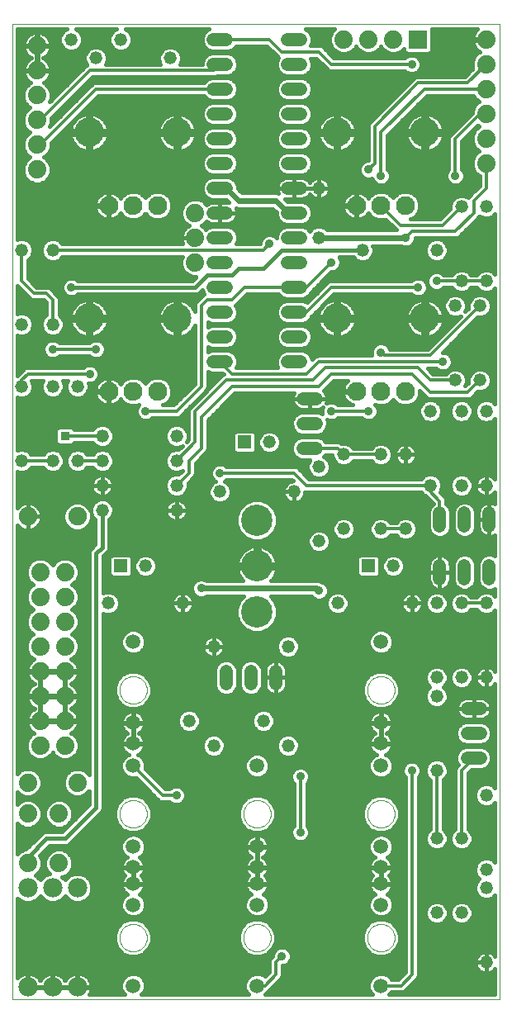
<source format=gbl>
G75*
%MOIN*%
%OFA0B0*%
%FSLAX24Y24*%
%IPPOS*%
%LPD*%
%AMOC8*
5,1,8,0,0,1.08239X$1,22.5*
%
%ADD10C,0.0000*%
%ADD11C,0.0520*%
%ADD12C,0.0594*%
%ADD13C,0.0760*%
%ADD14C,0.1181*%
%ADD15C,0.1266*%
%ADD16C,0.0520*%
%ADD17C,0.0740*%
%ADD18C,0.0780*%
%ADD19C,0.0750*%
%ADD20R,0.0520X0.0520*%
%ADD21R,0.0740X0.0740*%
%ADD22C,0.0160*%
%ADD23C,0.0240*%
%ADD24C,0.0356*%
%ADD25C,0.0120*%
%ADD26R,0.0356X0.0356*%
D10*
X002694Y002643D02*
X022379Y002643D01*
X022379Y042013D01*
X002694Y042013D01*
X002694Y002643D01*
X007025Y005143D02*
X007027Y005190D01*
X007033Y005236D01*
X007043Y005282D01*
X007056Y005327D01*
X007074Y005370D01*
X007095Y005412D01*
X007119Y005452D01*
X007147Y005489D01*
X007178Y005524D01*
X007212Y005557D01*
X007248Y005586D01*
X007287Y005612D01*
X007328Y005635D01*
X007371Y005654D01*
X007415Y005670D01*
X007460Y005682D01*
X007506Y005690D01*
X007553Y005694D01*
X007599Y005694D01*
X007646Y005690D01*
X007692Y005682D01*
X007737Y005670D01*
X007781Y005654D01*
X007824Y005635D01*
X007865Y005612D01*
X007904Y005586D01*
X007940Y005557D01*
X007974Y005524D01*
X008005Y005489D01*
X008033Y005452D01*
X008057Y005412D01*
X008078Y005370D01*
X008096Y005327D01*
X008109Y005282D01*
X008119Y005236D01*
X008125Y005190D01*
X008127Y005143D01*
X008125Y005096D01*
X008119Y005050D01*
X008109Y005004D01*
X008096Y004959D01*
X008078Y004916D01*
X008057Y004874D01*
X008033Y004834D01*
X008005Y004797D01*
X007974Y004762D01*
X007940Y004729D01*
X007904Y004700D01*
X007865Y004674D01*
X007824Y004651D01*
X007781Y004632D01*
X007737Y004616D01*
X007692Y004604D01*
X007646Y004596D01*
X007599Y004592D01*
X007553Y004592D01*
X007506Y004596D01*
X007460Y004604D01*
X007415Y004616D01*
X007371Y004632D01*
X007328Y004651D01*
X007287Y004674D01*
X007248Y004700D01*
X007212Y004729D01*
X007178Y004762D01*
X007147Y004797D01*
X007119Y004834D01*
X007095Y004874D01*
X007074Y004916D01*
X007056Y004959D01*
X007043Y005004D01*
X007033Y005050D01*
X007027Y005096D01*
X007025Y005143D01*
X007025Y010143D02*
X007027Y010190D01*
X007033Y010236D01*
X007043Y010282D01*
X007056Y010327D01*
X007074Y010370D01*
X007095Y010412D01*
X007119Y010452D01*
X007147Y010489D01*
X007178Y010524D01*
X007212Y010557D01*
X007248Y010586D01*
X007287Y010612D01*
X007328Y010635D01*
X007371Y010654D01*
X007415Y010670D01*
X007460Y010682D01*
X007506Y010690D01*
X007553Y010694D01*
X007599Y010694D01*
X007646Y010690D01*
X007692Y010682D01*
X007737Y010670D01*
X007781Y010654D01*
X007824Y010635D01*
X007865Y010612D01*
X007904Y010586D01*
X007940Y010557D01*
X007974Y010524D01*
X008005Y010489D01*
X008033Y010452D01*
X008057Y010412D01*
X008078Y010370D01*
X008096Y010327D01*
X008109Y010282D01*
X008119Y010236D01*
X008125Y010190D01*
X008127Y010143D01*
X008125Y010096D01*
X008119Y010050D01*
X008109Y010004D01*
X008096Y009959D01*
X008078Y009916D01*
X008057Y009874D01*
X008033Y009834D01*
X008005Y009797D01*
X007974Y009762D01*
X007940Y009729D01*
X007904Y009700D01*
X007865Y009674D01*
X007824Y009651D01*
X007781Y009632D01*
X007737Y009616D01*
X007692Y009604D01*
X007646Y009596D01*
X007599Y009592D01*
X007553Y009592D01*
X007506Y009596D01*
X007460Y009604D01*
X007415Y009616D01*
X007371Y009632D01*
X007328Y009651D01*
X007287Y009674D01*
X007248Y009700D01*
X007212Y009729D01*
X007178Y009762D01*
X007147Y009797D01*
X007119Y009834D01*
X007095Y009874D01*
X007074Y009916D01*
X007056Y009959D01*
X007043Y010004D01*
X007033Y010050D01*
X007027Y010096D01*
X007025Y010143D01*
X007025Y015143D02*
X007027Y015190D01*
X007033Y015236D01*
X007043Y015282D01*
X007056Y015327D01*
X007074Y015370D01*
X007095Y015412D01*
X007119Y015452D01*
X007147Y015489D01*
X007178Y015524D01*
X007212Y015557D01*
X007248Y015586D01*
X007287Y015612D01*
X007328Y015635D01*
X007371Y015654D01*
X007415Y015670D01*
X007460Y015682D01*
X007506Y015690D01*
X007553Y015694D01*
X007599Y015694D01*
X007646Y015690D01*
X007692Y015682D01*
X007737Y015670D01*
X007781Y015654D01*
X007824Y015635D01*
X007865Y015612D01*
X007904Y015586D01*
X007940Y015557D01*
X007974Y015524D01*
X008005Y015489D01*
X008033Y015452D01*
X008057Y015412D01*
X008078Y015370D01*
X008096Y015327D01*
X008109Y015282D01*
X008119Y015236D01*
X008125Y015190D01*
X008127Y015143D01*
X008125Y015096D01*
X008119Y015050D01*
X008109Y015004D01*
X008096Y014959D01*
X008078Y014916D01*
X008057Y014874D01*
X008033Y014834D01*
X008005Y014797D01*
X007974Y014762D01*
X007940Y014729D01*
X007904Y014700D01*
X007865Y014674D01*
X007824Y014651D01*
X007781Y014632D01*
X007737Y014616D01*
X007692Y014604D01*
X007646Y014596D01*
X007599Y014592D01*
X007553Y014592D01*
X007506Y014596D01*
X007460Y014604D01*
X007415Y014616D01*
X007371Y014632D01*
X007328Y014651D01*
X007287Y014674D01*
X007248Y014700D01*
X007212Y014729D01*
X007178Y014762D01*
X007147Y014797D01*
X007119Y014834D01*
X007095Y014874D01*
X007074Y014916D01*
X007056Y014959D01*
X007043Y015004D01*
X007033Y015050D01*
X007027Y015096D01*
X007025Y015143D01*
X012025Y010143D02*
X012027Y010190D01*
X012033Y010236D01*
X012043Y010282D01*
X012056Y010327D01*
X012074Y010370D01*
X012095Y010412D01*
X012119Y010452D01*
X012147Y010489D01*
X012178Y010524D01*
X012212Y010557D01*
X012248Y010586D01*
X012287Y010612D01*
X012328Y010635D01*
X012371Y010654D01*
X012415Y010670D01*
X012460Y010682D01*
X012506Y010690D01*
X012553Y010694D01*
X012599Y010694D01*
X012646Y010690D01*
X012692Y010682D01*
X012737Y010670D01*
X012781Y010654D01*
X012824Y010635D01*
X012865Y010612D01*
X012904Y010586D01*
X012940Y010557D01*
X012974Y010524D01*
X013005Y010489D01*
X013033Y010452D01*
X013057Y010412D01*
X013078Y010370D01*
X013096Y010327D01*
X013109Y010282D01*
X013119Y010236D01*
X013125Y010190D01*
X013127Y010143D01*
X013125Y010096D01*
X013119Y010050D01*
X013109Y010004D01*
X013096Y009959D01*
X013078Y009916D01*
X013057Y009874D01*
X013033Y009834D01*
X013005Y009797D01*
X012974Y009762D01*
X012940Y009729D01*
X012904Y009700D01*
X012865Y009674D01*
X012824Y009651D01*
X012781Y009632D01*
X012737Y009616D01*
X012692Y009604D01*
X012646Y009596D01*
X012599Y009592D01*
X012553Y009592D01*
X012506Y009596D01*
X012460Y009604D01*
X012415Y009616D01*
X012371Y009632D01*
X012328Y009651D01*
X012287Y009674D01*
X012248Y009700D01*
X012212Y009729D01*
X012178Y009762D01*
X012147Y009797D01*
X012119Y009834D01*
X012095Y009874D01*
X012074Y009916D01*
X012056Y009959D01*
X012043Y010004D01*
X012033Y010050D01*
X012027Y010096D01*
X012025Y010143D01*
X012025Y005143D02*
X012027Y005190D01*
X012033Y005236D01*
X012043Y005282D01*
X012056Y005327D01*
X012074Y005370D01*
X012095Y005412D01*
X012119Y005452D01*
X012147Y005489D01*
X012178Y005524D01*
X012212Y005557D01*
X012248Y005586D01*
X012287Y005612D01*
X012328Y005635D01*
X012371Y005654D01*
X012415Y005670D01*
X012460Y005682D01*
X012506Y005690D01*
X012553Y005694D01*
X012599Y005694D01*
X012646Y005690D01*
X012692Y005682D01*
X012737Y005670D01*
X012781Y005654D01*
X012824Y005635D01*
X012865Y005612D01*
X012904Y005586D01*
X012940Y005557D01*
X012974Y005524D01*
X013005Y005489D01*
X013033Y005452D01*
X013057Y005412D01*
X013078Y005370D01*
X013096Y005327D01*
X013109Y005282D01*
X013119Y005236D01*
X013125Y005190D01*
X013127Y005143D01*
X013125Y005096D01*
X013119Y005050D01*
X013109Y005004D01*
X013096Y004959D01*
X013078Y004916D01*
X013057Y004874D01*
X013033Y004834D01*
X013005Y004797D01*
X012974Y004762D01*
X012940Y004729D01*
X012904Y004700D01*
X012865Y004674D01*
X012824Y004651D01*
X012781Y004632D01*
X012737Y004616D01*
X012692Y004604D01*
X012646Y004596D01*
X012599Y004592D01*
X012553Y004592D01*
X012506Y004596D01*
X012460Y004604D01*
X012415Y004616D01*
X012371Y004632D01*
X012328Y004651D01*
X012287Y004674D01*
X012248Y004700D01*
X012212Y004729D01*
X012178Y004762D01*
X012147Y004797D01*
X012119Y004834D01*
X012095Y004874D01*
X012074Y004916D01*
X012056Y004959D01*
X012043Y005004D01*
X012033Y005050D01*
X012027Y005096D01*
X012025Y005143D01*
X017025Y005143D02*
X017027Y005190D01*
X017033Y005236D01*
X017043Y005282D01*
X017056Y005327D01*
X017074Y005370D01*
X017095Y005412D01*
X017119Y005452D01*
X017147Y005489D01*
X017178Y005524D01*
X017212Y005557D01*
X017248Y005586D01*
X017287Y005612D01*
X017328Y005635D01*
X017371Y005654D01*
X017415Y005670D01*
X017460Y005682D01*
X017506Y005690D01*
X017553Y005694D01*
X017599Y005694D01*
X017646Y005690D01*
X017692Y005682D01*
X017737Y005670D01*
X017781Y005654D01*
X017824Y005635D01*
X017865Y005612D01*
X017904Y005586D01*
X017940Y005557D01*
X017974Y005524D01*
X018005Y005489D01*
X018033Y005452D01*
X018057Y005412D01*
X018078Y005370D01*
X018096Y005327D01*
X018109Y005282D01*
X018119Y005236D01*
X018125Y005190D01*
X018127Y005143D01*
X018125Y005096D01*
X018119Y005050D01*
X018109Y005004D01*
X018096Y004959D01*
X018078Y004916D01*
X018057Y004874D01*
X018033Y004834D01*
X018005Y004797D01*
X017974Y004762D01*
X017940Y004729D01*
X017904Y004700D01*
X017865Y004674D01*
X017824Y004651D01*
X017781Y004632D01*
X017737Y004616D01*
X017692Y004604D01*
X017646Y004596D01*
X017599Y004592D01*
X017553Y004592D01*
X017506Y004596D01*
X017460Y004604D01*
X017415Y004616D01*
X017371Y004632D01*
X017328Y004651D01*
X017287Y004674D01*
X017248Y004700D01*
X017212Y004729D01*
X017178Y004762D01*
X017147Y004797D01*
X017119Y004834D01*
X017095Y004874D01*
X017074Y004916D01*
X017056Y004959D01*
X017043Y005004D01*
X017033Y005050D01*
X017027Y005096D01*
X017025Y005143D01*
X017025Y010143D02*
X017027Y010190D01*
X017033Y010236D01*
X017043Y010282D01*
X017056Y010327D01*
X017074Y010370D01*
X017095Y010412D01*
X017119Y010452D01*
X017147Y010489D01*
X017178Y010524D01*
X017212Y010557D01*
X017248Y010586D01*
X017287Y010612D01*
X017328Y010635D01*
X017371Y010654D01*
X017415Y010670D01*
X017460Y010682D01*
X017506Y010690D01*
X017553Y010694D01*
X017599Y010694D01*
X017646Y010690D01*
X017692Y010682D01*
X017737Y010670D01*
X017781Y010654D01*
X017824Y010635D01*
X017865Y010612D01*
X017904Y010586D01*
X017940Y010557D01*
X017974Y010524D01*
X018005Y010489D01*
X018033Y010452D01*
X018057Y010412D01*
X018078Y010370D01*
X018096Y010327D01*
X018109Y010282D01*
X018119Y010236D01*
X018125Y010190D01*
X018127Y010143D01*
X018125Y010096D01*
X018119Y010050D01*
X018109Y010004D01*
X018096Y009959D01*
X018078Y009916D01*
X018057Y009874D01*
X018033Y009834D01*
X018005Y009797D01*
X017974Y009762D01*
X017940Y009729D01*
X017904Y009700D01*
X017865Y009674D01*
X017824Y009651D01*
X017781Y009632D01*
X017737Y009616D01*
X017692Y009604D01*
X017646Y009596D01*
X017599Y009592D01*
X017553Y009592D01*
X017506Y009596D01*
X017460Y009604D01*
X017415Y009616D01*
X017371Y009632D01*
X017328Y009651D01*
X017287Y009674D01*
X017248Y009700D01*
X017212Y009729D01*
X017178Y009762D01*
X017147Y009797D01*
X017119Y009834D01*
X017095Y009874D01*
X017074Y009916D01*
X017056Y009959D01*
X017043Y010004D01*
X017033Y010050D01*
X017027Y010096D01*
X017025Y010143D01*
X017025Y015143D02*
X017027Y015190D01*
X017033Y015236D01*
X017043Y015282D01*
X017056Y015327D01*
X017074Y015370D01*
X017095Y015412D01*
X017119Y015452D01*
X017147Y015489D01*
X017178Y015524D01*
X017212Y015557D01*
X017248Y015586D01*
X017287Y015612D01*
X017328Y015635D01*
X017371Y015654D01*
X017415Y015670D01*
X017460Y015682D01*
X017506Y015690D01*
X017553Y015694D01*
X017599Y015694D01*
X017646Y015690D01*
X017692Y015682D01*
X017737Y015670D01*
X017781Y015654D01*
X017824Y015635D01*
X017865Y015612D01*
X017904Y015586D01*
X017940Y015557D01*
X017974Y015524D01*
X018005Y015489D01*
X018033Y015452D01*
X018057Y015412D01*
X018078Y015370D01*
X018096Y015327D01*
X018109Y015282D01*
X018119Y015236D01*
X018125Y015190D01*
X018127Y015143D01*
X018125Y015096D01*
X018119Y015050D01*
X018109Y015004D01*
X018096Y014959D01*
X018078Y014916D01*
X018057Y014874D01*
X018033Y014834D01*
X018005Y014797D01*
X017974Y014762D01*
X017940Y014729D01*
X017904Y014700D01*
X017865Y014674D01*
X017824Y014651D01*
X017781Y014632D01*
X017737Y014616D01*
X017692Y014604D01*
X017646Y014596D01*
X017599Y014592D01*
X017553Y014592D01*
X017506Y014596D01*
X017460Y014604D01*
X017415Y014616D01*
X017371Y014632D01*
X017328Y014651D01*
X017287Y014674D01*
X017248Y014700D01*
X017212Y014729D01*
X017178Y014762D01*
X017147Y014797D01*
X017119Y014834D01*
X017095Y014874D01*
X017074Y014916D01*
X017056Y014959D01*
X017043Y015004D01*
X017033Y015050D01*
X017027Y015096D01*
X017025Y015143D01*
D11*
X015826Y018643D03*
X015076Y021143D03*
X016076Y021643D03*
X015076Y024143D03*
X016076Y024643D03*
X017576Y024643D03*
X018576Y024643D03*
X019576Y023393D03*
X020826Y023393D03*
X021826Y023393D03*
X021826Y026393D03*
X021576Y027643D03*
X020826Y026393D03*
X020576Y027643D03*
X019576Y026393D03*
X020576Y030643D03*
X020826Y031643D03*
X021576Y030643D03*
X021826Y031643D03*
X021826Y034643D03*
X020826Y034643D03*
X019826Y032893D03*
X016826Y032893D03*
X015076Y033393D03*
X015076Y035393D03*
X013076Y025143D03*
X014076Y023143D03*
X011076Y023143D03*
X009326Y023393D03*
X009326Y024393D03*
X009326Y025393D03*
X009326Y022393D03*
X008076Y020143D03*
X009576Y018643D03*
X010826Y016893D03*
X009826Y013893D03*
X010826Y012893D03*
X012826Y013893D03*
X013826Y012893D03*
X013826Y016893D03*
X017576Y021643D03*
X018576Y021643D03*
X018076Y020143D03*
X018826Y018643D03*
X019826Y018643D03*
X020826Y018643D03*
X021826Y018643D03*
X021826Y015643D03*
X020826Y015643D03*
X019826Y015643D03*
X019826Y014893D03*
X019826Y011893D03*
X019826Y009143D03*
X020826Y009143D03*
X021826Y007893D03*
X021826Y007143D03*
X020826Y006143D03*
X019826Y006143D03*
X021826Y004143D03*
X021826Y010893D03*
X006576Y018643D03*
X006326Y022393D03*
X006326Y023393D03*
X006326Y024393D03*
X006326Y025393D03*
X005326Y024393D03*
X004326Y024393D03*
X003076Y024393D03*
X003076Y027393D03*
X004326Y027393D03*
X005326Y027393D03*
X004326Y029893D03*
X003076Y029893D03*
X003076Y032893D03*
X004326Y032893D03*
X006076Y040643D03*
X007076Y041393D03*
X005076Y041393D03*
X009076Y040643D03*
D12*
X007576Y017080D03*
X007576Y013813D03*
X007576Y012978D03*
X007576Y012080D03*
X007576Y008813D03*
X007576Y007978D03*
X007576Y007309D03*
X007576Y006474D03*
X007576Y003206D03*
X012576Y003206D03*
X012576Y006474D03*
X012576Y007309D03*
X012576Y007978D03*
X012576Y008813D03*
X012576Y012080D03*
X017576Y012080D03*
X017576Y012978D03*
X017576Y013813D03*
X017576Y017080D03*
X017576Y008813D03*
X017576Y007978D03*
X017576Y007309D03*
X017576Y006474D03*
X017576Y003206D03*
D13*
X017576Y027191D03*
X018560Y027191D03*
X016591Y027191D03*
X016591Y034691D03*
X017576Y034691D03*
X018560Y034691D03*
X008560Y034691D03*
X007576Y034691D03*
X006591Y034691D03*
X006591Y027191D03*
X007576Y027191D03*
X008560Y027191D03*
D14*
X009347Y030143D03*
X005804Y030143D03*
X005804Y037643D03*
X009347Y037643D03*
X015804Y037643D03*
X019347Y037643D03*
X019347Y030143D03*
X015804Y030143D03*
D15*
X012576Y021993D03*
X012576Y020143D03*
X012576Y018293D03*
D16*
X012326Y015903D02*
X012326Y015383D01*
X011326Y015383D02*
X011326Y015903D01*
X013326Y015903D02*
X013326Y015383D01*
X014441Y024893D02*
X014961Y024893D01*
X014961Y025893D02*
X014441Y025893D01*
X014441Y026893D02*
X014961Y026893D01*
X014336Y028393D02*
X013816Y028393D01*
X013816Y029393D02*
X014336Y029393D01*
X014336Y030393D02*
X013816Y030393D01*
X013816Y031393D02*
X014336Y031393D01*
X014336Y032393D02*
X013816Y032393D01*
X013816Y033393D02*
X014336Y033393D01*
X014336Y034393D02*
X013816Y034393D01*
X013816Y035393D02*
X014336Y035393D01*
X014336Y036393D02*
X013816Y036393D01*
X013816Y037393D02*
X014336Y037393D01*
X014336Y038393D02*
X013816Y038393D01*
X013816Y039393D02*
X014336Y039393D01*
X014336Y040393D02*
X013816Y040393D01*
X013816Y041393D02*
X014336Y041393D01*
X011336Y041393D02*
X010816Y041393D01*
X010816Y040393D02*
X011336Y040393D01*
X011336Y039393D02*
X010816Y039393D01*
X010816Y038393D02*
X011336Y038393D01*
X011336Y037393D02*
X010816Y037393D01*
X010816Y036393D02*
X011336Y036393D01*
X011336Y035393D02*
X010816Y035393D01*
X010816Y034393D02*
X011336Y034393D01*
X011336Y033393D02*
X010816Y033393D01*
X010816Y032393D02*
X011336Y032393D01*
X011336Y031393D02*
X010816Y031393D01*
X010816Y030393D02*
X011336Y030393D01*
X011336Y029393D02*
X010816Y029393D01*
X010816Y028393D02*
X011336Y028393D01*
X019951Y022278D02*
X019951Y021758D01*
X019951Y020153D02*
X019951Y019633D01*
X020951Y019633D02*
X020951Y020153D01*
X021951Y020153D02*
X021951Y019633D01*
X021951Y021758D02*
X021951Y022278D01*
X020951Y022278D02*
X020951Y021758D01*
X021066Y014393D02*
X021586Y014393D01*
X021586Y013393D02*
X021066Y013393D01*
X021066Y012393D02*
X021586Y012393D01*
D17*
X010076Y032393D03*
X010076Y033393D03*
X010076Y034393D03*
X016076Y041393D03*
X017076Y041393D03*
X018076Y041393D03*
X021826Y041393D03*
X021826Y040393D03*
X021826Y039393D03*
X021826Y038393D03*
X021826Y037393D03*
X021826Y036393D03*
X005326Y011393D03*
X004576Y010143D03*
X004576Y008143D03*
X003326Y008143D03*
X003326Y010143D03*
X003326Y011393D03*
X003826Y012893D03*
X003826Y013893D03*
X003826Y014893D03*
X003826Y015893D03*
X003826Y016893D03*
X003826Y017893D03*
X003826Y018893D03*
X003826Y019893D03*
X004826Y019893D03*
X004826Y018893D03*
X004826Y017893D03*
X004826Y016893D03*
X004826Y015893D03*
X004826Y014893D03*
X004826Y013893D03*
X004826Y012893D03*
X003701Y036143D03*
X003701Y037143D03*
X003701Y038143D03*
X003701Y039143D03*
X003701Y040143D03*
X003701Y041143D03*
D18*
X003326Y007143D03*
X004326Y007143D03*
X005326Y007143D03*
X005326Y003143D03*
X004326Y003143D03*
X003326Y003143D03*
D19*
X003326Y022143D03*
X005326Y022143D03*
D20*
X007076Y020143D03*
X012076Y025143D03*
X017076Y020143D03*
D21*
X019076Y041393D03*
D22*
X018901Y040771D02*
X018750Y040771D01*
X018611Y040714D01*
X018551Y040653D01*
X015683Y040653D01*
X015223Y041114D01*
X015127Y041153D01*
X014734Y041153D01*
X014796Y041302D01*
X014796Y041485D01*
X014726Y041654D01*
X014596Y041783D01*
X014524Y041813D01*
X015690Y041813D01*
X015592Y041716D01*
X015506Y041507D01*
X015506Y041280D01*
X015592Y041070D01*
X015753Y040910D01*
X015962Y040823D01*
X016189Y040823D01*
X016399Y040910D01*
X016559Y041070D01*
X016576Y041111D01*
X016592Y041070D01*
X016753Y040910D01*
X016962Y040823D01*
X017189Y040823D01*
X017399Y040910D01*
X017559Y041070D01*
X017576Y041111D01*
X017592Y041070D01*
X017753Y040910D01*
X017962Y040823D01*
X018189Y040823D01*
X018399Y040910D01*
X018506Y041017D01*
X018506Y040940D01*
X018623Y040823D01*
X019529Y040823D01*
X019646Y040940D01*
X019646Y041813D01*
X021468Y041813D01*
X021467Y041813D01*
X021406Y041752D01*
X021355Y041682D01*
X021316Y041604D01*
X021289Y041522D01*
X021276Y041437D01*
X021276Y041413D01*
X021806Y041413D01*
X021806Y041373D01*
X021276Y041373D01*
X021276Y041350D01*
X021289Y041265D01*
X021316Y041182D01*
X021355Y041105D01*
X021406Y041035D01*
X021467Y040974D01*
X021537Y040923D01*
X021572Y040905D01*
X021503Y040877D01*
X021342Y040716D01*
X021256Y040507D01*
X021256Y040280D01*
X021282Y040217D01*
X020968Y039903D01*
X019024Y039903D01*
X018928Y039864D01*
X018855Y039791D01*
X017105Y038041D01*
X017066Y037945D01*
X017066Y036521D01*
X017000Y036521D01*
X016861Y036464D01*
X016755Y036357D01*
X016698Y036219D01*
X016698Y036068D01*
X016755Y035929D01*
X016861Y035823D01*
X017000Y035765D01*
X017151Y035765D01*
X017209Y035789D01*
X017255Y035679D01*
X017361Y035573D01*
X017500Y035515D01*
X017651Y035515D01*
X017790Y035573D01*
X017896Y035679D01*
X017954Y035818D01*
X017954Y035969D01*
X017896Y036107D01*
X017836Y036168D01*
X017836Y037536D01*
X019433Y039133D01*
X021316Y039133D01*
X021342Y039070D01*
X021503Y038910D01*
X021543Y038893D01*
X021503Y038877D01*
X021342Y038716D01*
X021256Y038507D01*
X021256Y038441D01*
X020355Y037541D01*
X020316Y037445D01*
X020316Y036168D01*
X020255Y036107D01*
X020198Y035969D01*
X020198Y035818D01*
X020255Y035679D01*
X020361Y035573D01*
X020500Y035515D01*
X020651Y035515D01*
X020790Y035573D01*
X020896Y035679D01*
X020954Y035818D01*
X020954Y035969D01*
X020896Y036107D01*
X020836Y036168D01*
X020836Y037286D01*
X021481Y037931D01*
X021503Y037910D01*
X021543Y037893D01*
X021503Y037877D01*
X021342Y037716D01*
X021256Y037507D01*
X021256Y037280D01*
X021342Y037070D01*
X021503Y036910D01*
X021543Y036893D01*
X021503Y036877D01*
X021342Y036716D01*
X021256Y036507D01*
X021256Y036280D01*
X021342Y036070D01*
X021503Y035910D01*
X021566Y035884D01*
X021566Y035501D01*
X021178Y035114D01*
X021105Y035041D01*
X021098Y035022D01*
X021086Y035033D01*
X020917Y035103D01*
X020734Y035103D01*
X020565Y035033D01*
X020436Y034904D01*
X020366Y034735D01*
X020366Y034552D01*
X020366Y034551D01*
X019968Y034153D01*
X018778Y034153D01*
X018888Y034199D01*
X019052Y034362D01*
X019140Y034575D01*
X019140Y034806D01*
X019052Y035019D01*
X018888Y035182D01*
X018675Y035271D01*
X018445Y035271D01*
X018231Y035182D01*
X018068Y035019D01*
X018068Y035018D01*
X018067Y035019D01*
X017904Y035182D01*
X017691Y035271D01*
X017460Y035271D01*
X017247Y035182D01*
X017084Y035019D01*
X017070Y034985D01*
X017019Y035055D01*
X016956Y035118D01*
X016885Y035170D01*
X016806Y035210D01*
X016723Y035237D01*
X016635Y035251D01*
X016610Y035251D01*
X016610Y034709D01*
X016573Y034709D01*
X016573Y035251D01*
X016547Y035251D01*
X016460Y035237D01*
X016376Y035210D01*
X016298Y035170D01*
X016227Y035118D01*
X016164Y035055D01*
X016112Y034984D01*
X016072Y034906D01*
X016045Y034822D01*
X016031Y034735D01*
X016031Y034709D01*
X016573Y034709D01*
X016573Y034672D01*
X016610Y034672D01*
X016610Y034131D01*
X016635Y034131D01*
X016723Y034144D01*
X016806Y034172D01*
X016885Y034212D01*
X016956Y034263D01*
X017019Y034326D01*
X017070Y034396D01*
X017084Y034362D01*
X017247Y034199D01*
X017460Y034111D01*
X017691Y034111D01*
X017760Y034139D01*
X018185Y033713D01*
X015406Y033713D01*
X015336Y033783D01*
X015167Y033853D01*
X014984Y033853D01*
X014815Y033783D01*
X014706Y033674D01*
X014596Y033783D01*
X014427Y033853D01*
X013724Y033853D01*
X013555Y033783D01*
X013426Y033654D01*
X013356Y033485D01*
X013356Y033398D01*
X013290Y033464D01*
X013151Y033521D01*
X013000Y033521D01*
X012861Y033464D01*
X012755Y033357D01*
X012698Y033219D01*
X012698Y033153D01*
X011734Y033153D01*
X011796Y033302D01*
X011796Y033485D01*
X011726Y033654D01*
X011596Y033783D01*
X011427Y033853D01*
X010724Y033853D01*
X010555Y033783D01*
X010507Y033735D01*
X010495Y033752D01*
X010434Y033813D01*
X010364Y033864D01*
X010329Y033881D01*
X010399Y033910D01*
X010539Y034050D01*
X010585Y034017D01*
X010647Y033986D01*
X010713Y033964D01*
X010781Y033953D01*
X011076Y033953D01*
X011370Y033953D01*
X011439Y033964D01*
X011505Y033986D01*
X011566Y034017D01*
X011622Y034058D01*
X011671Y034107D01*
X011712Y034163D01*
X011743Y034224D01*
X011765Y034290D01*
X011776Y034359D01*
X011776Y034393D01*
X011076Y034393D01*
X011076Y034393D01*
X011076Y033953D01*
X011076Y034393D01*
X011076Y034393D01*
X011776Y034393D01*
X011776Y034428D01*
X011765Y034496D01*
X011743Y034562D01*
X011731Y034586D01*
X011762Y034573D01*
X013193Y034573D01*
X013356Y034411D01*
X013356Y034302D01*
X013426Y034133D01*
X013555Y034003D01*
X013724Y033933D01*
X014427Y033933D01*
X014596Y034003D01*
X014726Y034133D01*
X014796Y034302D01*
X014796Y034485D01*
X014726Y034654D01*
X014596Y034783D01*
X014427Y034853D01*
X013818Y034853D01*
X013705Y034967D01*
X013713Y034964D01*
X013781Y034953D01*
X014076Y034953D01*
X014370Y034953D01*
X014439Y034964D01*
X014505Y034986D01*
X014566Y035017D01*
X014622Y035058D01*
X014671Y035107D01*
X014706Y035154D01*
X014740Y035107D01*
X014789Y035058D01*
X014845Y035017D01*
X014907Y034986D01*
X014973Y034964D01*
X015041Y034953D01*
X015076Y034953D01*
X015110Y034953D01*
X015179Y034964D01*
X015245Y034986D01*
X015306Y035017D01*
X015362Y035058D01*
X015411Y035107D01*
X015452Y035163D01*
X015483Y035224D01*
X015505Y035290D01*
X015516Y035359D01*
X015516Y035393D01*
X015076Y035393D01*
X015076Y035393D01*
X015076Y034953D01*
X015076Y035393D01*
X015076Y035393D01*
X015516Y035393D01*
X015516Y035428D01*
X015505Y035496D01*
X015483Y035562D01*
X015452Y035624D01*
X015411Y035680D01*
X015362Y035729D01*
X015306Y035770D01*
X016989Y035770D01*
X017162Y035770D02*
X017218Y035770D01*
X017323Y035611D02*
X015458Y035611D01*
X015512Y035453D02*
X021518Y035453D01*
X021566Y035611D02*
X020828Y035611D01*
X020934Y035770D02*
X021566Y035770D01*
X021485Y035928D02*
X020954Y035928D01*
X020905Y036087D02*
X021336Y036087D01*
X021270Y036245D02*
X020836Y036245D01*
X020836Y036404D02*
X021256Y036404D01*
X021279Y036562D02*
X020836Y036562D01*
X020836Y036721D02*
X021347Y036721D01*
X021510Y036879D02*
X020836Y036879D01*
X020836Y037038D02*
X021375Y037038D01*
X021290Y037196D02*
X020836Y037196D01*
X020905Y037355D02*
X021256Y037355D01*
X021258Y037513D02*
X021063Y037513D01*
X021222Y037672D02*
X021324Y037672D01*
X021380Y037830D02*
X021457Y037830D01*
X021256Y038464D02*
X018764Y038464D01*
X018606Y038306D02*
X018954Y038306D01*
X018918Y038285D02*
X018838Y038224D01*
X018767Y038152D01*
X018705Y038072D01*
X018655Y037985D01*
X018616Y037892D01*
X018590Y037794D01*
X018581Y037723D01*
X019267Y037723D01*
X019267Y037563D01*
X018581Y037563D01*
X018590Y037493D01*
X018616Y037395D01*
X018655Y037302D01*
X018705Y037214D01*
X018767Y037134D01*
X018838Y037063D01*
X018918Y037001D01*
X019006Y036951D01*
X019099Y036912D01*
X019197Y036886D01*
X019267Y036877D01*
X019267Y037563D01*
X019427Y037563D01*
X019427Y036877D01*
X019498Y036886D01*
X019596Y036912D01*
X019689Y036951D01*
X019776Y037001D01*
X019856Y037063D01*
X019928Y037134D01*
X019989Y037214D01*
X020040Y037302D01*
X020079Y037395D01*
X020105Y037493D01*
X020114Y037563D01*
X019427Y037563D01*
X019427Y037723D01*
X019267Y037723D01*
X019267Y038410D01*
X019197Y038401D01*
X019099Y038375D01*
X019006Y038336D01*
X018918Y038285D01*
X018763Y038147D02*
X018447Y038147D01*
X018289Y037989D02*
X018657Y037989D01*
X018600Y037830D02*
X018130Y037830D01*
X017972Y037672D02*
X019267Y037672D01*
X019267Y037830D02*
X019427Y037830D01*
X019427Y037723D02*
X019427Y038410D01*
X019498Y038401D01*
X019596Y038375D01*
X019689Y038336D01*
X019776Y038285D01*
X019856Y038224D01*
X019928Y038152D01*
X019989Y038072D01*
X020040Y037985D01*
X020079Y037892D01*
X020105Y037794D01*
X020114Y037723D01*
X019427Y037723D01*
X019427Y037672D02*
X020487Y037672D01*
X020344Y037513D02*
X020107Y037513D01*
X020062Y037355D02*
X020316Y037355D01*
X020316Y037196D02*
X019976Y037196D01*
X019824Y037038D02*
X020316Y037038D01*
X020316Y036879D02*
X019448Y036879D01*
X019427Y036879D02*
X019267Y036879D01*
X019247Y036879D02*
X017836Y036879D01*
X017836Y036721D02*
X020316Y036721D01*
X020316Y036562D02*
X017836Y036562D01*
X017836Y036404D02*
X020316Y036404D01*
X020316Y036245D02*
X017836Y036245D01*
X017905Y036087D02*
X020247Y036087D01*
X020198Y035928D02*
X017954Y035928D01*
X017934Y035770D02*
X020218Y035770D01*
X020323Y035611D02*
X017828Y035611D01*
X017951Y035136D02*
X018185Y035136D01*
X018935Y035136D02*
X021201Y035136D01*
X021178Y035114D02*
X021178Y035114D01*
X021359Y035294D02*
X015505Y035294D01*
X015432Y035136D02*
X016252Y035136D01*
X016109Y034977D02*
X015219Y034977D01*
X015076Y034977D02*
X015076Y034977D01*
X014932Y034977D02*
X014479Y034977D01*
X014510Y034819D02*
X016045Y034819D01*
X016031Y034672D02*
X016031Y034646D01*
X016045Y034559D01*
X016072Y034476D01*
X016112Y034397D01*
X016164Y034326D01*
X016227Y034263D01*
X016298Y034212D01*
X016376Y034172D01*
X016460Y034144D01*
X016547Y034131D01*
X016573Y034131D01*
X016573Y034672D01*
X016031Y034672D01*
X016031Y034660D02*
X014719Y034660D01*
X014789Y034502D02*
X016064Y034502D01*
X016151Y034343D02*
X014796Y034343D01*
X014747Y034185D02*
X016350Y034185D01*
X016573Y034185D02*
X016610Y034185D01*
X016610Y034343D02*
X016573Y034343D01*
X016573Y034502D02*
X016610Y034502D01*
X016610Y034660D02*
X016573Y034660D01*
X016573Y034819D02*
X016610Y034819D01*
X016610Y034977D02*
X016573Y034977D01*
X016573Y035136D02*
X016610Y035136D01*
X016931Y035136D02*
X017201Y035136D01*
X017103Y034343D02*
X017031Y034343D01*
X016832Y034185D02*
X017281Y034185D01*
X017872Y034026D02*
X014619Y034026D01*
X014670Y033709D02*
X014741Y033709D01*
X014076Y034953D02*
X014076Y035393D01*
X014636Y035393D01*
X015076Y035393D01*
X015076Y035393D01*
X015076Y035833D01*
X015110Y035833D01*
X015179Y035822D01*
X015245Y035801D01*
X015306Y035770D01*
X015076Y035770D02*
X015076Y035770D01*
X015076Y035833D02*
X015041Y035833D01*
X014973Y035822D01*
X014907Y035801D01*
X014845Y035770D01*
X014789Y035729D01*
X014740Y035680D01*
X014706Y035633D01*
X014671Y035680D01*
X014622Y035729D01*
X014566Y035770D01*
X014846Y035770D01*
X015076Y035833D02*
X015076Y035393D01*
X015076Y035393D01*
X014076Y035393D01*
X014076Y035393D01*
X014076Y035393D01*
X014076Y034953D01*
X014076Y034977D02*
X014076Y034977D01*
X014076Y035136D02*
X014076Y035136D01*
X014076Y035294D02*
X014076Y035294D01*
X014076Y035393D02*
X013376Y035393D01*
X013376Y035359D01*
X013386Y035290D01*
X013408Y035224D01*
X013420Y035201D01*
X013389Y035213D01*
X011958Y035213D01*
X011796Y035376D01*
X011796Y035485D01*
X011726Y035654D01*
X011596Y035783D01*
X011427Y035853D01*
X010724Y035853D01*
X010555Y035783D01*
X010426Y035654D01*
X010356Y035485D01*
X010356Y035302D01*
X010426Y035133D01*
X010555Y035003D01*
X010724Y034933D01*
X011333Y034933D01*
X011446Y034820D01*
X011439Y034822D01*
X011370Y034833D01*
X011076Y034833D01*
X011076Y034393D01*
X011076Y034393D01*
X010646Y034393D01*
X010646Y034393D01*
X011076Y034393D01*
X011076Y034393D01*
X011076Y034833D01*
X010781Y034833D01*
X010713Y034822D01*
X010647Y034801D01*
X010585Y034770D01*
X010539Y034736D01*
X010399Y034877D01*
X010189Y034963D01*
X009962Y034963D01*
X009753Y034877D01*
X009592Y034716D01*
X009506Y034507D01*
X009506Y034280D01*
X009592Y034070D01*
X009753Y033910D01*
X009822Y033881D01*
X009787Y033864D01*
X009717Y033813D01*
X009656Y033752D01*
X009605Y033682D01*
X009566Y033604D01*
X009539Y033522D01*
X009526Y033437D01*
X009526Y033393D01*
X009526Y033350D01*
X009539Y033265D01*
X009566Y033182D01*
X009581Y033153D01*
X004716Y033153D01*
X004716Y033154D01*
X004586Y033283D01*
X004417Y033353D01*
X004234Y033353D01*
X004065Y033283D01*
X003936Y033154D01*
X003866Y032985D01*
X003866Y032802D01*
X003936Y032633D01*
X004065Y032503D01*
X004234Y032433D01*
X004417Y032433D01*
X004586Y032503D01*
X004716Y032633D01*
X009558Y032633D01*
X009506Y032507D01*
X009506Y032280D01*
X009592Y032070D01*
X009753Y031910D01*
X009962Y031823D01*
X010110Y031823D01*
X009960Y031673D01*
X005330Y031673D01*
X005290Y031714D01*
X005151Y031771D01*
X005000Y031771D01*
X004861Y031714D01*
X004755Y031607D01*
X004698Y031469D01*
X004698Y031318D01*
X004755Y031179D01*
X004861Y031073D01*
X005000Y031015D01*
X005151Y031015D01*
X005290Y031073D01*
X005330Y031113D01*
X010131Y031113D01*
X010234Y031156D01*
X010313Y031235D01*
X010363Y031284D01*
X010426Y031133D01*
X010440Y031119D01*
X010428Y031114D01*
X010178Y030864D01*
X010105Y030791D01*
X010066Y030695D01*
X010066Y030423D01*
X010040Y030485D01*
X009989Y030572D01*
X009928Y030652D01*
X009856Y030724D01*
X009776Y030785D01*
X009689Y030836D01*
X009596Y030875D01*
X009498Y030901D01*
X009427Y030910D01*
X009427Y030223D01*
X009267Y030223D01*
X009267Y030063D01*
X009427Y030063D01*
X009427Y029377D01*
X009498Y029386D01*
X009596Y029412D01*
X009689Y029451D01*
X009776Y029501D01*
X009856Y029563D01*
X009928Y029634D01*
X009989Y029714D01*
X010040Y029802D01*
X010066Y029864D01*
X010066Y027501D01*
X009218Y026653D01*
X008778Y026653D01*
X008888Y026699D01*
X009052Y026862D01*
X009140Y027075D01*
X009140Y027306D01*
X009052Y027519D01*
X008888Y027682D01*
X008675Y027771D01*
X008445Y027771D01*
X008231Y027682D01*
X008068Y027519D01*
X008068Y027518D01*
X008067Y027519D01*
X007904Y027682D01*
X007691Y027771D01*
X007460Y027771D01*
X007247Y027682D01*
X007084Y027519D01*
X007070Y027485D01*
X007019Y027555D01*
X006956Y027618D01*
X006885Y027670D01*
X006806Y027710D01*
X006723Y027737D01*
X006635Y027751D01*
X006610Y027751D01*
X006610Y027209D01*
X006573Y027209D01*
X006573Y027751D01*
X006547Y027751D01*
X006460Y027737D01*
X006376Y027710D01*
X006298Y027670D01*
X006227Y027618D01*
X006164Y027555D01*
X006112Y027484D01*
X006072Y027406D01*
X006045Y027322D01*
X006031Y027235D01*
X006031Y027209D01*
X006573Y027209D01*
X006573Y027172D01*
X006610Y027172D01*
X006610Y026631D01*
X006635Y026631D01*
X006723Y026644D01*
X006806Y026672D01*
X006885Y026712D01*
X006956Y026763D01*
X007019Y026826D01*
X007070Y026896D01*
X007084Y026862D01*
X007247Y026699D01*
X007460Y026611D01*
X007691Y026611D01*
X007806Y026658D01*
X007755Y026607D01*
X007698Y026469D01*
X007698Y026318D01*
X007755Y026179D01*
X007861Y026073D01*
X008000Y026015D01*
X008151Y026015D01*
X008290Y026073D01*
X008350Y026133D01*
X009377Y026133D01*
X009473Y026173D01*
X010473Y027173D01*
X010546Y027246D01*
X010586Y027342D01*
X010586Y027991D01*
X010724Y027933D01*
X011168Y027933D01*
X011220Y027881D01*
X011178Y027864D01*
X009855Y026541D01*
X009816Y026445D01*
X009816Y025251D01*
X009729Y025164D01*
X009786Y025302D01*
X009786Y025485D01*
X009716Y025654D01*
X009586Y025783D01*
X009417Y025853D01*
X009234Y025853D01*
X009065Y025783D01*
X008936Y025654D01*
X008866Y025485D01*
X008866Y025302D01*
X008936Y025133D01*
X009065Y025003D01*
X009234Y024933D01*
X009417Y024933D01*
X009555Y024990D01*
X009418Y024853D01*
X009417Y024853D01*
X009234Y024853D01*
X009065Y024783D01*
X008936Y024654D01*
X008866Y024485D01*
X008866Y024302D01*
X008936Y024133D01*
X009065Y024003D01*
X009234Y023933D01*
X009417Y023933D01*
X009555Y023990D01*
X009418Y023853D01*
X009417Y023853D01*
X009234Y023853D01*
X009065Y023783D01*
X008936Y023654D01*
X008866Y023485D01*
X008866Y023302D01*
X008936Y023133D01*
X009065Y023003D01*
X009234Y022933D01*
X009417Y022933D01*
X009586Y023003D01*
X009716Y023133D01*
X009786Y023302D01*
X009786Y023485D01*
X009785Y023485D01*
X010046Y023746D01*
X010086Y023842D01*
X010086Y024286D01*
X010546Y024746D01*
X010586Y024842D01*
X010586Y026036D01*
X011683Y027133D01*
X014071Y027133D01*
X014064Y027124D01*
X014033Y027062D01*
X014011Y026996D01*
X014001Y026928D01*
X014001Y026893D01*
X014001Y026859D01*
X014011Y026790D01*
X014033Y026724D01*
X014064Y026663D01*
X014105Y026607D01*
X014154Y026558D01*
X014210Y026517D01*
X014272Y026486D01*
X014338Y026464D01*
X014406Y026453D01*
X014701Y026453D01*
X014995Y026453D01*
X015064Y026464D01*
X015130Y026486D01*
X015191Y026517D01*
X015229Y026544D01*
X015198Y026469D01*
X015198Y026318D01*
X015210Y026288D01*
X015052Y026353D01*
X014349Y026353D01*
X014180Y026283D01*
X014051Y026154D01*
X013981Y025985D01*
X013981Y025802D01*
X014051Y025633D01*
X014180Y025503D01*
X014349Y025433D01*
X015052Y025433D01*
X015221Y025503D01*
X015351Y025633D01*
X015421Y025802D01*
X015421Y025985D01*
X015389Y026061D01*
X015500Y026015D01*
X015651Y026015D01*
X015790Y026073D01*
X015850Y026133D01*
X016801Y026133D01*
X016861Y026073D01*
X017000Y026015D01*
X017151Y026015D01*
X017290Y026073D01*
X017396Y026179D01*
X017454Y026318D01*
X017454Y026469D01*
X017396Y026607D01*
X017346Y026658D01*
X017460Y026611D01*
X017691Y026611D01*
X017904Y026699D01*
X018067Y026862D01*
X018068Y026863D01*
X018068Y026862D01*
X018231Y026699D01*
X018445Y026611D01*
X018675Y026611D01*
X018888Y026699D01*
X019052Y026862D01*
X019140Y027075D01*
X019140Y027211D01*
X019140Y027211D01*
X019428Y026923D01*
X019524Y026883D01*
X021127Y026883D01*
X021223Y026923D01*
X021296Y026996D01*
X021484Y027184D01*
X021484Y027183D01*
X021667Y027183D01*
X021836Y027253D01*
X021966Y027383D01*
X022036Y027552D01*
X022036Y027735D01*
X021966Y027904D01*
X021836Y028033D01*
X021667Y028103D01*
X021484Y028103D01*
X021315Y028033D01*
X021186Y027904D01*
X021116Y027735D01*
X021116Y027552D01*
X021116Y027551D01*
X020979Y027414D01*
X021036Y027552D01*
X021036Y027735D01*
X020966Y027904D01*
X020836Y028033D01*
X020667Y028103D01*
X020484Y028103D01*
X020315Y028033D01*
X020186Y027904D01*
X020185Y027903D01*
X019683Y027903D01*
X019453Y028133D01*
X019801Y028133D01*
X019861Y028073D01*
X020000Y028015D01*
X020151Y028015D01*
X020290Y028073D01*
X020396Y028179D01*
X020454Y028318D01*
X020454Y028469D01*
X020396Y028607D01*
X020290Y028714D01*
X020151Y028771D01*
X020071Y028771D01*
X021484Y030184D01*
X021484Y030183D01*
X021667Y030183D01*
X021836Y030253D01*
X021966Y030383D01*
X022036Y030552D01*
X022036Y030735D01*
X021966Y030904D01*
X021836Y031033D01*
X021667Y031103D01*
X021484Y031103D01*
X021315Y031033D01*
X021186Y030904D01*
X021116Y030735D01*
X021116Y030552D01*
X021116Y030551D01*
X020979Y030414D01*
X021036Y030552D01*
X021036Y030735D01*
X020966Y030904D01*
X020836Y031033D01*
X020667Y031103D01*
X020484Y031103D01*
X020315Y031033D01*
X020186Y030904D01*
X020116Y030735D01*
X020116Y030552D01*
X020186Y030383D01*
X020315Y030253D01*
X020484Y030183D01*
X020667Y030183D01*
X020805Y030240D01*
X019468Y028903D01*
X017929Y028903D01*
X017896Y028982D01*
X017790Y029089D01*
X017651Y029146D01*
X017500Y029146D01*
X017361Y029089D01*
X017255Y028982D01*
X017198Y028844D01*
X017198Y028693D01*
X017214Y028653D01*
X015024Y028653D01*
X014928Y028614D01*
X014796Y028481D01*
X014796Y028485D01*
X014726Y028654D01*
X014596Y028783D01*
X014427Y028853D01*
X013724Y028853D01*
X013555Y028783D01*
X013426Y028654D01*
X013356Y028485D01*
X013356Y028302D01*
X013417Y028153D01*
X011734Y028153D01*
X011796Y028302D01*
X011796Y028485D01*
X011726Y028654D01*
X011596Y028783D01*
X011427Y028853D01*
X010724Y028853D01*
X010586Y028796D01*
X010586Y028991D01*
X010724Y028933D01*
X011427Y028933D01*
X011596Y029003D01*
X011726Y029133D01*
X011796Y029302D01*
X011796Y029485D01*
X011726Y029654D01*
X011596Y029783D01*
X011427Y029853D01*
X010724Y029853D01*
X010586Y029796D01*
X010586Y029991D01*
X010724Y029933D01*
X011427Y029933D01*
X011596Y030003D01*
X011726Y030133D01*
X011796Y030302D01*
X011796Y030485D01*
X011726Y030654D01*
X011711Y030668D01*
X011723Y030673D01*
X011796Y030746D01*
X012183Y031133D01*
X013425Y031133D01*
X013426Y031133D01*
X013555Y031003D01*
X013724Y030933D01*
X014427Y030933D01*
X014596Y031003D01*
X014726Y031133D01*
X014756Y031206D01*
X015565Y032015D01*
X015651Y032015D01*
X015790Y032073D01*
X015896Y032179D01*
X015954Y032318D01*
X015954Y032469D01*
X015896Y032607D01*
X015890Y032613D01*
X016455Y032613D01*
X016565Y032503D01*
X016734Y032433D01*
X016917Y032433D01*
X017086Y032503D01*
X017216Y032633D01*
X017286Y032802D01*
X017286Y032985D01*
X017249Y033073D01*
X018361Y033073D01*
X018361Y033073D01*
X018500Y033015D01*
X018651Y033015D01*
X018790Y033073D01*
X018896Y033179D01*
X018954Y033318D01*
X018954Y033383D01*
X020627Y033383D01*
X020723Y033423D01*
X021473Y034173D01*
X021546Y034246D01*
X021554Y034265D01*
X021565Y034253D01*
X021734Y034183D01*
X021917Y034183D01*
X022086Y034253D01*
X022179Y034346D01*
X022179Y031941D01*
X022086Y032033D01*
X021917Y032103D01*
X021734Y032103D01*
X021565Y032033D01*
X021436Y031904D01*
X021435Y031903D01*
X021216Y031903D01*
X021216Y031904D01*
X021086Y032033D01*
X020917Y032103D01*
X020734Y032103D01*
X020565Y032033D01*
X020436Y031904D01*
X020435Y031903D01*
X020100Y031903D01*
X020040Y031964D01*
X019901Y032021D01*
X019750Y032021D01*
X019611Y031964D01*
X019505Y031857D01*
X019448Y031719D01*
X019448Y031568D01*
X019505Y031429D01*
X019611Y031323D01*
X019750Y031265D01*
X019901Y031265D01*
X020040Y031323D01*
X020100Y031383D01*
X020435Y031383D01*
X020436Y031383D01*
X020565Y031253D01*
X020734Y031183D01*
X020917Y031183D01*
X021086Y031253D01*
X021216Y031383D01*
X021435Y031383D01*
X021436Y031383D01*
X021565Y031253D01*
X021734Y031183D01*
X021917Y031183D01*
X022086Y031253D01*
X022179Y031346D01*
X022179Y026691D01*
X022086Y026783D01*
X021917Y026853D01*
X021734Y026853D01*
X021565Y026783D01*
X021436Y026654D01*
X021366Y026485D01*
X021366Y026302D01*
X021436Y026133D01*
X021565Y026003D01*
X021734Y025933D01*
X021917Y025933D01*
X022086Y026003D01*
X022179Y026096D01*
X022179Y023656D01*
X022161Y023680D01*
X022112Y023729D01*
X022056Y023770D01*
X021995Y023801D01*
X021929Y023822D01*
X021860Y023833D01*
X021826Y023833D01*
X021826Y023393D01*
X021826Y022953D01*
X021860Y022953D01*
X021929Y022964D01*
X021995Y022986D01*
X022056Y023017D01*
X022112Y023058D01*
X022161Y023107D01*
X022179Y023131D01*
X022179Y022656D01*
X022120Y022686D01*
X022054Y022707D01*
X021985Y022718D01*
X021951Y022718D01*
X021951Y022018D01*
X021951Y021318D01*
X021985Y021318D01*
X022054Y021329D01*
X022120Y021351D01*
X022179Y021381D01*
X022179Y020557D01*
X022042Y020613D01*
X021859Y020613D01*
X021690Y020543D01*
X021561Y020414D01*
X021491Y020245D01*
X021491Y019542D01*
X021561Y019373D01*
X021690Y019243D01*
X021859Y019173D01*
X022042Y019173D01*
X022179Y019230D01*
X022179Y018941D01*
X022086Y019033D01*
X021917Y019103D01*
X021734Y019103D01*
X021565Y019033D01*
X021436Y018904D01*
X021435Y018903D01*
X021216Y018903D01*
X021216Y018904D01*
X021086Y019033D01*
X020917Y019103D01*
X020734Y019103D01*
X020565Y019033D01*
X020436Y018904D01*
X020366Y018735D01*
X020366Y018552D01*
X020436Y018383D01*
X020565Y018253D01*
X020734Y018183D01*
X020917Y018183D01*
X021086Y018253D01*
X021216Y018383D01*
X021435Y018383D01*
X021436Y018383D01*
X021565Y018253D01*
X021734Y018183D01*
X021917Y018183D01*
X022086Y018253D01*
X022179Y018346D01*
X022179Y015906D01*
X022161Y015930D01*
X022112Y015979D01*
X022056Y016020D01*
X021995Y016051D01*
X021929Y016072D01*
X021860Y016083D01*
X021826Y016083D01*
X021826Y015643D01*
X021826Y015203D01*
X021860Y015203D01*
X021929Y015214D01*
X021995Y015236D01*
X022056Y015267D01*
X022112Y015308D01*
X022161Y015357D01*
X022179Y015381D01*
X022179Y011191D01*
X022086Y011283D01*
X021917Y011353D01*
X021734Y011353D01*
X021565Y011283D01*
X021436Y011154D01*
X021366Y010985D01*
X021366Y010802D01*
X021436Y010633D01*
X021565Y010503D01*
X021734Y010433D01*
X021917Y010433D01*
X022086Y010503D01*
X022179Y010596D01*
X022179Y008191D01*
X022179Y008191D01*
X022086Y008283D01*
X021917Y008353D01*
X021734Y008353D01*
X021565Y008283D01*
X021436Y008154D01*
X021366Y007985D01*
X021366Y007802D01*
X021436Y007633D01*
X021550Y007518D01*
X021436Y007404D01*
X021366Y007235D01*
X021366Y007052D01*
X021436Y006883D01*
X021565Y006753D01*
X021734Y006683D01*
X021917Y006683D01*
X022086Y006753D01*
X022179Y006846D01*
X022179Y004406D01*
X022161Y004430D01*
X022112Y004479D01*
X022056Y004520D01*
X021995Y004551D01*
X021929Y004572D01*
X021860Y004583D01*
X021826Y004583D01*
X021826Y004143D01*
X021826Y003703D01*
X021860Y003703D01*
X021929Y003714D01*
X021995Y003736D01*
X022056Y003767D01*
X022112Y003808D01*
X022161Y003857D01*
X022179Y003881D01*
X022179Y002843D01*
X017915Y002843D01*
X017997Y002925D01*
X018006Y002946D01*
X018440Y002946D01*
X018536Y002986D01*
X018973Y003423D01*
X019046Y003496D01*
X019086Y003592D01*
X019086Y011619D01*
X019146Y011679D01*
X019204Y011818D01*
X019204Y011969D01*
X019146Y012107D01*
X019040Y012214D01*
X018901Y012271D01*
X018750Y012271D01*
X018611Y012214D01*
X018505Y012107D01*
X018448Y011969D01*
X018448Y011818D01*
X018505Y011679D01*
X018566Y011619D01*
X018566Y003751D01*
X018281Y003466D01*
X018006Y003466D01*
X017997Y003488D01*
X017857Y003628D01*
X017674Y003703D01*
X017477Y003703D01*
X017294Y003628D01*
X017154Y003488D01*
X017079Y003305D01*
X017079Y003107D01*
X017154Y002925D01*
X017236Y002843D01*
X012915Y002843D01*
X012997Y002925D01*
X013019Y002979D01*
X013036Y002986D01*
X013473Y003423D01*
X013546Y003496D01*
X013586Y003592D01*
X013586Y004015D01*
X013651Y004015D01*
X013790Y004073D01*
X013896Y004179D01*
X013954Y004318D01*
X013954Y004469D01*
X013896Y004607D01*
X013790Y004714D01*
X013651Y004771D01*
X013500Y004771D01*
X013361Y004714D01*
X013255Y004607D01*
X013198Y004469D01*
X013198Y004383D01*
X013105Y004291D01*
X013066Y004195D01*
X013066Y003751D01*
X012900Y003585D01*
X012857Y003628D01*
X012674Y003703D01*
X012477Y003703D01*
X012294Y003628D01*
X012154Y003488D01*
X012079Y003305D01*
X012079Y003107D01*
X012154Y002925D01*
X012236Y002843D01*
X007915Y002843D01*
X007997Y002925D01*
X008073Y003107D01*
X008073Y003305D01*
X007997Y003488D01*
X007857Y003628D01*
X007674Y003703D01*
X007477Y003703D01*
X007294Y003628D01*
X007154Y003488D01*
X007079Y003305D01*
X007079Y003107D01*
X007154Y002925D01*
X007236Y002843D01*
X005812Y002843D01*
X005813Y002845D01*
X005854Y002925D01*
X005882Y003010D01*
X005896Y003098D01*
X005896Y003125D01*
X005344Y003125D01*
X005344Y003162D01*
X005307Y003162D01*
X005307Y003713D01*
X005281Y003713D01*
X005192Y003699D01*
X005107Y003672D01*
X005027Y003631D01*
X004954Y003578D01*
X004891Y003515D01*
X004838Y003442D01*
X004826Y003418D01*
X004813Y003442D01*
X004760Y003515D01*
X004697Y003578D01*
X004624Y003631D01*
X004544Y003672D01*
X004459Y003699D01*
X004371Y003713D01*
X004344Y003713D01*
X004344Y003162D01*
X004307Y003162D01*
X004307Y003713D01*
X004281Y003713D01*
X004192Y003699D01*
X004107Y003672D01*
X004027Y003631D01*
X003954Y003578D01*
X003891Y003515D01*
X003838Y003442D01*
X003826Y003418D01*
X003813Y003442D01*
X003760Y003515D01*
X003697Y003578D01*
X003624Y003631D01*
X003544Y003672D01*
X003459Y003699D01*
X003371Y003713D01*
X003344Y003713D01*
X003344Y003162D01*
X003307Y003162D01*
X003307Y003713D01*
X003281Y003713D01*
X003192Y003699D01*
X003107Y003672D01*
X003027Y003631D01*
X002954Y003578D01*
X002894Y003518D01*
X002894Y006741D01*
X002991Y006643D01*
X003208Y006553D01*
X003443Y006553D01*
X003660Y006643D01*
X003826Y006809D01*
X003991Y006643D01*
X004208Y006553D01*
X004443Y006553D01*
X004660Y006643D01*
X004826Y006809D01*
X004991Y006643D01*
X005208Y006553D01*
X005443Y006553D01*
X005660Y006643D01*
X005826Y006809D01*
X005916Y007026D01*
X005916Y007261D01*
X005826Y007478D01*
X005660Y007643D01*
X005443Y007733D01*
X005208Y007733D01*
X004991Y007643D01*
X004826Y007478D01*
X004718Y007585D01*
X004899Y007660D01*
X005059Y007820D01*
X005146Y008030D01*
X005146Y008257D01*
X005059Y008466D01*
X004899Y008627D01*
X004689Y008713D01*
X004462Y008713D01*
X004253Y008627D01*
X004092Y008466D01*
X004006Y008257D01*
X004006Y008030D01*
X004092Y007820D01*
X004188Y007725D01*
X003991Y007643D01*
X003826Y007478D01*
X003660Y007643D01*
X003634Y007654D01*
X003649Y007660D01*
X003809Y007820D01*
X003896Y008030D01*
X003896Y008257D01*
X003809Y008466D01*
X003802Y008473D01*
X004192Y008863D01*
X004881Y008863D01*
X004984Y008906D01*
X006234Y010156D01*
X006313Y010235D01*
X006356Y010338D01*
X006356Y018237D01*
X006484Y018183D01*
X006667Y018183D01*
X006836Y018253D01*
X006966Y018383D01*
X007036Y018552D01*
X007036Y018735D01*
X006966Y018904D01*
X006836Y019033D01*
X006667Y019103D01*
X006484Y019103D01*
X006356Y019050D01*
X006356Y020527D01*
X006484Y020656D01*
X006563Y020735D01*
X006606Y020838D01*
X006606Y022023D01*
X006716Y022133D01*
X006786Y022302D01*
X006786Y022485D01*
X006716Y022654D01*
X006586Y022783D01*
X006417Y022853D01*
X006234Y022853D01*
X006065Y022783D01*
X005936Y022654D01*
X005866Y022485D01*
X005866Y022342D01*
X005813Y022469D01*
X005651Y022631D01*
X005440Y022718D01*
X005211Y022718D01*
X005000Y022631D01*
X004838Y022469D01*
X004751Y022258D01*
X004751Y022029D01*
X004838Y021818D01*
X005000Y021656D01*
X005211Y021568D01*
X005440Y021568D01*
X005651Y021656D01*
X005813Y021818D01*
X005901Y022029D01*
X005901Y022217D01*
X005936Y022133D01*
X006046Y022023D01*
X006046Y021009D01*
X005838Y020802D01*
X005796Y020699D01*
X005796Y011729D01*
X005649Y011877D01*
X005439Y011963D01*
X005212Y011963D01*
X005003Y011877D01*
X004842Y011716D01*
X004756Y011507D01*
X004756Y011280D01*
X004842Y011070D01*
X005003Y010910D01*
X005212Y010823D01*
X005439Y010823D01*
X005649Y010910D01*
X005796Y011057D01*
X005796Y010509D01*
X004710Y009423D01*
X004020Y009423D01*
X003917Y009381D01*
X003838Y009302D01*
X003250Y008713D01*
X003212Y008713D01*
X003003Y008627D01*
X002894Y008518D01*
X002894Y009769D01*
X003003Y009660D01*
X003212Y009573D01*
X003439Y009573D01*
X003649Y009660D01*
X003809Y009820D01*
X003896Y010030D01*
X003896Y010257D01*
X003809Y010466D01*
X003649Y010627D01*
X003439Y010713D01*
X003212Y010713D01*
X003003Y010627D01*
X002894Y010518D01*
X002894Y011019D01*
X003003Y010910D01*
X003212Y010823D01*
X003439Y010823D01*
X003649Y010910D01*
X003809Y011070D01*
X003896Y011280D01*
X003896Y011507D01*
X003809Y011716D01*
X003649Y011877D01*
X003439Y011963D01*
X003212Y011963D01*
X003003Y011877D01*
X002894Y011768D01*
X002894Y021794D01*
X002902Y021782D01*
X002964Y021720D01*
X003035Y021669D01*
X003113Y021629D01*
X003196Y021602D01*
X003282Y021588D01*
X003326Y021588D01*
X003369Y021588D01*
X003456Y021602D01*
X003539Y021629D01*
X003617Y021669D01*
X003687Y021720D01*
X003749Y021782D01*
X003800Y021852D01*
X003840Y021930D01*
X003867Y022013D01*
X003881Y022100D01*
X003881Y022143D01*
X003326Y022143D01*
X003326Y022143D01*
X003326Y021588D01*
X003326Y022143D01*
X003326Y022143D01*
X003881Y022143D01*
X003881Y022187D01*
X003867Y022273D01*
X003840Y022356D01*
X003800Y022434D01*
X003749Y022505D01*
X003687Y022567D01*
X003617Y022618D01*
X003539Y022658D01*
X003456Y022685D01*
X003369Y022698D01*
X003326Y022698D01*
X003326Y022143D01*
X003326Y022143D01*
X003326Y022698D01*
X003282Y022698D01*
X003196Y022685D01*
X003113Y022658D01*
X003035Y022618D01*
X002964Y022567D01*
X002902Y022505D01*
X002894Y022493D01*
X002894Y023971D01*
X002984Y023933D01*
X003167Y023933D01*
X003336Y024003D01*
X003466Y024133D01*
X003935Y024133D01*
X003936Y024133D01*
X004065Y024003D01*
X004234Y023933D01*
X004417Y023933D01*
X004586Y024003D01*
X004716Y024133D01*
X004786Y024302D01*
X004786Y024485D01*
X004716Y024654D01*
X004586Y024783D01*
X004417Y024853D01*
X004234Y024853D01*
X004065Y024783D01*
X003936Y024654D01*
X003935Y024653D01*
X003466Y024653D01*
X003466Y024654D01*
X003336Y024783D01*
X003167Y024853D01*
X002984Y024853D01*
X002894Y024816D01*
X002894Y026971D01*
X002984Y026933D01*
X003167Y026933D01*
X003336Y027003D01*
X003466Y027133D01*
X003536Y027302D01*
X003536Y027485D01*
X003474Y027633D01*
X003927Y027633D01*
X003866Y027485D01*
X003866Y027302D01*
X003936Y027133D01*
X004065Y027003D01*
X004234Y026933D01*
X004417Y026933D01*
X004586Y027003D01*
X004716Y027133D01*
X004786Y027302D01*
X004786Y027485D01*
X004724Y027633D01*
X004927Y027633D01*
X004866Y027485D01*
X004866Y027302D01*
X004936Y027133D01*
X005065Y027003D01*
X005234Y026933D01*
X005417Y026933D01*
X005586Y027003D01*
X005716Y027133D01*
X005786Y027302D01*
X005786Y027485D01*
X005773Y027515D01*
X005901Y027515D01*
X006040Y027573D01*
X006146Y027679D01*
X006204Y027818D01*
X006204Y027969D01*
X006146Y028107D01*
X006040Y028214D01*
X005901Y028271D01*
X005750Y028271D01*
X005611Y028214D01*
X005551Y028153D01*
X003274Y028153D01*
X003178Y028114D01*
X003105Y028041D01*
X002894Y027829D01*
X002894Y029471D01*
X002984Y029433D01*
X003167Y029433D01*
X003336Y029503D01*
X003466Y029633D01*
X003536Y029802D01*
X003536Y029985D01*
X003466Y030154D01*
X003336Y030283D01*
X003167Y030353D01*
X002984Y030353D01*
X002894Y030316D01*
X002894Y031458D01*
X002928Y031423D01*
X003428Y030923D01*
X003524Y030883D01*
X003968Y030883D01*
X004066Y030786D01*
X004066Y030284D01*
X004065Y030283D01*
X003936Y030154D01*
X003866Y029985D01*
X003866Y029802D01*
X003936Y029633D01*
X004065Y029503D01*
X004234Y029433D01*
X004417Y029433D01*
X004586Y029503D01*
X004716Y029633D01*
X004786Y029802D01*
X004786Y029985D01*
X004716Y030154D01*
X004586Y030283D01*
X004586Y030284D01*
X004586Y030945D01*
X004546Y031041D01*
X004296Y031291D01*
X004223Y031364D01*
X004127Y031403D01*
X003683Y031403D01*
X003336Y031751D01*
X003336Y032503D01*
X003336Y032503D01*
X003466Y032633D01*
X003536Y032802D01*
X003536Y032985D01*
X003466Y033154D01*
X003336Y033283D01*
X003167Y033353D01*
X002984Y033353D01*
X002894Y033316D01*
X002894Y041813D01*
X004888Y041813D01*
X004815Y041783D01*
X004686Y041654D01*
X004616Y041485D01*
X004616Y041302D01*
X004686Y041133D01*
X004815Y041003D01*
X004984Y040933D01*
X005167Y040933D01*
X005336Y041003D01*
X005466Y041133D01*
X005536Y041302D01*
X005536Y041485D01*
X005466Y041654D01*
X005336Y041783D01*
X005264Y041813D01*
X006888Y041813D01*
X006815Y041783D01*
X006686Y041654D01*
X006616Y041485D01*
X006616Y041302D01*
X006686Y041133D01*
X006815Y041003D01*
X006984Y040933D01*
X007167Y040933D01*
X007336Y041003D01*
X007466Y041133D01*
X007536Y041302D01*
X007536Y041485D01*
X007466Y041654D01*
X007336Y041783D01*
X007264Y041813D01*
X010628Y041813D01*
X010555Y041783D01*
X010426Y041654D01*
X010356Y041485D01*
X010356Y041302D01*
X010426Y041133D01*
X010555Y041003D01*
X010724Y040933D01*
X011427Y040933D01*
X011596Y041003D01*
X011726Y041133D01*
X012968Y041133D01*
X013355Y040746D01*
X013428Y040673D01*
X013440Y040668D01*
X013426Y040654D01*
X013356Y040485D01*
X013356Y040302D01*
X013426Y040133D01*
X013555Y040003D01*
X013724Y039933D01*
X014427Y039933D01*
X014596Y040003D01*
X014726Y040133D01*
X014796Y040302D01*
X014796Y040485D01*
X014734Y040633D01*
X014968Y040633D01*
X015355Y040246D01*
X015428Y040173D01*
X015524Y040133D01*
X018551Y040133D01*
X018611Y040073D01*
X018750Y040015D01*
X018901Y040015D01*
X019040Y040073D01*
X019146Y040179D01*
X019204Y040318D01*
X019204Y040469D01*
X019146Y040607D01*
X019040Y040714D01*
X018901Y040771D01*
X019070Y040683D02*
X021329Y040683D01*
X021263Y040525D02*
X019180Y040525D01*
X019204Y040366D02*
X021256Y040366D01*
X021273Y040208D02*
X019158Y040208D01*
X018983Y040049D02*
X021114Y040049D01*
X021468Y040842D02*
X019547Y040842D01*
X019646Y041000D02*
X021441Y041000D01*
X021328Y041159D02*
X019646Y041159D01*
X019646Y041317D02*
X021281Y041317D01*
X021282Y041476D02*
X019646Y041476D01*
X019646Y041634D02*
X021331Y041634D01*
X021447Y041793D02*
X019646Y041793D01*
X018668Y040049D02*
X014642Y040049D01*
X014757Y040208D02*
X015393Y040208D01*
X015235Y040366D02*
X014796Y040366D01*
X014779Y040525D02*
X015076Y040525D01*
X015336Y041000D02*
X015662Y041000D01*
X015556Y041159D02*
X014736Y041159D01*
X014796Y041317D02*
X015506Y041317D01*
X015506Y041476D02*
X014796Y041476D01*
X014734Y041634D02*
X015559Y041634D01*
X015669Y041793D02*
X014573Y041793D01*
X015495Y040842D02*
X015917Y040842D01*
X015653Y040683D02*
X018581Y040683D01*
X018604Y040842D02*
X018234Y040842D01*
X018489Y041000D02*
X018506Y041000D01*
X017917Y040842D02*
X017234Y040842D01*
X017489Y041000D02*
X017662Y041000D01*
X016917Y040842D02*
X016234Y040842D01*
X016489Y041000D02*
X016662Y041000D01*
X017846Y038781D02*
X014598Y038781D01*
X014596Y038783D02*
X014427Y038853D01*
X013724Y038853D01*
X013555Y038783D01*
X013426Y038654D01*
X013356Y038485D01*
X013356Y038302D01*
X013426Y038133D01*
X013555Y038003D01*
X013724Y037933D01*
X014427Y037933D01*
X014596Y038003D01*
X014726Y038133D01*
X014796Y038302D01*
X014796Y038485D01*
X014726Y038654D01*
X014596Y038783D01*
X014738Y038623D02*
X017688Y038623D01*
X017529Y038464D02*
X014796Y038464D01*
X014796Y038306D02*
X015410Y038306D01*
X015375Y038285D02*
X015462Y038336D01*
X015556Y038375D01*
X015653Y038401D01*
X015724Y038410D01*
X015724Y037723D01*
X015724Y037563D01*
X015884Y037563D01*
X015884Y036877D01*
X015955Y036886D01*
X016052Y036912D01*
X016146Y036951D01*
X016233Y037001D01*
X016313Y037063D01*
X016385Y037134D01*
X016446Y037214D01*
X016497Y037302D01*
X016535Y037395D01*
X016561Y037493D01*
X016571Y037563D01*
X015884Y037563D01*
X015884Y037723D01*
X016571Y037723D01*
X016561Y037794D01*
X016535Y037892D01*
X016497Y037985D01*
X016446Y038072D01*
X016385Y038152D01*
X016313Y038224D01*
X016233Y038285D01*
X016146Y038336D01*
X016052Y038375D01*
X015955Y038401D01*
X015884Y038410D01*
X015884Y037723D01*
X015724Y037723D01*
X015037Y037723D01*
X015047Y037794D01*
X015073Y037892D01*
X015111Y037985D01*
X015162Y038072D01*
X015223Y038152D01*
X015295Y038224D01*
X015375Y038285D01*
X015220Y038147D02*
X014732Y038147D01*
X014561Y037989D02*
X015114Y037989D01*
X015056Y037830D02*
X014483Y037830D01*
X014427Y037853D02*
X014596Y037783D01*
X014726Y037654D01*
X014796Y037485D01*
X014796Y037302D01*
X014726Y037133D01*
X014596Y037003D01*
X014427Y036933D01*
X013724Y036933D01*
X013555Y037003D01*
X013426Y037133D01*
X013356Y037302D01*
X013356Y037485D01*
X013426Y037654D01*
X013555Y037783D01*
X013724Y037853D01*
X014427Y037853D01*
X014708Y037672D02*
X015724Y037672D01*
X015724Y037563D02*
X015037Y037563D01*
X015047Y037493D01*
X015073Y037395D01*
X015111Y037302D01*
X015162Y037214D01*
X015223Y037134D01*
X015295Y037063D01*
X015375Y037001D01*
X015462Y036951D01*
X015556Y036912D01*
X015653Y036886D01*
X015724Y036877D01*
X015724Y037563D01*
X015724Y037513D02*
X015884Y037513D01*
X015884Y037355D02*
X015724Y037355D01*
X015724Y037196D02*
X015884Y037196D01*
X015884Y037038D02*
X015724Y037038D01*
X015724Y036879D02*
X015884Y036879D01*
X015905Y036879D02*
X017066Y036879D01*
X017066Y036721D02*
X014659Y036721D01*
X014596Y036783D02*
X014427Y036853D01*
X013724Y036853D01*
X013555Y036783D01*
X013426Y036654D01*
X013356Y036485D01*
X013356Y036302D01*
X013426Y036133D01*
X013555Y036003D01*
X013724Y035933D01*
X014427Y035933D01*
X014596Y036003D01*
X014726Y036133D01*
X014796Y036302D01*
X014796Y036485D01*
X014726Y036654D01*
X014596Y036783D01*
X014631Y037038D02*
X015327Y037038D01*
X015176Y037196D02*
X014752Y037196D01*
X014796Y037355D02*
X015089Y037355D01*
X015044Y037513D02*
X014784Y037513D01*
X014764Y036562D02*
X017066Y036562D01*
X016801Y036404D02*
X014796Y036404D01*
X014772Y036245D02*
X016709Y036245D01*
X016698Y036087D02*
X014680Y036087D01*
X014505Y035801D02*
X014439Y035822D01*
X014370Y035833D01*
X014076Y035833D01*
X014076Y035393D01*
X014076Y035393D01*
X014076Y035393D01*
X013376Y035393D01*
X013376Y035428D01*
X013386Y035496D01*
X013408Y035562D01*
X013439Y035624D01*
X013480Y035680D01*
X013529Y035729D01*
X013585Y035770D01*
X013647Y035801D01*
X013713Y035822D01*
X013781Y035833D01*
X014076Y035833D01*
X014076Y035393D01*
X014076Y035453D02*
X014076Y035453D01*
X014076Y035611D02*
X014076Y035611D01*
X014076Y035770D02*
X014076Y035770D01*
X014505Y035801D02*
X014566Y035770D01*
X014692Y035136D02*
X014719Y035136D01*
X015076Y035136D02*
X015076Y035136D01*
X015076Y035294D02*
X015076Y035294D01*
X015076Y035453D02*
X015076Y035453D01*
X015076Y035611D02*
X015076Y035611D01*
X015703Y036879D02*
X009448Y036879D01*
X009427Y036879D02*
X009267Y036879D01*
X009267Y036877D02*
X009267Y037563D01*
X008581Y037563D01*
X008590Y037493D01*
X008616Y037395D01*
X008655Y037302D01*
X008705Y037214D01*
X008767Y037134D01*
X008838Y037063D01*
X008918Y037001D01*
X009006Y036951D01*
X009099Y036912D01*
X009197Y036886D01*
X009267Y036877D01*
X009247Y036879D02*
X005905Y036879D01*
X005884Y036879D02*
X005724Y036879D01*
X005724Y036877D02*
X005724Y037563D01*
X005884Y037563D01*
X005884Y036877D01*
X005955Y036886D01*
X006052Y036912D01*
X006146Y036951D01*
X006233Y037001D01*
X006313Y037063D01*
X006385Y037134D01*
X006446Y037214D01*
X006497Y037302D01*
X006535Y037395D01*
X006561Y037493D01*
X006571Y037563D01*
X005884Y037563D01*
X005884Y037723D01*
X006571Y037723D01*
X006561Y037794D01*
X006535Y037892D01*
X006497Y037985D01*
X006446Y038072D01*
X006385Y038152D01*
X006313Y038224D01*
X006233Y038285D01*
X006146Y038336D01*
X006052Y038375D01*
X005955Y038401D01*
X005884Y038410D01*
X005884Y037723D01*
X005724Y037723D01*
X005724Y037563D01*
X005037Y037563D01*
X005047Y037493D01*
X005073Y037395D01*
X005111Y037302D01*
X005162Y037214D01*
X005223Y037134D01*
X005295Y037063D01*
X005375Y037001D01*
X005462Y036951D01*
X005556Y036912D01*
X005653Y036886D01*
X005724Y036877D01*
X005703Y036879D02*
X004208Y036879D01*
X004184Y036820D02*
X004271Y037030D01*
X004271Y037221D01*
X006183Y039133D01*
X010425Y039133D01*
X010426Y039133D01*
X010555Y039003D01*
X010724Y038933D01*
X011427Y038933D01*
X011596Y039003D01*
X011726Y039133D01*
X011796Y039302D01*
X011796Y039485D01*
X011726Y039654D01*
X011596Y039783D01*
X011427Y039853D01*
X010724Y039853D01*
X010555Y039783D01*
X010426Y039654D01*
X010425Y039653D01*
X006024Y039653D01*
X005928Y039614D01*
X004218Y037904D01*
X004271Y038030D01*
X004271Y038221D01*
X005933Y039883D01*
X010877Y039883D01*
X010973Y039923D01*
X010983Y039933D01*
X011427Y039933D01*
X011596Y040003D01*
X011726Y040133D01*
X011796Y040302D01*
X011796Y040485D01*
X011726Y040654D01*
X011596Y040783D01*
X011427Y040853D01*
X010724Y040853D01*
X010555Y040783D01*
X010426Y040654D01*
X010356Y040485D01*
X010356Y040403D01*
X009474Y040403D01*
X009536Y040552D01*
X009536Y040735D01*
X009466Y040904D01*
X009336Y041033D01*
X009167Y041103D01*
X008984Y041103D01*
X008815Y041033D01*
X008686Y040904D01*
X008616Y040735D01*
X008616Y040552D01*
X008677Y040403D01*
X006474Y040403D01*
X006536Y040552D01*
X006536Y040735D01*
X006466Y040904D01*
X006336Y041033D01*
X006167Y041103D01*
X005984Y041103D01*
X005815Y041033D01*
X005686Y040904D01*
X005616Y040735D01*
X005616Y040552D01*
X005686Y040383D01*
X005697Y040371D01*
X005678Y040364D01*
X005605Y040291D01*
X004218Y038904D01*
X004271Y039030D01*
X004271Y039257D01*
X004572Y039257D01*
X004730Y039415D02*
X004205Y039415D01*
X004184Y039466D02*
X004024Y039627D01*
X003954Y039655D01*
X003989Y039673D01*
X004059Y039724D01*
X004120Y039785D01*
X004171Y039855D01*
X004210Y039932D01*
X004237Y040015D01*
X004251Y040100D01*
X004251Y040123D01*
X003721Y040123D01*
X003721Y040163D01*
X004251Y040163D01*
X004251Y040187D01*
X004237Y040272D01*
X004210Y040354D01*
X004171Y040432D01*
X004120Y040502D01*
X004059Y040563D01*
X003989Y040614D01*
X003931Y040643D01*
X003989Y040673D01*
X004059Y040724D01*
X004120Y040785D01*
X004171Y040855D01*
X004210Y040932D01*
X004237Y041015D01*
X004251Y041100D01*
X004251Y041123D01*
X003721Y041123D01*
X003721Y041163D01*
X004251Y041163D01*
X004251Y041187D01*
X004237Y041272D01*
X004210Y041354D01*
X004171Y041432D01*
X004120Y041502D01*
X004059Y041563D01*
X003989Y041614D01*
X003912Y041653D01*
X003829Y041680D01*
X003744Y041693D01*
X003721Y041693D01*
X003721Y041163D01*
X003681Y041163D01*
X003681Y041123D01*
X003721Y041123D01*
X003721Y040163D01*
X003681Y040163D01*
X003681Y040123D01*
X003151Y040123D01*
X003151Y040100D01*
X003164Y040015D01*
X003191Y039932D01*
X003230Y039855D01*
X003281Y039785D01*
X003342Y039724D01*
X003412Y039673D01*
X003447Y039655D01*
X003378Y039627D01*
X003217Y039466D01*
X003131Y039257D01*
X002894Y039257D01*
X002894Y039415D02*
X003196Y039415D01*
X003131Y039257D02*
X003131Y039030D01*
X003217Y038820D01*
X003378Y038660D01*
X003418Y038643D01*
X003378Y038627D01*
X003217Y038466D01*
X003131Y038257D01*
X003131Y038030D01*
X003217Y037820D01*
X003378Y037660D01*
X003418Y037643D01*
X003378Y037627D01*
X003217Y037466D01*
X003131Y037257D01*
X003131Y037030D01*
X003217Y036820D01*
X003378Y036660D01*
X003418Y036643D01*
X003378Y036627D01*
X003217Y036466D01*
X003131Y036257D01*
X003131Y036030D01*
X003217Y035820D01*
X003378Y035660D01*
X003587Y035573D01*
X003814Y035573D01*
X004024Y035660D01*
X004184Y035820D01*
X004271Y036030D01*
X004271Y036257D01*
X004184Y036466D01*
X004024Y036627D01*
X003983Y036643D01*
X004024Y036660D01*
X004184Y036820D01*
X004084Y036721D02*
X010493Y036721D01*
X010555Y036783D02*
X010426Y036654D01*
X010356Y036485D01*
X010356Y036302D01*
X010426Y036133D01*
X010555Y036003D01*
X010724Y035933D01*
X011427Y035933D01*
X011596Y036003D01*
X011726Y036133D01*
X011796Y036302D01*
X011796Y036485D01*
X011726Y036654D01*
X011596Y036783D01*
X011427Y036853D01*
X010724Y036853D01*
X010555Y036783D01*
X010555Y037003D02*
X010724Y036933D01*
X011427Y036933D01*
X011596Y037003D01*
X011726Y037133D01*
X011796Y037302D01*
X011796Y037485D01*
X011726Y037654D01*
X011596Y037783D01*
X011427Y037853D01*
X010724Y037853D01*
X010555Y037783D01*
X010426Y037654D01*
X010356Y037485D01*
X010356Y037302D01*
X010426Y037133D01*
X010555Y037003D01*
X010521Y037038D02*
X009824Y037038D01*
X009856Y037063D02*
X009928Y037134D01*
X009989Y037214D01*
X010040Y037302D01*
X010079Y037395D01*
X010105Y037493D01*
X010114Y037563D01*
X009427Y037563D01*
X009427Y036877D01*
X009498Y036886D01*
X009596Y036912D01*
X009689Y036951D01*
X009776Y037001D01*
X009856Y037063D01*
X009976Y037196D02*
X010399Y037196D01*
X010356Y037355D02*
X010062Y037355D01*
X010107Y037513D02*
X010367Y037513D01*
X010444Y037672D02*
X009427Y037672D01*
X009427Y037723D02*
X010114Y037723D01*
X010105Y037794D01*
X010079Y037892D01*
X010040Y037985D01*
X009989Y038072D01*
X009928Y038152D01*
X009856Y038224D01*
X009776Y038285D01*
X009689Y038336D01*
X009596Y038375D01*
X009498Y038401D01*
X009427Y038410D01*
X009427Y037723D01*
X009267Y037723D01*
X009267Y037563D01*
X009427Y037563D01*
X009427Y037723D01*
X009427Y037830D02*
X009267Y037830D01*
X009267Y037723D02*
X009267Y038410D01*
X009197Y038401D01*
X009099Y038375D01*
X009006Y038336D01*
X008918Y038285D01*
X008838Y038224D01*
X008767Y038152D01*
X008705Y038072D01*
X008655Y037985D01*
X008616Y037892D01*
X008590Y037794D01*
X008581Y037723D01*
X009267Y037723D01*
X009267Y037672D02*
X005884Y037672D01*
X005884Y037830D02*
X005724Y037830D01*
X005724Y037723D02*
X005724Y038410D01*
X005653Y038401D01*
X005556Y038375D01*
X005462Y038336D01*
X005375Y038285D01*
X005295Y038224D01*
X005223Y038152D01*
X005162Y038072D01*
X005111Y037985D01*
X005073Y037892D01*
X005047Y037794D01*
X005037Y037723D01*
X005724Y037723D01*
X005724Y037672D02*
X004722Y037672D01*
X004880Y037830D02*
X005056Y037830D01*
X005039Y037989D02*
X005114Y037989D01*
X005197Y038147D02*
X005220Y038147D01*
X005356Y038306D02*
X005410Y038306D01*
X005514Y038464D02*
X010356Y038464D01*
X010356Y038485D02*
X010356Y038302D01*
X010426Y038133D01*
X010555Y038003D01*
X010724Y037933D01*
X011427Y037933D01*
X011596Y038003D01*
X011726Y038133D01*
X011796Y038302D01*
X011796Y038485D01*
X011726Y038654D01*
X011596Y038783D01*
X011427Y038853D01*
X010724Y038853D01*
X010555Y038783D01*
X010426Y038654D01*
X010356Y038485D01*
X010413Y038623D02*
X005673Y038623D01*
X005831Y038781D02*
X010553Y038781D01*
X010708Y038940D02*
X005990Y038940D01*
X006148Y039098D02*
X010460Y039098D01*
X010504Y039732D02*
X005782Y039732D01*
X005889Y039574D02*
X005624Y039574D01*
X005730Y039415D02*
X005465Y039415D01*
X005572Y039257D02*
X005307Y039257D01*
X005413Y039098D02*
X005148Y039098D01*
X005255Y038940D02*
X004990Y038940D01*
X005096Y038781D02*
X004831Y038781D01*
X004938Y038623D02*
X004673Y038623D01*
X004779Y038464D02*
X004514Y038464D01*
X004621Y038306D02*
X004356Y038306D01*
X004271Y038147D02*
X004462Y038147D01*
X004304Y037989D02*
X004254Y037989D01*
X004563Y037513D02*
X005044Y037513D01*
X005089Y037355D02*
X004405Y037355D01*
X004271Y037196D02*
X005176Y037196D01*
X005327Y037038D02*
X004271Y037038D01*
X004088Y036562D02*
X010388Y036562D01*
X010356Y036404D02*
X004210Y036404D01*
X004271Y036245D02*
X010379Y036245D01*
X010472Y036087D02*
X004271Y036087D01*
X004229Y035928D02*
X016756Y035928D01*
X017066Y037038D02*
X016281Y037038D01*
X016432Y037196D02*
X017066Y037196D01*
X017066Y037355D02*
X016519Y037355D01*
X016564Y037513D02*
X017066Y037513D01*
X017066Y037672D02*
X015884Y037672D01*
X015884Y037830D02*
X015724Y037830D01*
X015724Y037989D02*
X015884Y037989D01*
X015884Y038147D02*
X015724Y038147D01*
X015724Y038306D02*
X015884Y038306D01*
X016198Y038306D02*
X017371Y038306D01*
X017212Y038147D02*
X016388Y038147D01*
X016494Y037989D02*
X017084Y037989D01*
X017066Y037830D02*
X016552Y037830D01*
X017836Y037513D02*
X018587Y037513D01*
X018633Y037355D02*
X017836Y037355D01*
X017836Y037196D02*
X018719Y037196D01*
X018871Y037038D02*
X017836Y037038D01*
X018005Y038940D02*
X014443Y038940D01*
X014427Y038933D02*
X014596Y039003D01*
X014726Y039133D01*
X014796Y039302D01*
X014796Y039485D01*
X014726Y039654D01*
X014596Y039783D01*
X014427Y039853D01*
X013724Y039853D01*
X013555Y039783D01*
X013426Y039654D01*
X013356Y039485D01*
X013356Y039302D01*
X013426Y039133D01*
X013555Y039003D01*
X013724Y038933D01*
X014427Y038933D01*
X014691Y039098D02*
X018163Y039098D01*
X018322Y039257D02*
X014777Y039257D01*
X014796Y039415D02*
X018480Y039415D01*
X018639Y039574D02*
X014759Y039574D01*
X014647Y039732D02*
X018797Y039732D01*
X018994Y039891D02*
X010896Y039891D01*
X010372Y040525D02*
X009524Y040525D01*
X009536Y040683D02*
X010455Y040683D01*
X010697Y040842D02*
X009491Y040842D01*
X009369Y041000D02*
X010562Y041000D01*
X010415Y041159D02*
X007476Y041159D01*
X007536Y041317D02*
X010356Y041317D01*
X010356Y041476D02*
X007536Y041476D01*
X007474Y041634D02*
X010418Y041634D01*
X010578Y041793D02*
X007313Y041793D01*
X006838Y041793D02*
X005313Y041793D01*
X005474Y041634D02*
X006678Y041634D01*
X006616Y041476D02*
X005536Y041476D01*
X005536Y041317D02*
X006616Y041317D01*
X006675Y041159D02*
X005476Y041159D01*
X005329Y041000D02*
X005782Y041000D01*
X005660Y040842D02*
X004161Y040842D01*
X004233Y041000D02*
X004822Y041000D01*
X004675Y041159D02*
X003721Y041159D01*
X003681Y041159D02*
X002894Y041159D01*
X002894Y041317D02*
X003179Y041317D01*
X003191Y041354D02*
X003164Y041272D01*
X003151Y041187D01*
X003151Y041163D01*
X003681Y041163D01*
X003681Y041693D01*
X003657Y041693D01*
X003572Y041680D01*
X003490Y041653D01*
X003412Y041614D01*
X003342Y041563D01*
X003281Y041502D01*
X003230Y041432D01*
X003191Y041354D01*
X003262Y041476D02*
X002894Y041476D01*
X002894Y041634D02*
X003453Y041634D01*
X003681Y041634D02*
X003721Y041634D01*
X003721Y041476D02*
X003681Y041476D01*
X003681Y041317D02*
X003721Y041317D01*
X003681Y041123D02*
X003151Y041123D01*
X003151Y041100D01*
X003164Y041015D01*
X003191Y040932D01*
X003230Y040855D01*
X003281Y040785D01*
X003342Y040724D01*
X003412Y040673D01*
X003470Y040643D01*
X003412Y040614D01*
X003342Y040563D01*
X003281Y040502D01*
X003230Y040432D01*
X003191Y040354D01*
X003164Y040272D01*
X003151Y040187D01*
X003151Y040163D01*
X003681Y040163D01*
X003681Y040693D01*
X003681Y041123D01*
X003681Y041000D02*
X003721Y041000D01*
X003721Y040842D02*
X003681Y040842D01*
X003681Y040683D02*
X003721Y040683D01*
X003721Y040525D02*
X003681Y040525D01*
X003681Y040366D02*
X003721Y040366D01*
X003721Y040208D02*
X003681Y040208D01*
X004097Y040525D02*
X005627Y040525D01*
X005616Y040683D02*
X004003Y040683D01*
X004204Y040366D02*
X005685Y040366D01*
X005523Y040208D02*
X004247Y040208D01*
X004243Y040049D02*
X005364Y040049D01*
X005206Y039891D02*
X004189Y039891D01*
X004068Y039732D02*
X005047Y039732D01*
X004889Y039574D02*
X004076Y039574D01*
X004184Y039466D02*
X004271Y039257D01*
X004271Y039098D02*
X004413Y039098D01*
X004255Y038940D02*
X004233Y038940D01*
X003374Y038623D02*
X002894Y038623D01*
X002894Y038781D02*
X003257Y038781D01*
X003168Y038940D02*
X002894Y038940D01*
X002894Y039098D02*
X003131Y039098D01*
X003325Y039574D02*
X002894Y039574D01*
X002894Y039732D02*
X003334Y039732D01*
X003212Y039891D02*
X002894Y039891D01*
X002894Y040049D02*
X003159Y040049D01*
X003154Y040208D02*
X002894Y040208D01*
X002894Y040366D02*
X003197Y040366D01*
X003304Y040525D02*
X002894Y040525D01*
X002894Y040683D02*
X003398Y040683D01*
X003240Y040842D02*
X002894Y040842D01*
X002894Y041000D02*
X003169Y041000D01*
X002894Y041793D02*
X004838Y041793D01*
X004678Y041634D02*
X003948Y041634D01*
X004139Y041476D02*
X004616Y041476D01*
X004616Y041317D02*
X004222Y041317D01*
X003217Y038464D02*
X002894Y038464D01*
X002894Y038306D02*
X003151Y038306D01*
X003131Y038147D02*
X002894Y038147D01*
X002894Y037989D02*
X003148Y037989D01*
X003213Y037830D02*
X002894Y037830D01*
X002894Y037672D02*
X003366Y037672D01*
X003265Y037513D02*
X002894Y037513D01*
X002894Y037355D02*
X003171Y037355D01*
X003131Y037196D02*
X002894Y037196D01*
X002894Y037038D02*
X003131Y037038D01*
X003193Y036879D02*
X002894Y036879D01*
X002894Y036721D02*
X003317Y036721D01*
X003314Y036562D02*
X002894Y036562D01*
X002894Y036404D02*
X003192Y036404D01*
X003131Y036245D02*
X002894Y036245D01*
X002894Y036087D02*
X003131Y036087D01*
X003173Y035928D02*
X002894Y035928D01*
X002894Y035770D02*
X003268Y035770D01*
X003495Y035611D02*
X002894Y035611D01*
X002894Y035453D02*
X010356Y035453D01*
X010359Y035294D02*
X002894Y035294D01*
X002894Y035136D02*
X006252Y035136D01*
X006227Y035118D02*
X006298Y035170D01*
X006376Y035210D01*
X006460Y035237D01*
X006547Y035251D01*
X006573Y035251D01*
X006573Y034709D01*
X006610Y034709D01*
X006610Y035251D01*
X006635Y035251D01*
X006723Y035237D01*
X006806Y035210D01*
X006885Y035170D01*
X006956Y035118D01*
X007019Y035055D01*
X007070Y034985D01*
X007084Y035019D01*
X007247Y035182D01*
X007460Y035271D01*
X007691Y035271D01*
X007904Y035182D01*
X008067Y035019D01*
X008068Y035018D01*
X008068Y035019D01*
X008231Y035182D01*
X008445Y035271D01*
X008675Y035271D01*
X008888Y035182D01*
X009052Y035019D01*
X009140Y034806D01*
X009140Y034575D01*
X009052Y034362D01*
X008888Y034199D01*
X008675Y034111D01*
X008445Y034111D01*
X008231Y034199D01*
X008068Y034362D01*
X008068Y034363D01*
X008067Y034362D01*
X007904Y034199D01*
X007691Y034111D01*
X007460Y034111D01*
X007247Y034199D01*
X007084Y034362D01*
X007070Y034396D01*
X007019Y034326D01*
X006956Y034263D01*
X006885Y034212D01*
X006806Y034172D01*
X006723Y034144D01*
X006635Y034131D01*
X006610Y034131D01*
X006610Y034672D01*
X006573Y034672D01*
X006573Y034131D01*
X006547Y034131D01*
X006460Y034144D01*
X006376Y034172D01*
X006298Y034212D01*
X006227Y034263D01*
X006164Y034326D01*
X006112Y034397D01*
X006072Y034476D01*
X006045Y034559D01*
X006031Y034646D01*
X006031Y034672D01*
X006573Y034672D01*
X006573Y034709D01*
X006031Y034709D01*
X006031Y034735D01*
X006045Y034822D01*
X006072Y034906D01*
X006112Y034984D01*
X006164Y035055D01*
X006227Y035118D01*
X006109Y034977D02*
X002894Y034977D01*
X002894Y034819D02*
X006045Y034819D01*
X006031Y034660D02*
X002894Y034660D01*
X002894Y034502D02*
X006064Y034502D01*
X006151Y034343D02*
X002894Y034343D01*
X002894Y034185D02*
X006350Y034185D01*
X006573Y034185D02*
X006610Y034185D01*
X006610Y034343D02*
X006573Y034343D01*
X006573Y034502D02*
X006610Y034502D01*
X006610Y034660D02*
X006573Y034660D01*
X006573Y034819D02*
X006610Y034819D01*
X006610Y034977D02*
X006573Y034977D01*
X006573Y035136D02*
X006610Y035136D01*
X006931Y035136D02*
X007201Y035136D01*
X007103Y034343D02*
X007031Y034343D01*
X006832Y034185D02*
X007281Y034185D01*
X007870Y034185D02*
X008265Y034185D01*
X008087Y034343D02*
X008049Y034343D01*
X007951Y035136D02*
X008185Y035136D01*
X008935Y035136D02*
X010424Y035136D01*
X010618Y034977D02*
X009069Y034977D01*
X009135Y034819D02*
X009695Y034819D01*
X009569Y034660D02*
X009140Y034660D01*
X009110Y034502D02*
X009506Y034502D01*
X009506Y034343D02*
X009033Y034343D01*
X008855Y034185D02*
X009545Y034185D01*
X009637Y034026D02*
X002894Y034026D01*
X002894Y033868D02*
X009796Y033868D01*
X009625Y033709D02*
X002894Y033709D01*
X002894Y033551D02*
X009549Y033551D01*
X009526Y033393D02*
X010076Y033393D01*
X009526Y033393D01*
X009526Y033392D02*
X002894Y033392D01*
X003386Y033234D02*
X004016Y033234D01*
X003903Y033075D02*
X003498Y033075D01*
X003536Y032917D02*
X003866Y032917D01*
X003884Y032758D02*
X003518Y032758D01*
X003433Y032600D02*
X003969Y032600D01*
X004215Y032441D02*
X003336Y032441D01*
X003336Y032283D02*
X009506Y032283D01*
X009506Y032441D02*
X004437Y032441D01*
X004683Y032600D02*
X009544Y032600D01*
X009549Y033234D02*
X004636Y033234D01*
X004716Y032633D02*
X004716Y032633D01*
X004796Y031649D02*
X003438Y031649D01*
X003336Y031807D02*
X010094Y031807D01*
X010076Y031393D02*
X005076Y031393D01*
X004707Y031490D02*
X003596Y031490D01*
X003336Y031015D02*
X002894Y031015D01*
X002894Y031173D02*
X003178Y031173D01*
X003019Y031332D02*
X002894Y031332D01*
X002894Y030856D02*
X003995Y030856D01*
X004066Y030698D02*
X002894Y030698D01*
X002894Y030539D02*
X004066Y030539D01*
X004066Y030381D02*
X002894Y030381D01*
X003397Y030222D02*
X004004Y030222D01*
X003898Y030064D02*
X003503Y030064D01*
X003536Y029905D02*
X003866Y029905D01*
X003888Y029747D02*
X003513Y029747D01*
X003421Y029588D02*
X003980Y029588D01*
X004111Y029214D02*
X004005Y029107D01*
X003948Y028969D01*
X003948Y028818D01*
X004005Y028679D01*
X004111Y028573D01*
X004250Y028515D01*
X004401Y028515D01*
X004540Y028573D01*
X004600Y028633D01*
X005801Y028633D01*
X005861Y028573D01*
X006000Y028515D01*
X006151Y028515D01*
X006290Y028573D01*
X006396Y028679D01*
X006454Y028818D01*
X006454Y028969D01*
X006396Y029107D01*
X006290Y029214D01*
X006151Y029271D01*
X010066Y029271D01*
X010066Y029113D02*
X006391Y029113D01*
X006454Y028954D02*
X010066Y028954D01*
X010066Y028796D02*
X006445Y028796D01*
X006354Y028637D02*
X010066Y028637D01*
X010066Y028479D02*
X002894Y028479D01*
X002894Y028637D02*
X004047Y028637D01*
X003957Y028796D02*
X002894Y028796D01*
X002894Y028954D02*
X003948Y028954D01*
X004010Y029113D02*
X002894Y029113D01*
X002894Y029271D02*
X004250Y029271D01*
X004111Y029214D01*
X004250Y029271D02*
X004401Y029271D01*
X006000Y029271D01*
X005861Y029214D01*
X005801Y029153D01*
X004600Y029153D01*
X004540Y029214D01*
X004401Y029271D01*
X004671Y029588D02*
X005269Y029588D01*
X005295Y029563D02*
X005223Y029634D01*
X005162Y029714D01*
X005111Y029802D01*
X005073Y029895D01*
X005047Y029993D01*
X005037Y030063D01*
X005724Y030063D01*
X005884Y030063D01*
X005884Y029377D01*
X005955Y029386D01*
X006052Y029412D01*
X006146Y029451D01*
X006233Y029501D01*
X006313Y029563D01*
X006385Y029634D01*
X006446Y029714D01*
X006497Y029802D01*
X006535Y029895D01*
X006561Y029993D01*
X006571Y030063D01*
X005884Y030063D01*
X005884Y030223D01*
X006571Y030223D01*
X006561Y030294D01*
X006535Y030392D01*
X006497Y030485D01*
X006446Y030572D01*
X006385Y030652D01*
X006313Y030724D01*
X006233Y030785D01*
X006146Y030836D01*
X006052Y030875D01*
X005955Y030901D01*
X005884Y030910D01*
X005884Y030223D01*
X005724Y030223D01*
X005724Y030063D01*
X005724Y029377D01*
X005653Y029386D01*
X005556Y029412D01*
X005462Y029451D01*
X005375Y029501D01*
X005295Y029563D01*
X005143Y029747D02*
X004763Y029747D01*
X004786Y029905D02*
X005070Y029905D01*
X005037Y030223D02*
X005724Y030223D01*
X005724Y030910D01*
X005653Y030901D01*
X005556Y030875D01*
X005462Y030836D01*
X005375Y030785D01*
X005295Y030724D01*
X005223Y030652D01*
X005162Y030572D01*
X005111Y030485D01*
X005073Y030392D01*
X005047Y030294D01*
X005037Y030223D01*
X005070Y030381D02*
X004586Y030381D01*
X004586Y030539D02*
X005143Y030539D01*
X005269Y030698D02*
X004586Y030698D01*
X004586Y030856D02*
X005512Y030856D01*
X005724Y030856D02*
X005884Y030856D01*
X005884Y030698D02*
X005724Y030698D01*
X005724Y030539D02*
X005884Y030539D01*
X005884Y030381D02*
X005724Y030381D01*
X005724Y030222D02*
X004647Y030222D01*
X004753Y030064D02*
X005724Y030064D01*
X005724Y029905D02*
X005884Y029905D01*
X005884Y029747D02*
X005724Y029747D01*
X005724Y029588D02*
X005884Y029588D01*
X005884Y029430D02*
X005724Y029430D01*
X005513Y029430D02*
X002894Y029430D01*
X002894Y028320D02*
X010066Y028320D01*
X010066Y028162D02*
X006092Y028162D01*
X006189Y028003D02*
X010066Y028003D01*
X010066Y027845D02*
X006204Y027845D01*
X006149Y027686D02*
X006331Y027686D01*
X006573Y027686D02*
X006610Y027686D01*
X006610Y027528D02*
X006573Y027528D01*
X006573Y027369D02*
X006610Y027369D01*
X006610Y027211D02*
X006573Y027211D01*
X006573Y027172D02*
X006031Y027172D01*
X006031Y027146D01*
X006045Y027059D01*
X006072Y026976D01*
X006112Y026897D01*
X006164Y026826D01*
X006227Y026763D01*
X006298Y026712D01*
X006376Y026672D01*
X006460Y026644D01*
X006547Y026631D01*
X006573Y026631D01*
X006573Y027172D01*
X006573Y027052D02*
X006610Y027052D01*
X006610Y026894D02*
X006573Y026894D01*
X006573Y026735D02*
X006610Y026735D01*
X006265Y026735D02*
X002894Y026735D01*
X002894Y026577D02*
X007742Y026577D01*
X007698Y026418D02*
X002894Y026418D01*
X002894Y026260D02*
X007722Y026260D01*
X007833Y026101D02*
X002894Y026101D01*
X002894Y025943D02*
X009816Y025943D01*
X009816Y026101D02*
X008318Y026101D01*
X008924Y025626D02*
X006727Y025626D01*
X006716Y025654D02*
X006586Y025783D01*
X006417Y025853D01*
X006234Y025853D01*
X006065Y025783D01*
X005936Y025654D01*
X005935Y025653D01*
X005204Y025653D01*
X005204Y025654D01*
X005087Y025771D01*
X004565Y025771D01*
X004448Y025654D01*
X004448Y025132D01*
X004565Y025015D01*
X005087Y025015D01*
X005204Y025132D01*
X005204Y025133D01*
X005935Y025133D01*
X005936Y025133D01*
X006065Y025003D01*
X006234Y024933D01*
X006417Y024933D01*
X006586Y025003D01*
X006716Y025133D01*
X006786Y025302D01*
X006786Y025485D01*
X006716Y025654D01*
X006584Y025784D02*
X009068Y025784D01*
X008866Y025467D02*
X006786Y025467D01*
X006786Y025309D02*
X008866Y025309D01*
X008928Y025150D02*
X006723Y025150D01*
X006558Y024992D02*
X009093Y024992D01*
X009186Y024833D02*
X006465Y024833D01*
X006417Y024853D02*
X006586Y024783D01*
X006716Y024654D01*
X006786Y024485D01*
X006786Y024302D01*
X006716Y024133D01*
X006586Y024003D01*
X006417Y023933D01*
X006234Y023933D01*
X006065Y024003D01*
X005936Y024133D01*
X005935Y024133D01*
X005716Y024133D01*
X005716Y024133D01*
X005586Y024003D01*
X005417Y023933D01*
X005234Y023933D01*
X005065Y024003D01*
X004936Y024133D01*
X004866Y024302D01*
X004866Y024485D01*
X004936Y024654D01*
X005065Y024783D01*
X005234Y024853D01*
X005417Y024853D01*
X005586Y024783D01*
X005716Y024654D01*
X005716Y024653D01*
X005935Y024653D01*
X005936Y024654D01*
X006065Y024783D01*
X006234Y024853D01*
X006417Y024853D01*
X006186Y024833D02*
X005465Y024833D01*
X005695Y024675D02*
X005957Y024675D01*
X006093Y024992D02*
X002894Y024992D01*
X002894Y025150D02*
X004448Y025150D01*
X004448Y025309D02*
X002894Y025309D01*
X002894Y025467D02*
X004448Y025467D01*
X004448Y025626D02*
X002894Y025626D01*
X002894Y025784D02*
X006068Y025784D01*
X006115Y026894D02*
X002894Y026894D01*
X003385Y027052D02*
X004016Y027052D01*
X003903Y027211D02*
X003498Y027211D01*
X003536Y027369D02*
X003866Y027369D01*
X003883Y027528D02*
X003518Y027528D01*
X003068Y028003D02*
X002894Y028003D01*
X002894Y027845D02*
X002910Y027845D01*
X002894Y028162D02*
X005559Y028162D01*
X005931Y027528D02*
X006144Y027528D01*
X006061Y027369D02*
X005786Y027369D01*
X005748Y027211D02*
X006031Y027211D01*
X006047Y027052D02*
X005635Y027052D01*
X005016Y027052D02*
X004635Y027052D01*
X004748Y027211D02*
X004903Y027211D01*
X004866Y027369D02*
X004786Y027369D01*
X004768Y027528D02*
X004883Y027528D01*
X006000Y029271D02*
X006151Y029271D01*
X006095Y029430D02*
X009056Y029430D01*
X009099Y029412D02*
X009197Y029386D01*
X009267Y029377D01*
X009267Y030063D01*
X008581Y030063D01*
X008590Y029993D01*
X008616Y029895D01*
X008655Y029802D01*
X008705Y029714D01*
X008767Y029634D01*
X008838Y029563D01*
X008918Y029501D01*
X009006Y029451D01*
X009099Y029412D01*
X009267Y029430D02*
X009427Y029430D01*
X009427Y029588D02*
X009267Y029588D01*
X009267Y029747D02*
X009427Y029747D01*
X009427Y029905D02*
X009267Y029905D01*
X009267Y030064D02*
X005884Y030064D01*
X005884Y030222D02*
X009267Y030222D01*
X009267Y030223D02*
X008581Y030223D01*
X008590Y030294D01*
X008616Y030392D01*
X008655Y030485D01*
X008705Y030572D01*
X008767Y030652D01*
X008838Y030724D01*
X008918Y030785D01*
X009006Y030836D01*
X009099Y030875D01*
X009197Y030901D01*
X009267Y030910D01*
X009267Y030223D01*
X009267Y030381D02*
X009427Y030381D01*
X009427Y030539D02*
X009267Y030539D01*
X009267Y030698D02*
X009427Y030698D01*
X009427Y030856D02*
X009267Y030856D01*
X009055Y030856D02*
X006096Y030856D01*
X006339Y030698D02*
X008812Y030698D01*
X008686Y030539D02*
X006465Y030539D01*
X006538Y030381D02*
X008613Y030381D01*
X008613Y029905D02*
X006538Y029905D01*
X006465Y029747D02*
X008686Y029747D01*
X008813Y029588D02*
X006339Y029588D01*
X006852Y027686D02*
X007257Y027686D01*
X007093Y027528D02*
X007039Y027528D01*
X007068Y026894D02*
X007071Y026894D01*
X007211Y026735D02*
X006918Y026735D01*
X007894Y027686D02*
X008241Y027686D01*
X008077Y027528D02*
X008059Y027528D01*
X008879Y027686D02*
X010066Y027686D01*
X010066Y027528D02*
X009043Y027528D01*
X009114Y027369D02*
X009934Y027369D01*
X009776Y027211D02*
X009140Y027211D01*
X009130Y027052D02*
X009617Y027052D01*
X009459Y026894D02*
X009065Y026894D01*
X008925Y026735D02*
X009300Y026735D01*
X009560Y026260D02*
X009816Y026260D01*
X009816Y026418D02*
X009718Y026418D01*
X009877Y026577D02*
X009892Y026577D01*
X010035Y026735D02*
X010050Y026735D01*
X010194Y026894D02*
X010209Y026894D01*
X010352Y027052D02*
X010367Y027052D01*
X010511Y027211D02*
X010526Y027211D01*
X010586Y027369D02*
X010684Y027369D01*
X010586Y027528D02*
X010843Y027528D01*
X011001Y027686D02*
X010586Y027686D01*
X010586Y027845D02*
X011160Y027845D01*
X011602Y027052D02*
X014030Y027052D01*
X014001Y026894D02*
X011444Y026894D01*
X011285Y026735D02*
X014029Y026735D01*
X014001Y026893D02*
X014701Y026893D01*
X014701Y026893D01*
X015401Y026893D01*
X015401Y026859D01*
X015390Y026790D01*
X015368Y026724D01*
X015363Y026715D01*
X015500Y026771D01*
X015651Y026771D01*
X015790Y026714D01*
X015850Y026653D01*
X016433Y026653D01*
X016376Y026672D01*
X016298Y026712D01*
X016227Y026763D01*
X016164Y026826D01*
X016112Y026897D01*
X016072Y026976D01*
X016045Y027059D01*
X016031Y027146D01*
X016031Y027172D01*
X016573Y027172D01*
X016573Y027209D01*
X016031Y027209D01*
X016031Y027235D01*
X016045Y027322D01*
X016072Y027406D01*
X016112Y027484D01*
X016164Y027555D01*
X016227Y027618D01*
X016248Y027633D01*
X015683Y027633D01*
X015296Y027246D01*
X015263Y027213D01*
X015296Y027180D01*
X015337Y027124D01*
X015368Y027062D01*
X015390Y026996D01*
X015401Y026928D01*
X015401Y026893D01*
X014701Y026893D01*
X014701Y026453D01*
X014701Y026893D01*
X014701Y026893D01*
X014701Y026893D01*
X014001Y026893D01*
X014135Y026577D02*
X011127Y026577D01*
X010968Y026418D02*
X015198Y026418D01*
X015372Y026735D02*
X015413Y026735D01*
X015401Y026894D02*
X016115Y026894D01*
X016047Y027052D02*
X015372Y027052D01*
X015265Y027211D02*
X016031Y027211D01*
X016061Y027369D02*
X015419Y027369D01*
X015578Y027528D02*
X016144Y027528D01*
X016265Y026735D02*
X015738Y026735D01*
X015818Y026101D02*
X016833Y026101D01*
X017318Y026101D02*
X019217Y026101D01*
X019186Y026133D02*
X019315Y026003D01*
X019484Y025933D01*
X019667Y025933D01*
X019836Y026003D01*
X019966Y026133D01*
X020036Y026302D01*
X020036Y026485D01*
X019966Y026654D01*
X019836Y026783D01*
X019667Y026853D01*
X019484Y026853D01*
X019315Y026783D01*
X019186Y026654D01*
X019116Y026485D01*
X019116Y026302D01*
X019186Y026133D01*
X019133Y026260D02*
X017430Y026260D01*
X017454Y026418D02*
X019116Y026418D01*
X019154Y026577D02*
X017409Y026577D01*
X017941Y026735D02*
X018195Y026735D01*
X018925Y026735D02*
X019267Y026735D01*
X019065Y026894D02*
X019499Y026894D01*
X019299Y027052D02*
X019130Y027052D01*
X019461Y025943D02*
X015421Y025943D01*
X015413Y025784D02*
X022179Y025784D01*
X022179Y025626D02*
X015344Y025626D01*
X015134Y025467D02*
X022179Y025467D01*
X022179Y025309D02*
X015160Y025309D01*
X015221Y025283D02*
X015052Y025353D01*
X014349Y025353D01*
X014180Y025283D01*
X014051Y025154D01*
X013981Y024985D01*
X013981Y024802D01*
X014051Y024633D01*
X014180Y024503D01*
X014349Y024433D01*
X014715Y024433D01*
X014686Y024404D01*
X014616Y024235D01*
X014616Y024052D01*
X014686Y023883D01*
X014815Y023753D01*
X014984Y023683D01*
X015167Y023683D01*
X015336Y023753D01*
X015466Y023883D01*
X015536Y024052D01*
X015536Y024235D01*
X015466Y024404D01*
X015336Y024533D01*
X015276Y024558D01*
X015351Y024633D01*
X015616Y024633D01*
X015616Y024552D01*
X015686Y024383D01*
X015815Y024253D01*
X015984Y024183D01*
X016167Y024183D01*
X016336Y024253D01*
X016466Y024383D01*
X017185Y024383D01*
X017186Y024383D01*
X017315Y024253D01*
X017484Y024183D01*
X017667Y024183D01*
X017836Y024253D01*
X017966Y024383D01*
X018036Y024552D01*
X018036Y024735D01*
X017966Y024904D01*
X017836Y025033D01*
X017667Y025103D01*
X017484Y025103D01*
X017315Y025033D01*
X017186Y024904D01*
X017185Y024903D01*
X016466Y024903D01*
X016466Y024904D01*
X016336Y025033D01*
X016167Y025103D01*
X015984Y025103D01*
X015984Y025103D01*
X015973Y025114D01*
X015877Y025153D01*
X015351Y025153D01*
X015351Y025154D01*
X015221Y025283D01*
X015351Y024633D02*
X015351Y024633D01*
X015353Y024516D02*
X015630Y024516D01*
X015711Y024358D02*
X015485Y024358D01*
X015536Y024199D02*
X015945Y024199D01*
X016206Y024199D02*
X017445Y024199D01*
X017211Y024358D02*
X016441Y024358D01*
X016466Y024383D02*
X016466Y024383D01*
X016378Y024992D02*
X017274Y024992D01*
X017878Y024992D02*
X018307Y024992D01*
X018289Y024979D02*
X018240Y024930D01*
X018199Y024874D01*
X018168Y024812D01*
X018146Y024746D01*
X018136Y024678D01*
X018136Y024643D01*
X018136Y024609D01*
X018146Y024540D01*
X018168Y024474D01*
X018199Y024413D01*
X018240Y024357D01*
X018289Y024308D01*
X018345Y024267D01*
X018407Y024236D01*
X018473Y024214D01*
X018541Y024203D01*
X018576Y024203D01*
X018610Y024203D01*
X018679Y024214D01*
X018745Y024236D01*
X018806Y024267D01*
X018862Y024308D01*
X018911Y024357D01*
X018952Y024413D01*
X018983Y024474D01*
X019005Y024540D01*
X019016Y024609D01*
X019016Y024643D01*
X018576Y024643D01*
X018576Y024643D01*
X018576Y024203D01*
X018576Y024643D01*
X018576Y024643D01*
X019016Y024643D01*
X019016Y024678D01*
X019005Y024746D01*
X018983Y024812D01*
X018952Y024874D01*
X018911Y024930D01*
X018862Y024979D01*
X018806Y025020D01*
X018745Y025051D01*
X018679Y025072D01*
X018610Y025083D01*
X018576Y025083D01*
X018576Y024643D01*
X018136Y024643D01*
X018576Y024643D01*
X018576Y024643D01*
X018576Y024643D01*
X018576Y025083D01*
X018541Y025083D01*
X018473Y025072D01*
X018407Y025051D01*
X018345Y025020D01*
X018289Y024979D01*
X018179Y024833D02*
X017995Y024833D01*
X018036Y024675D02*
X018136Y024675D01*
X018154Y024516D02*
X018021Y024516D01*
X017941Y024358D02*
X018239Y024358D01*
X018576Y024358D02*
X018576Y024358D01*
X018576Y024516D02*
X018576Y024516D01*
X018576Y024675D02*
X018576Y024675D01*
X018576Y024833D02*
X018576Y024833D01*
X018576Y024992D02*
X018576Y024992D01*
X018845Y024992D02*
X022179Y024992D01*
X022179Y025150D02*
X015885Y025150D01*
X015531Y024041D02*
X022179Y024041D01*
X022179Y024199D02*
X017706Y024199D01*
X018912Y024358D02*
X022179Y024358D01*
X022179Y024516D02*
X018997Y024516D01*
X019016Y024675D02*
X022179Y024675D01*
X022179Y024833D02*
X018973Y024833D01*
X019315Y023783D02*
X019186Y023654D01*
X019185Y023653D01*
X014683Y023653D01*
X014223Y024114D01*
X014127Y024153D01*
X011350Y024153D01*
X011290Y024214D01*
X011151Y024271D01*
X011000Y024271D01*
X010861Y024214D01*
X010755Y024107D01*
X010698Y023969D01*
X010698Y023818D01*
X010755Y023679D01*
X010861Y023573D01*
X010886Y023563D01*
X010815Y023533D01*
X010686Y023404D01*
X010616Y023235D01*
X010616Y023052D01*
X010686Y022883D01*
X010815Y022753D01*
X010984Y022683D01*
X011167Y022683D01*
X011336Y022753D01*
X011466Y022883D01*
X011536Y023052D01*
X011536Y023235D01*
X011466Y023404D01*
X011336Y023533D01*
X011265Y023563D01*
X011290Y023573D01*
X011350Y023633D01*
X013968Y023633D01*
X014021Y023580D01*
X013973Y023572D01*
X013907Y023551D01*
X013845Y023520D01*
X013789Y023479D01*
X013740Y023430D01*
X013699Y023374D01*
X013668Y023312D01*
X013646Y023246D01*
X013636Y023178D01*
X013636Y023143D01*
X013636Y023109D01*
X013646Y023040D01*
X013668Y022974D01*
X013699Y022913D01*
X013740Y022857D01*
X013789Y022808D01*
X013845Y022767D01*
X013907Y022736D01*
X013973Y022714D01*
X014041Y022703D01*
X014076Y022703D01*
X014110Y022703D01*
X014179Y022714D01*
X014245Y022736D01*
X014306Y022767D01*
X014362Y022808D01*
X014411Y022857D01*
X014452Y022913D01*
X014483Y022974D01*
X014505Y023040D01*
X014516Y023109D01*
X014516Y023137D01*
X014524Y023133D01*
X019185Y023133D01*
X019186Y023133D01*
X019315Y023003D01*
X019371Y022980D01*
X019428Y022923D01*
X019428Y022923D01*
X019687Y022665D01*
X019561Y022539D01*
X019491Y022370D01*
X019491Y021667D01*
X019561Y021498D01*
X019690Y021368D01*
X019859Y021298D01*
X020042Y021298D01*
X020211Y021368D01*
X020341Y021498D01*
X020411Y021667D01*
X020411Y022370D01*
X020341Y022539D01*
X020211Y022668D01*
X020211Y022669D01*
X020211Y022820D01*
X020171Y022916D01*
X019960Y023127D01*
X019966Y023133D01*
X020036Y023302D01*
X020036Y023485D01*
X019966Y023654D01*
X019836Y023783D01*
X019667Y023853D01*
X019484Y023853D01*
X019315Y023783D01*
X019256Y023724D02*
X015265Y023724D01*
X015465Y023882D02*
X022179Y023882D01*
X022179Y023724D02*
X022117Y023724D01*
X021826Y023724D02*
X021826Y023724D01*
X021826Y023833D02*
X021791Y023833D01*
X021723Y023822D01*
X021657Y023801D01*
X021595Y023770D01*
X021539Y023729D01*
X021490Y023680D01*
X021449Y023624D01*
X021418Y023562D01*
X021396Y023496D01*
X021386Y023428D01*
X021386Y023393D01*
X021386Y023359D01*
X021396Y023290D01*
X021418Y023224D01*
X021449Y023163D01*
X021490Y023107D01*
X021539Y023058D01*
X021595Y023017D01*
X021657Y022986D01*
X021723Y022964D01*
X021791Y022953D01*
X021826Y022953D01*
X021826Y023393D01*
X021826Y023393D01*
X021386Y023393D01*
X021826Y023393D01*
X021826Y023393D01*
X021826Y023393D01*
X021826Y023833D01*
X021826Y023565D02*
X021826Y023565D01*
X021826Y023407D02*
X021826Y023407D01*
X021826Y023248D02*
X021826Y023248D01*
X021826Y023090D02*
X021826Y023090D01*
X022144Y023090D02*
X022179Y023090D01*
X022179Y022931D02*
X020155Y022931D01*
X020211Y022773D02*
X022179Y022773D01*
X021951Y022718D02*
X021951Y022018D01*
X021951Y022018D01*
X021951Y021318D01*
X021916Y021318D01*
X021848Y021329D01*
X021782Y021351D01*
X021720Y021382D01*
X021664Y021423D01*
X021615Y021472D01*
X021574Y021528D01*
X021543Y021589D01*
X021521Y021655D01*
X021511Y021724D01*
X021511Y022018D01*
X021951Y022018D01*
X021951Y022018D01*
X021951Y022018D01*
X021511Y022018D01*
X021511Y022313D01*
X021521Y022381D01*
X021543Y022447D01*
X021574Y022509D01*
X021615Y022565D01*
X021664Y022614D01*
X021720Y022655D01*
X021782Y022686D01*
X021848Y022707D01*
X021916Y022718D01*
X021951Y022718D01*
X021951Y022614D02*
X021951Y022614D01*
X021951Y022456D02*
X021951Y022456D01*
X021951Y022297D02*
X021951Y022297D01*
X021951Y022139D02*
X021951Y022139D01*
X021951Y021980D02*
X021951Y021980D01*
X021951Y021822D02*
X021951Y021822D01*
X021951Y021663D02*
X021951Y021663D01*
X021951Y021505D02*
X021951Y021505D01*
X021951Y021346D02*
X021951Y021346D01*
X022107Y021346D02*
X022179Y021346D01*
X022179Y021188D02*
X018678Y021188D01*
X018667Y021183D02*
X018836Y021253D01*
X018966Y021383D01*
X019036Y021552D01*
X019036Y021735D01*
X018966Y021904D01*
X018836Y022033D01*
X018667Y022103D01*
X018484Y022103D01*
X018315Y022033D01*
X018186Y021904D01*
X018185Y021903D01*
X017966Y021903D01*
X017966Y021904D01*
X017836Y022033D01*
X017667Y022103D01*
X017484Y022103D01*
X017315Y022033D01*
X017186Y021904D01*
X017116Y021735D01*
X017116Y021552D01*
X017186Y021383D01*
X017315Y021253D01*
X017484Y021183D01*
X017667Y021183D01*
X017836Y021253D01*
X017966Y021383D01*
X018185Y021383D01*
X018186Y021383D01*
X018315Y021253D01*
X018484Y021183D01*
X018667Y021183D01*
X018473Y021188D02*
X017678Y021188D01*
X017473Y021188D02*
X016178Y021188D01*
X016167Y021183D02*
X016336Y021253D01*
X016466Y021383D01*
X016536Y021552D01*
X016536Y021735D01*
X016466Y021904D01*
X016336Y022033D01*
X016167Y022103D01*
X015984Y022103D01*
X015815Y022033D01*
X015686Y021904D01*
X015616Y021735D01*
X015616Y021552D01*
X015686Y021383D01*
X015815Y021253D01*
X015984Y021183D01*
X016167Y021183D01*
X015973Y021188D02*
X015536Y021188D01*
X015536Y021235D02*
X015466Y021404D01*
X015336Y021533D01*
X015167Y021603D01*
X014984Y021603D01*
X014815Y021533D01*
X014686Y021404D01*
X014616Y021235D01*
X014616Y021052D01*
X014686Y020883D01*
X014815Y020753D01*
X014984Y020683D01*
X015167Y020683D01*
X015336Y020753D01*
X015466Y020883D01*
X015536Y021052D01*
X015536Y021235D01*
X015489Y021346D02*
X015722Y021346D01*
X015635Y021505D02*
X015365Y021505D01*
X015616Y021663D02*
X013341Y021663D01*
X013282Y021521D02*
X013409Y021828D01*
X013409Y022159D01*
X013282Y022465D01*
X013048Y022700D01*
X012741Y022826D01*
X012410Y022826D01*
X012104Y022700D01*
X011869Y022465D01*
X011743Y022159D01*
X011743Y021828D01*
X011869Y021521D01*
X012104Y021287D01*
X012410Y021160D01*
X012741Y021160D01*
X013048Y021287D01*
X013282Y021521D01*
X013265Y021505D02*
X014787Y021505D01*
X014662Y021346D02*
X013107Y021346D01*
X012936Y020874D02*
X012838Y020915D01*
X012735Y020942D01*
X012656Y020953D01*
X012656Y020223D01*
X013385Y020223D01*
X013375Y020302D01*
X013347Y020405D01*
X013306Y020504D01*
X013253Y020596D01*
X013188Y020681D01*
X013113Y020756D01*
X013028Y020821D01*
X012936Y020874D01*
X012942Y020871D02*
X014698Y020871D01*
X014625Y021029D02*
X006606Y021029D01*
X006606Y020871D02*
X012210Y020871D01*
X012215Y020874D02*
X012123Y020821D01*
X012038Y020756D01*
X011963Y020681D01*
X011898Y020596D01*
X011845Y020504D01*
X011804Y020405D01*
X011777Y020302D01*
X011766Y020223D01*
X012496Y020223D01*
X012496Y020063D01*
X011766Y020063D01*
X011777Y019984D01*
X011804Y019881D01*
X011845Y019783D01*
X011898Y019691D01*
X011963Y019606D01*
X012006Y019563D01*
X010540Y019563D01*
X010540Y019564D01*
X010401Y019621D01*
X010250Y019621D01*
X010111Y019564D01*
X010005Y019457D01*
X009948Y019319D01*
X009948Y019168D01*
X010005Y019029D01*
X010111Y018923D01*
X010250Y018865D01*
X010401Y018865D01*
X010540Y018923D01*
X010540Y018923D01*
X012028Y018923D01*
X011869Y018765D01*
X011743Y018459D01*
X011743Y018128D01*
X011869Y017821D01*
X012104Y017587D01*
X012410Y017460D01*
X012741Y017460D01*
X013048Y017587D01*
X013282Y017821D01*
X013409Y018128D01*
X013409Y018459D01*
X013282Y018765D01*
X013124Y018923D01*
X014761Y018923D01*
X014861Y018823D01*
X015000Y018765D01*
X015151Y018765D01*
X015290Y018823D01*
X015396Y018929D01*
X015454Y019068D01*
X015454Y019219D01*
X015396Y019357D01*
X015290Y019464D01*
X015151Y019521D01*
X015140Y019521D01*
X015039Y019563D01*
X013146Y019563D01*
X013188Y019606D01*
X013253Y019691D01*
X013306Y019783D01*
X013347Y019881D01*
X013375Y019984D01*
X013385Y020063D01*
X012656Y020063D01*
X012656Y020223D01*
X012496Y020223D01*
X012496Y020953D01*
X012417Y020942D01*
X012314Y020915D01*
X012215Y020874D01*
X011995Y020712D02*
X006541Y020712D01*
X006683Y020554D02*
X006382Y020554D01*
X006356Y020395D02*
X006616Y020395D01*
X006616Y020486D02*
X006733Y020603D01*
X007419Y020603D01*
X007536Y020486D01*
X007536Y019800D01*
X007419Y019683D01*
X006733Y019683D01*
X006616Y019800D01*
X006616Y020486D01*
X006616Y020237D02*
X006356Y020237D01*
X006356Y020078D02*
X006616Y020078D01*
X006616Y019920D02*
X006356Y019920D01*
X006356Y019761D02*
X006655Y019761D01*
X006356Y019603D02*
X010206Y019603D01*
X010446Y019603D02*
X011966Y019603D01*
X011857Y019761D02*
X008344Y019761D01*
X008336Y019753D02*
X008466Y019883D01*
X008536Y020052D01*
X008536Y020235D01*
X008466Y020404D01*
X008336Y020533D01*
X008167Y020603D01*
X007984Y020603D01*
X007815Y020533D01*
X007686Y020404D01*
X007616Y020235D01*
X007616Y020052D01*
X007686Y019883D01*
X007815Y019753D01*
X007984Y019683D01*
X008167Y019683D01*
X008336Y019753D01*
X008481Y019920D02*
X011794Y019920D01*
X011768Y020237D02*
X008535Y020237D01*
X008536Y020078D02*
X012496Y020078D01*
X012496Y020237D02*
X012656Y020237D01*
X012656Y020395D02*
X012496Y020395D01*
X012496Y020554D02*
X012656Y020554D01*
X012656Y020712D02*
X012496Y020712D01*
X012496Y020871D02*
X012656Y020871D01*
X012808Y021188D02*
X014616Y021188D01*
X014914Y020712D02*
X013156Y020712D01*
X013277Y020554D02*
X016683Y020554D01*
X016733Y020603D02*
X016616Y020486D01*
X016616Y019800D01*
X016733Y019683D01*
X017419Y019683D01*
X017536Y019800D01*
X017536Y020486D01*
X017419Y020603D01*
X016733Y020603D01*
X016616Y020395D02*
X013350Y020395D01*
X013383Y020237D02*
X016616Y020237D01*
X016616Y020078D02*
X012656Y020078D01*
X013185Y019603D02*
X019511Y019603D01*
X019511Y019599D02*
X019521Y019530D01*
X019543Y019464D01*
X019574Y019403D01*
X019615Y019347D01*
X019664Y019298D01*
X019720Y019257D01*
X019782Y019226D01*
X019848Y019204D01*
X019916Y019193D01*
X019951Y019193D01*
X019985Y019193D01*
X020054Y019204D01*
X020120Y019226D01*
X020181Y019257D01*
X020237Y019298D01*
X020286Y019347D01*
X020327Y019403D01*
X020358Y019464D01*
X020380Y019530D01*
X020391Y019599D01*
X020391Y019893D01*
X019951Y019893D01*
X019951Y019893D01*
X019951Y019193D01*
X019951Y019893D01*
X019951Y019893D01*
X020391Y019893D01*
X020391Y020188D01*
X020380Y020256D01*
X020358Y020322D01*
X020327Y020384D01*
X020286Y020440D01*
X020237Y020489D01*
X020181Y020530D01*
X020120Y020561D01*
X020054Y020582D01*
X019985Y020593D01*
X019951Y020593D01*
X019951Y019893D01*
X019511Y019893D01*
X019511Y019599D01*
X019553Y019444D02*
X015309Y019444D01*
X015426Y019286D02*
X019680Y019286D01*
X019734Y019103D02*
X019565Y019033D01*
X019436Y018904D01*
X019366Y018735D01*
X019366Y018552D01*
X019436Y018383D01*
X019565Y018253D01*
X019734Y018183D01*
X019917Y018183D01*
X020086Y018253D01*
X020216Y018383D01*
X020286Y018552D01*
X020286Y018735D01*
X020216Y018904D01*
X020086Y019033D01*
X019917Y019103D01*
X019734Y019103D01*
X019501Y018969D02*
X019122Y018969D01*
X019112Y018979D02*
X019056Y019020D01*
X018995Y019051D01*
X018929Y019072D01*
X018860Y019083D01*
X018826Y019083D01*
X018826Y018643D01*
X018826Y018643D01*
X019266Y018643D01*
X019266Y018609D01*
X019255Y018540D01*
X019233Y018474D01*
X019202Y018413D01*
X019161Y018357D01*
X019112Y018308D01*
X019056Y018267D01*
X018995Y018236D01*
X018929Y018214D01*
X018860Y018203D01*
X018826Y018203D01*
X018826Y018643D01*
X018826Y018643D01*
X019266Y018643D01*
X019266Y018678D01*
X019255Y018746D01*
X019233Y018812D01*
X019202Y018874D01*
X019161Y018930D01*
X019112Y018979D01*
X019234Y018810D02*
X019397Y018810D01*
X019366Y018652D02*
X019266Y018652D01*
X019240Y018493D02*
X019390Y018493D01*
X019484Y018335D02*
X019139Y018335D01*
X018826Y018335D02*
X018826Y018335D01*
X018826Y018203D02*
X018826Y018643D01*
X018386Y018643D01*
X018386Y018609D01*
X018396Y018540D01*
X018418Y018474D01*
X018449Y018413D01*
X018490Y018357D01*
X018539Y018308D01*
X018595Y018267D01*
X018657Y018236D01*
X018723Y018214D01*
X018791Y018203D01*
X018826Y018203D01*
X018826Y018493D02*
X018826Y018493D01*
X018826Y018643D02*
X018826Y018643D01*
X018826Y018643D01*
X018386Y018643D01*
X018386Y018678D01*
X018396Y018746D01*
X018418Y018812D01*
X018449Y018874D01*
X018490Y018930D01*
X018539Y018979D01*
X018595Y019020D01*
X018657Y019051D01*
X018723Y019072D01*
X018791Y019083D01*
X018826Y019083D01*
X018826Y018643D01*
X018826Y018652D02*
X018826Y018652D01*
X018826Y018810D02*
X018826Y018810D01*
X018826Y018969D02*
X018826Y018969D01*
X018529Y018969D02*
X016151Y018969D01*
X016086Y019033D02*
X015917Y019103D01*
X015734Y019103D01*
X015565Y019033D01*
X015436Y018904D01*
X015366Y018735D01*
X015366Y018552D01*
X015436Y018383D01*
X015565Y018253D01*
X015734Y018183D01*
X015917Y018183D01*
X016086Y018253D01*
X016216Y018383D01*
X016286Y018552D01*
X016286Y018735D01*
X016216Y018904D01*
X016086Y019033D01*
X016254Y018810D02*
X018417Y018810D01*
X018386Y018652D02*
X016286Y018652D01*
X016261Y018493D02*
X018412Y018493D01*
X018512Y018335D02*
X016168Y018335D01*
X015484Y018335D02*
X013409Y018335D01*
X013409Y018176D02*
X022179Y018176D01*
X022179Y018018D02*
X013363Y018018D01*
X013298Y017859D02*
X022179Y017859D01*
X022179Y017701D02*
X013161Y017701D01*
X012940Y017542D02*
X017393Y017542D01*
X017477Y017577D02*
X017294Y017502D01*
X017154Y017362D01*
X017079Y017179D01*
X017079Y016981D01*
X017154Y016799D01*
X017294Y016659D01*
X017477Y016583D01*
X017674Y016583D01*
X017857Y016659D01*
X017997Y016799D01*
X018073Y016981D01*
X018073Y017179D01*
X017997Y017362D01*
X017857Y017502D01*
X017674Y017577D01*
X017477Y017577D01*
X017759Y017542D02*
X022179Y017542D01*
X022179Y017384D02*
X017975Y017384D01*
X018053Y017225D02*
X022179Y017225D01*
X022179Y017067D02*
X018073Y017067D01*
X018042Y016908D02*
X022179Y016908D01*
X022179Y016750D02*
X017948Y016750D01*
X017693Y016591D02*
X022179Y016591D01*
X022179Y016433D02*
X006356Y016433D01*
X006356Y016591D02*
X007458Y016591D01*
X007477Y016583D02*
X007674Y016583D01*
X007857Y016659D01*
X007997Y016799D01*
X008073Y016981D01*
X008073Y017179D01*
X007997Y017362D01*
X007857Y017502D01*
X007674Y017577D01*
X007477Y017577D01*
X007294Y017502D01*
X007154Y017362D01*
X007079Y017179D01*
X007079Y016981D01*
X007154Y016799D01*
X007294Y016659D01*
X007477Y016583D01*
X007693Y016591D02*
X010505Y016591D01*
X010490Y016607D02*
X010539Y016558D01*
X010595Y016517D01*
X010657Y016486D01*
X010723Y016464D01*
X010791Y016453D01*
X010826Y016453D01*
X010860Y016453D01*
X010929Y016464D01*
X010995Y016486D01*
X011056Y016517D01*
X011112Y016558D01*
X011161Y016607D01*
X011202Y016663D01*
X011233Y016724D01*
X011255Y016790D01*
X011266Y016859D01*
X011266Y016893D01*
X010826Y016893D01*
X010826Y016893D01*
X010826Y016453D01*
X010826Y016893D01*
X010826Y016893D01*
X011266Y016893D01*
X011266Y016928D01*
X011255Y016996D01*
X011233Y017062D01*
X011202Y017124D01*
X011161Y017180D01*
X011112Y017229D01*
X011056Y017270D01*
X010995Y017301D01*
X010929Y017322D01*
X010860Y017333D01*
X010826Y017333D01*
X010826Y016893D01*
X010386Y016893D01*
X010386Y016859D01*
X010396Y016790D01*
X010418Y016724D01*
X010449Y016663D01*
X010490Y016607D01*
X010410Y016750D02*
X007948Y016750D01*
X008042Y016908D02*
X010386Y016908D01*
X010386Y016893D02*
X010826Y016893D01*
X010826Y016893D01*
X010826Y016893D01*
X010826Y017333D01*
X010791Y017333D01*
X010723Y017322D01*
X010657Y017301D01*
X010595Y017270D01*
X010539Y017229D01*
X010490Y017180D01*
X010449Y017124D01*
X010418Y017062D01*
X010396Y016996D01*
X010386Y016928D01*
X010386Y016893D01*
X010420Y017067D02*
X008073Y017067D01*
X008053Y017225D02*
X010535Y017225D01*
X010826Y017225D02*
X010826Y017225D01*
X010826Y017067D02*
X010826Y017067D01*
X010826Y016908D02*
X010826Y016908D01*
X010826Y016750D02*
X010826Y016750D01*
X010826Y016591D02*
X010826Y016591D01*
X011146Y016591D02*
X013477Y016591D01*
X013436Y016633D02*
X013565Y016503D01*
X013734Y016433D01*
X013917Y016433D01*
X014086Y016503D01*
X014216Y016633D01*
X014286Y016802D01*
X014286Y016985D01*
X014216Y017154D01*
X014086Y017283D01*
X013917Y017353D01*
X013734Y017353D01*
X013565Y017283D01*
X013436Y017154D01*
X013366Y016985D01*
X013366Y016802D01*
X013436Y016633D01*
X013387Y016750D02*
X011242Y016750D01*
X011266Y016908D02*
X013366Y016908D01*
X013400Y017067D02*
X011231Y017067D01*
X011116Y017225D02*
X013507Y017225D01*
X013360Y016343D02*
X013326Y016343D01*
X013326Y015643D01*
X013326Y015643D01*
X013766Y015643D01*
X013766Y015349D01*
X013755Y015280D01*
X013733Y015214D01*
X013702Y015153D01*
X013661Y015097D01*
X013612Y015048D01*
X013556Y015007D01*
X013495Y014976D01*
X013429Y014954D01*
X013360Y014943D01*
X013326Y014943D01*
X013326Y015643D01*
X013326Y015643D01*
X013766Y015643D01*
X013766Y015938D01*
X013755Y016006D01*
X013733Y016072D01*
X013702Y016134D01*
X013661Y016190D01*
X013612Y016239D01*
X013556Y016280D01*
X013495Y016311D01*
X013429Y016332D01*
X013360Y016343D01*
X013326Y016343D02*
X013291Y016343D01*
X013223Y016332D01*
X013157Y016311D01*
X013095Y016280D01*
X013039Y016239D01*
X012990Y016190D01*
X012949Y016134D01*
X012918Y016072D01*
X012896Y016006D01*
X012886Y015938D01*
X012886Y015643D01*
X012886Y015349D01*
X012896Y015280D01*
X012918Y015214D01*
X012949Y015153D01*
X012990Y015097D01*
X013039Y015048D01*
X013095Y015007D01*
X013157Y014976D01*
X013223Y014954D01*
X013291Y014943D01*
X013326Y014943D01*
X013326Y015643D01*
X012886Y015643D01*
X013326Y015643D01*
X013326Y015643D01*
X013326Y015643D01*
X013326Y016343D01*
X013326Y016274D02*
X013326Y016274D01*
X013326Y016116D02*
X013326Y016116D01*
X013326Y015957D02*
X013326Y015957D01*
X013326Y015799D02*
X013326Y015799D01*
X013326Y015640D02*
X013326Y015640D01*
X013326Y015482D02*
X013326Y015482D01*
X013326Y015323D02*
X013326Y015323D01*
X013326Y015165D02*
X013326Y015165D01*
X013326Y015006D02*
X013326Y015006D01*
X013555Y015006D02*
X016824Y015006D01*
X016824Y014994D02*
X016939Y014718D01*
X017150Y014506D01*
X017426Y014392D01*
X017725Y014392D01*
X018001Y014506D01*
X018212Y014718D01*
X018327Y014994D01*
X018327Y015293D01*
X018212Y015569D01*
X018001Y015780D01*
X017725Y015894D01*
X017426Y015894D01*
X017150Y015780D01*
X016939Y015569D01*
X016824Y015293D01*
X016824Y014994D01*
X016885Y014848D02*
X008266Y014848D01*
X008212Y014718D02*
X008001Y014506D01*
X007725Y014392D01*
X007426Y014392D01*
X007150Y014506D01*
X006939Y014718D01*
X006824Y014994D01*
X006824Y015293D01*
X006939Y015569D01*
X007150Y015780D01*
X007426Y015894D01*
X007725Y015894D01*
X008001Y015780D01*
X008212Y015569D01*
X008327Y015293D01*
X008327Y014994D01*
X008212Y014718D01*
X008184Y014689D02*
X016967Y014689D01*
X017126Y014531D02*
X008026Y014531D01*
X007826Y014220D02*
X007759Y014255D01*
X007687Y014278D01*
X007613Y014289D01*
X007594Y014289D01*
X007594Y013831D01*
X007557Y013831D01*
X007557Y013794D01*
X007099Y013794D01*
X007099Y013775D01*
X007111Y013701D01*
X007134Y013630D01*
X007168Y013563D01*
X007212Y013502D01*
X007265Y013449D01*
X007326Y013405D01*
X007344Y013395D01*
X007326Y013386D01*
X007265Y013342D01*
X007212Y013289D01*
X007168Y013228D01*
X007134Y013161D01*
X007111Y013090D01*
X007099Y013015D01*
X007099Y012996D01*
X007557Y012996D01*
X007557Y012960D01*
X007099Y012960D01*
X007099Y012940D01*
X007111Y012866D01*
X007134Y012795D01*
X007168Y012728D01*
X007212Y012667D01*
X007265Y012614D01*
X007326Y012570D01*
X007386Y012539D01*
X007294Y012502D01*
X007154Y012362D01*
X007079Y012179D01*
X007079Y011981D01*
X007154Y011799D01*
X007294Y011659D01*
X007477Y011583D01*
X007674Y011583D01*
X007696Y011592D01*
X008615Y010673D01*
X008711Y010633D01*
X009051Y010633D01*
X009111Y010573D01*
X009250Y010515D01*
X009401Y010515D01*
X009540Y010573D01*
X009646Y010679D01*
X009704Y010818D01*
X009704Y010969D01*
X009646Y011107D01*
X009540Y011214D01*
X009401Y011271D01*
X009250Y011271D01*
X009111Y011214D01*
X009051Y011153D01*
X008870Y011153D01*
X008064Y011960D01*
X008073Y011981D01*
X008073Y012179D01*
X007997Y012362D01*
X007857Y012502D01*
X007765Y012539D01*
X007826Y012570D01*
X007886Y012614D01*
X007939Y012667D01*
X007983Y012728D01*
X008018Y012795D01*
X008041Y012866D01*
X008053Y012940D01*
X008053Y012960D01*
X007594Y012960D01*
X007594Y012996D01*
X008053Y012996D01*
X008053Y013015D01*
X008041Y013090D01*
X008018Y013161D01*
X007983Y013228D01*
X007939Y013289D01*
X007886Y013342D01*
X007826Y013386D01*
X007807Y013395D01*
X007826Y013405D01*
X007886Y013449D01*
X007939Y013502D01*
X007983Y013563D01*
X008018Y013630D01*
X008041Y013701D01*
X008053Y013775D01*
X008053Y013794D01*
X007594Y013794D01*
X007594Y012996D01*
X007557Y012996D01*
X007557Y013455D01*
X007557Y013794D01*
X007594Y013794D01*
X007594Y013831D01*
X008053Y013831D01*
X008053Y013850D01*
X008041Y013924D01*
X008018Y013996D01*
X007983Y014063D01*
X007939Y014123D01*
X007886Y014176D01*
X007826Y014220D01*
X007835Y014214D02*
X009496Y014214D01*
X009436Y014154D02*
X009366Y013985D01*
X009366Y013802D01*
X009436Y013633D01*
X009565Y013503D01*
X009734Y013433D01*
X009917Y013433D01*
X010086Y013503D01*
X010216Y013633D01*
X010286Y013802D01*
X010286Y013985D01*
X010216Y014154D01*
X010086Y014283D01*
X009917Y014353D01*
X009734Y014353D01*
X009565Y014283D01*
X009436Y014154D01*
X009395Y014055D02*
X007987Y014055D01*
X008045Y013897D02*
X009366Y013897D01*
X009392Y013738D02*
X008047Y013738D01*
X007992Y013580D02*
X009489Y013580D01*
X010163Y013580D02*
X012489Y013580D01*
X012436Y013633D02*
X012565Y013503D01*
X012734Y013433D01*
X012917Y013433D01*
X013086Y013503D01*
X013216Y013633D01*
X013286Y013802D01*
X013286Y013985D01*
X013216Y014154D01*
X013086Y014283D01*
X012917Y014353D01*
X012734Y014353D01*
X012565Y014283D01*
X012436Y014154D01*
X012366Y013985D01*
X012366Y013802D01*
X012436Y013633D01*
X012392Y013738D02*
X010259Y013738D01*
X010286Y013897D02*
X012366Y013897D01*
X012395Y014055D02*
X010256Y014055D01*
X010156Y014214D02*
X012496Y014214D01*
X012417Y014923D02*
X012234Y014923D01*
X012065Y014993D01*
X011936Y015123D01*
X011866Y015292D01*
X011866Y015995D01*
X011936Y016164D01*
X012065Y016293D01*
X012234Y016363D01*
X012417Y016363D01*
X012586Y016293D01*
X012716Y016164D01*
X012786Y015995D01*
X012786Y015292D01*
X012716Y015123D01*
X012586Y014993D01*
X012417Y014923D01*
X012599Y015006D02*
X013096Y015006D01*
X012943Y015165D02*
X012733Y015165D01*
X012786Y015323D02*
X012890Y015323D01*
X012886Y015482D02*
X012786Y015482D01*
X012786Y015640D02*
X012886Y015640D01*
X012886Y015799D02*
X012786Y015799D01*
X012786Y015957D02*
X012889Y015957D01*
X012940Y016116D02*
X012736Y016116D01*
X012605Y016274D02*
X013088Y016274D01*
X013564Y016274D02*
X022179Y016274D01*
X022179Y016116D02*
X013711Y016116D01*
X013763Y015957D02*
X019489Y015957D01*
X019436Y015904D02*
X019366Y015735D01*
X019366Y015552D01*
X019436Y015383D01*
X019550Y015268D01*
X019436Y015154D01*
X019366Y014985D01*
X019366Y014802D01*
X019436Y014633D01*
X019565Y014503D01*
X019734Y014433D01*
X019917Y014433D01*
X020086Y014503D01*
X020216Y014633D01*
X020286Y014802D01*
X020286Y014985D01*
X020216Y015154D01*
X020101Y015268D01*
X020216Y015383D01*
X020286Y015552D01*
X020286Y015735D01*
X020216Y015904D01*
X020086Y016033D01*
X019917Y016103D01*
X019734Y016103D01*
X019565Y016033D01*
X019436Y015904D01*
X019392Y015799D02*
X017956Y015799D01*
X018141Y015640D02*
X019366Y015640D01*
X019395Y015482D02*
X018249Y015482D01*
X018314Y015323D02*
X019495Y015323D01*
X019447Y015165D02*
X018327Y015165D01*
X018327Y015006D02*
X019375Y015006D01*
X019366Y014848D02*
X018266Y014848D01*
X018184Y014689D02*
X019412Y014689D01*
X019538Y014531D02*
X018026Y014531D01*
X017826Y014220D02*
X017759Y014255D01*
X017687Y014278D01*
X017613Y014289D01*
X017594Y014289D01*
X017594Y013831D01*
X017557Y013831D01*
X017557Y013794D01*
X017099Y013794D01*
X017099Y013775D01*
X017111Y013701D01*
X017134Y013630D01*
X017168Y013563D01*
X017212Y013502D01*
X017265Y013449D01*
X017326Y013405D01*
X017344Y013395D01*
X017326Y013386D01*
X017265Y013342D01*
X017212Y013289D01*
X017168Y013228D01*
X017134Y013161D01*
X017111Y013090D01*
X017099Y013015D01*
X017099Y012996D01*
X017557Y012996D01*
X017557Y012960D01*
X017099Y012960D01*
X017099Y012940D01*
X017111Y012866D01*
X017134Y012795D01*
X017168Y012728D01*
X017212Y012667D01*
X017265Y012614D01*
X017326Y012570D01*
X017386Y012539D01*
X017294Y012502D01*
X017154Y012362D01*
X017079Y012179D01*
X017079Y011981D01*
X017154Y011799D01*
X017294Y011659D01*
X017477Y011583D01*
X017674Y011583D01*
X017857Y011659D01*
X017997Y011799D01*
X018073Y011981D01*
X018073Y012179D01*
X017997Y012362D01*
X017857Y012502D01*
X017765Y012539D01*
X017826Y012570D01*
X017886Y012614D01*
X017939Y012667D01*
X017983Y012728D01*
X018018Y012795D01*
X018041Y012866D01*
X018053Y012940D01*
X018053Y012960D01*
X017594Y012960D01*
X017594Y012996D01*
X018053Y012996D01*
X018053Y013015D01*
X018041Y013090D01*
X018018Y013161D01*
X017983Y013228D01*
X017939Y013289D01*
X017886Y013342D01*
X017826Y013386D01*
X017807Y013395D01*
X017826Y013405D01*
X017886Y013449D01*
X017939Y013502D01*
X017983Y013563D01*
X018018Y013630D01*
X018041Y013701D01*
X018053Y013775D01*
X018053Y013794D01*
X017594Y013794D01*
X017594Y012996D01*
X017557Y012996D01*
X017557Y013455D01*
X017557Y013794D01*
X017594Y013794D01*
X017594Y013831D01*
X018053Y013831D01*
X018053Y013850D01*
X018041Y013924D01*
X018018Y013996D01*
X017983Y014063D01*
X017939Y014123D01*
X017886Y014176D01*
X017826Y014220D01*
X017835Y014214D02*
X020663Y014214D01*
X020658Y014224D02*
X020689Y014163D01*
X020730Y014107D01*
X020779Y014058D01*
X020835Y014017D01*
X020897Y013986D01*
X020963Y013964D01*
X021031Y013953D01*
X021326Y013953D01*
X021620Y013953D01*
X021689Y013964D01*
X021755Y013986D01*
X021816Y014017D01*
X021872Y014058D01*
X021921Y014107D01*
X021962Y014163D01*
X021993Y014224D01*
X022015Y014290D01*
X022026Y014359D01*
X022026Y014393D01*
X021326Y014393D01*
X021326Y014393D01*
X021326Y013953D01*
X021326Y014393D01*
X021326Y014393D01*
X022026Y014393D01*
X022026Y014428D01*
X022015Y014496D01*
X021993Y014562D01*
X021962Y014624D01*
X021921Y014680D01*
X021872Y014729D01*
X021816Y014770D01*
X021755Y014801D01*
X021689Y014822D01*
X021620Y014833D01*
X021326Y014833D01*
X021326Y014393D01*
X020626Y014393D01*
X020626Y014359D01*
X020636Y014290D01*
X020658Y014224D01*
X020626Y014372D02*
X006356Y014372D01*
X006356Y014214D02*
X007317Y014214D01*
X007326Y014220D02*
X007265Y014176D01*
X007212Y014123D01*
X007168Y014063D01*
X007134Y013996D01*
X007111Y013924D01*
X007099Y013850D01*
X007099Y013831D01*
X007557Y013831D01*
X007557Y014289D01*
X007538Y014289D01*
X007464Y014278D01*
X007393Y014255D01*
X007326Y014220D01*
X007164Y014055D02*
X006356Y014055D01*
X006356Y013897D02*
X007106Y013897D01*
X007105Y013738D02*
X006356Y013738D01*
X006356Y013580D02*
X007159Y013580D01*
X007303Y013421D02*
X006356Y013421D01*
X006356Y013263D02*
X007193Y013263D01*
X007115Y013104D02*
X006356Y013104D01*
X006356Y012946D02*
X007099Y012946D01*
X007138Y012787D02*
X006356Y012787D01*
X006356Y012629D02*
X007250Y012629D01*
X007263Y012470D02*
X006356Y012470D01*
X006356Y012312D02*
X007134Y012312D01*
X007079Y012153D02*
X006356Y012153D01*
X006356Y011995D02*
X007079Y011995D01*
X007139Y011836D02*
X006356Y011836D01*
X006356Y011678D02*
X007276Y011678D01*
X007769Y011519D02*
X006356Y011519D01*
X006356Y011361D02*
X007927Y011361D01*
X008086Y011202D02*
X006356Y011202D01*
X006356Y011044D02*
X008244Y011044D01*
X008403Y010885D02*
X007747Y010885D01*
X007725Y010894D02*
X007426Y010894D01*
X007150Y010780D01*
X006939Y010569D01*
X006824Y010293D01*
X006824Y009994D01*
X006939Y009718D01*
X007150Y009506D01*
X007426Y009392D01*
X007725Y009392D01*
X008001Y009506D01*
X008212Y009718D01*
X008327Y009994D01*
X008327Y010293D01*
X008212Y010569D01*
X008001Y010780D01*
X007725Y010894D01*
X007404Y010885D02*
X006356Y010885D01*
X006356Y010727D02*
X007097Y010727D01*
X006939Y010568D02*
X006356Y010568D01*
X006356Y010410D02*
X006873Y010410D01*
X006824Y010251D02*
X006320Y010251D01*
X006171Y010093D02*
X006824Y010093D01*
X006849Y009934D02*
X006013Y009934D01*
X005854Y009776D02*
X006915Y009776D01*
X007039Y009617D02*
X005696Y009617D01*
X005537Y009459D02*
X007265Y009459D01*
X007294Y009234D02*
X007154Y009094D01*
X007079Y008911D01*
X007079Y008714D01*
X007154Y008531D01*
X007294Y008391D01*
X007319Y008381D01*
X007265Y008342D01*
X007212Y008289D01*
X007168Y008228D01*
X007134Y008161D01*
X007111Y008090D01*
X007099Y008015D01*
X007099Y007996D01*
X007557Y007996D01*
X007557Y007960D01*
X007099Y007960D01*
X007099Y007940D01*
X007111Y007866D01*
X007134Y007795D01*
X007168Y007728D01*
X007212Y007667D01*
X007236Y007643D01*
X007212Y007619D01*
X007168Y007559D01*
X007134Y007492D01*
X007111Y007420D01*
X007099Y007346D01*
X007099Y007327D01*
X007557Y007327D01*
X007557Y007290D01*
X007099Y007290D01*
X007099Y007271D01*
X007111Y007197D01*
X007134Y007126D01*
X007168Y007059D01*
X007212Y006998D01*
X007265Y006945D01*
X007319Y006906D01*
X007294Y006895D01*
X007154Y006755D01*
X007079Y006573D01*
X007079Y006375D01*
X007154Y006193D01*
X007294Y006053D01*
X007477Y005977D01*
X007674Y005977D01*
X007857Y006053D01*
X007997Y006193D01*
X008073Y006375D01*
X008073Y006573D01*
X007997Y006755D01*
X007857Y006895D01*
X007832Y006906D01*
X007886Y006945D01*
X007939Y006998D01*
X007983Y007059D01*
X008018Y007126D01*
X008041Y007197D01*
X008053Y007271D01*
X008053Y007290D01*
X007594Y007290D01*
X007594Y007327D01*
X008053Y007327D01*
X008053Y007346D01*
X008041Y007420D01*
X008018Y007492D01*
X007983Y007559D01*
X007939Y007619D01*
X007915Y007643D01*
X007939Y007667D01*
X007983Y007728D01*
X008018Y007795D01*
X008041Y007866D01*
X008053Y007940D01*
X008053Y007960D01*
X007594Y007960D01*
X007594Y007996D01*
X008053Y007996D01*
X008053Y008015D01*
X008041Y008090D01*
X008018Y008161D01*
X007983Y008228D01*
X007939Y008289D01*
X007886Y008342D01*
X007832Y008381D01*
X007857Y008391D01*
X007997Y008531D01*
X008073Y008714D01*
X008073Y008911D01*
X007997Y009094D01*
X007857Y009234D01*
X007674Y009309D01*
X007477Y009309D01*
X007294Y009234D01*
X007202Y009142D02*
X005220Y009142D01*
X005379Y009300D02*
X007455Y009300D01*
X007697Y009300D02*
X013955Y009300D01*
X013948Y009318D02*
X014005Y009179D01*
X014111Y009073D01*
X014250Y009015D01*
X014401Y009015D01*
X014540Y009073D01*
X014646Y009179D01*
X014704Y009318D01*
X014704Y009469D01*
X014646Y009607D01*
X014586Y009668D01*
X014586Y011369D01*
X014646Y011429D01*
X014704Y011568D01*
X014704Y011719D01*
X014646Y011857D01*
X014540Y011964D01*
X014401Y012021D01*
X014250Y012021D01*
X014111Y011964D01*
X014005Y011857D01*
X013948Y011719D01*
X013948Y011568D01*
X014005Y011429D01*
X014066Y011369D01*
X014066Y009668D01*
X014005Y009607D01*
X013948Y009469D01*
X013948Y009318D01*
X013948Y009459D02*
X012886Y009459D01*
X013001Y009506D02*
X013212Y009718D01*
X013327Y009994D01*
X013327Y010293D01*
X013212Y010569D01*
X013001Y010780D01*
X012725Y010894D01*
X012426Y010894D01*
X012150Y010780D01*
X011939Y010569D01*
X011824Y010293D01*
X011824Y009994D01*
X011939Y009718D01*
X012150Y009506D01*
X012426Y009392D01*
X012725Y009392D01*
X013001Y009506D01*
X013112Y009617D02*
X014015Y009617D01*
X014066Y009776D02*
X013237Y009776D01*
X013302Y009934D02*
X014066Y009934D01*
X014066Y010093D02*
X013327Y010093D01*
X013327Y010251D02*
X014066Y010251D01*
X014066Y010410D02*
X013278Y010410D01*
X013213Y010568D02*
X014066Y010568D01*
X014066Y010727D02*
X013054Y010727D01*
X012747Y010885D02*
X014066Y010885D01*
X014066Y011044D02*
X009673Y011044D01*
X009704Y010885D02*
X012404Y010885D01*
X012097Y010727D02*
X009666Y010727D01*
X009529Y010568D02*
X011939Y010568D01*
X011873Y010410D02*
X008278Y010410D01*
X008327Y010251D02*
X011824Y010251D01*
X011824Y010093D02*
X008327Y010093D01*
X008302Y009934D02*
X011849Y009934D01*
X011915Y009776D02*
X008237Y009776D01*
X008112Y009617D02*
X012039Y009617D01*
X012265Y009459D02*
X007886Y009459D01*
X007949Y009142D02*
X012231Y009142D01*
X012212Y009123D02*
X012168Y009063D01*
X012134Y008996D01*
X012111Y008924D01*
X012099Y008850D01*
X012099Y008831D01*
X012557Y008831D01*
X012557Y008794D01*
X012099Y008794D01*
X012099Y008775D01*
X012111Y008701D01*
X012134Y008630D01*
X012168Y008563D01*
X012212Y008502D01*
X012265Y008449D01*
X012326Y008405D01*
X012344Y008395D01*
X012326Y008386D01*
X012265Y008342D01*
X012212Y008289D01*
X012168Y008228D01*
X012134Y008161D01*
X012111Y008090D01*
X012099Y008015D01*
X012099Y007996D01*
X012557Y007996D01*
X012557Y007960D01*
X012099Y007960D01*
X012099Y007940D01*
X012111Y007866D01*
X012134Y007795D01*
X012168Y007728D01*
X012212Y007667D01*
X012236Y007643D01*
X012212Y007619D01*
X012168Y007559D01*
X012134Y007492D01*
X012111Y007420D01*
X012099Y007346D01*
X012099Y007327D01*
X012557Y007327D01*
X012557Y007290D01*
X012099Y007290D01*
X012099Y007271D01*
X012111Y007197D01*
X012134Y007126D01*
X012168Y007059D01*
X012212Y006998D01*
X012265Y006945D01*
X012319Y006906D01*
X012294Y006895D01*
X012154Y006755D01*
X012079Y006573D01*
X012079Y006375D01*
X012154Y006193D01*
X012294Y006053D01*
X012477Y005977D01*
X012674Y005977D01*
X012857Y006053D01*
X012997Y006193D01*
X013073Y006375D01*
X013073Y006573D01*
X012997Y006755D01*
X012857Y006895D01*
X012832Y006906D01*
X012886Y006945D01*
X012939Y006998D01*
X012983Y007059D01*
X013018Y007126D01*
X013041Y007197D01*
X013053Y007271D01*
X013053Y007290D01*
X012594Y007290D01*
X012594Y007327D01*
X013053Y007327D01*
X013053Y007346D01*
X013041Y007420D01*
X013018Y007492D01*
X012983Y007559D01*
X012939Y007619D01*
X012915Y007643D01*
X012939Y007667D01*
X012983Y007728D01*
X013018Y007795D01*
X013041Y007866D01*
X013053Y007940D01*
X013053Y007960D01*
X012594Y007960D01*
X012594Y007996D01*
X013053Y007996D01*
X013053Y008015D01*
X013041Y008090D01*
X013018Y008161D01*
X012983Y008228D01*
X012939Y008289D01*
X012886Y008342D01*
X012826Y008386D01*
X012807Y008395D01*
X012826Y008405D01*
X012886Y008449D01*
X012939Y008502D01*
X012983Y008563D01*
X013018Y008630D01*
X013041Y008701D01*
X013053Y008775D01*
X013053Y008794D01*
X012594Y008794D01*
X012594Y007996D01*
X012557Y007996D01*
X012557Y008336D01*
X012557Y008794D01*
X012594Y008794D01*
X012594Y008831D01*
X012557Y008831D01*
X012557Y009289D01*
X012538Y009289D01*
X012464Y009278D01*
X012393Y009255D01*
X012326Y009220D01*
X012265Y009176D01*
X012212Y009123D01*
X012130Y008983D02*
X008043Y008983D01*
X008073Y008825D02*
X012557Y008825D01*
X012594Y008825D02*
X017079Y008825D01*
X017079Y008911D02*
X017079Y008714D01*
X017154Y008531D01*
X017294Y008391D01*
X017319Y008381D01*
X017265Y008342D01*
X017212Y008289D01*
X017168Y008228D01*
X017134Y008161D01*
X017111Y008090D01*
X017099Y008015D01*
X017099Y007996D01*
X017557Y007996D01*
X017557Y007960D01*
X017099Y007960D01*
X017099Y007940D01*
X017111Y007866D01*
X017134Y007795D01*
X017168Y007728D01*
X017212Y007667D01*
X017236Y007643D01*
X017212Y007619D01*
X017168Y007559D01*
X017134Y007492D01*
X017111Y007420D01*
X017099Y007346D01*
X017099Y007327D01*
X017557Y007327D01*
X017557Y007290D01*
X017099Y007290D01*
X017099Y007271D01*
X017111Y007197D01*
X017134Y007126D01*
X017168Y007059D01*
X017212Y006998D01*
X017265Y006945D01*
X017319Y006906D01*
X017294Y006895D01*
X017154Y006755D01*
X017079Y006573D01*
X017079Y006375D01*
X017154Y006193D01*
X017294Y006053D01*
X017477Y005977D01*
X017674Y005977D01*
X017857Y006053D01*
X017997Y006193D01*
X018073Y006375D01*
X018073Y006573D01*
X017997Y006755D01*
X017857Y006895D01*
X017832Y006906D01*
X017886Y006945D01*
X017939Y006998D01*
X017983Y007059D01*
X018018Y007126D01*
X018041Y007197D01*
X018053Y007271D01*
X018053Y007290D01*
X017594Y007290D01*
X017594Y007327D01*
X018053Y007327D01*
X018053Y007346D01*
X018041Y007420D01*
X018018Y007492D01*
X017983Y007559D01*
X017939Y007619D01*
X017915Y007643D01*
X017939Y007667D01*
X017983Y007728D01*
X018018Y007795D01*
X018041Y007866D01*
X018053Y007940D01*
X018053Y007960D01*
X017594Y007960D01*
X017594Y007996D01*
X018053Y007996D01*
X018053Y008015D01*
X018041Y008090D01*
X018018Y008161D01*
X017983Y008228D01*
X017939Y008289D01*
X017886Y008342D01*
X017832Y008381D01*
X017857Y008391D01*
X017997Y008531D01*
X018073Y008714D01*
X018073Y008911D01*
X017997Y009094D01*
X017857Y009234D01*
X017674Y009309D01*
X017477Y009309D01*
X017294Y009234D01*
X017154Y009094D01*
X017079Y008911D01*
X017109Y008983D02*
X013022Y008983D01*
X013018Y008996D02*
X012983Y009063D01*
X012939Y009123D01*
X012886Y009176D01*
X012826Y009220D01*
X012759Y009255D01*
X012687Y009278D01*
X012613Y009289D01*
X012594Y009289D01*
X012594Y008831D01*
X013053Y008831D01*
X013053Y008850D01*
X013041Y008924D01*
X013018Y008996D01*
X012921Y009142D02*
X014042Y009142D01*
X014609Y009142D02*
X017202Y009142D01*
X017455Y009300D02*
X014696Y009300D01*
X014704Y009459D02*
X017265Y009459D01*
X017150Y009506D02*
X017426Y009392D01*
X017725Y009392D01*
X018001Y009506D01*
X018212Y009718D01*
X018327Y009994D01*
X018327Y010293D01*
X018212Y010569D01*
X018001Y010780D01*
X017725Y010894D01*
X017426Y010894D01*
X017150Y010780D01*
X016939Y010569D01*
X016824Y010293D01*
X016824Y009994D01*
X016939Y009718D01*
X017150Y009506D01*
X017039Y009617D02*
X014636Y009617D01*
X014586Y009776D02*
X016915Y009776D01*
X016849Y009934D02*
X014586Y009934D01*
X014586Y010093D02*
X016824Y010093D01*
X016824Y010251D02*
X014586Y010251D01*
X014586Y010410D02*
X016873Y010410D01*
X016939Y010568D02*
X014586Y010568D01*
X014586Y010727D02*
X017097Y010727D01*
X017404Y010885D02*
X014586Y010885D01*
X014586Y011044D02*
X018566Y011044D01*
X018566Y011202D02*
X014586Y011202D01*
X014586Y011361D02*
X018566Y011361D01*
X018566Y011519D02*
X014684Y011519D01*
X014704Y011678D02*
X017276Y011678D01*
X017139Y011836D02*
X014655Y011836D01*
X014465Y011995D02*
X017079Y011995D01*
X017079Y012153D02*
X013073Y012153D01*
X013073Y012179D02*
X012997Y012362D01*
X012857Y012502D01*
X012674Y012577D01*
X012477Y012577D01*
X012294Y012502D01*
X012154Y012362D01*
X012079Y012179D01*
X012079Y011981D01*
X012154Y011799D01*
X012294Y011659D01*
X012477Y011583D01*
X012674Y011583D01*
X012857Y011659D01*
X012997Y011799D01*
X013073Y011981D01*
X013073Y012179D01*
X013018Y012312D02*
X017134Y012312D01*
X017263Y012470D02*
X014007Y012470D01*
X014086Y012503D02*
X013917Y012433D01*
X013734Y012433D01*
X013565Y012503D01*
X013436Y012633D01*
X013366Y012802D01*
X013366Y012985D01*
X013436Y013154D01*
X013565Y013283D01*
X013734Y013353D01*
X013917Y013353D01*
X014086Y013283D01*
X014216Y013154D01*
X014286Y012985D01*
X014286Y012802D01*
X014216Y012633D01*
X014086Y012503D01*
X014212Y012629D02*
X017250Y012629D01*
X017138Y012787D02*
X014280Y012787D01*
X014286Y012946D02*
X017099Y012946D01*
X017115Y013104D02*
X014236Y013104D01*
X014107Y013263D02*
X017193Y013263D01*
X017303Y013421D02*
X007848Y013421D01*
X007958Y013263D02*
X010545Y013263D01*
X010565Y013283D02*
X010436Y013154D01*
X010366Y012985D01*
X010366Y012802D01*
X010436Y012633D01*
X010565Y012503D01*
X010734Y012433D01*
X010917Y012433D01*
X011086Y012503D01*
X011216Y012633D01*
X011286Y012802D01*
X011286Y012985D01*
X011216Y013154D01*
X011086Y013283D01*
X010917Y013353D01*
X010734Y013353D01*
X010565Y013283D01*
X010415Y013104D02*
X008036Y013104D01*
X008053Y012946D02*
X010366Y012946D01*
X010372Y012787D02*
X008014Y012787D01*
X007901Y012629D02*
X010440Y012629D01*
X010645Y012470D02*
X007888Y012470D01*
X008018Y012312D02*
X012134Y012312D01*
X012079Y012153D02*
X008073Y012153D01*
X008073Y011995D02*
X012079Y011995D01*
X012139Y011836D02*
X008187Y011836D01*
X008346Y011678D02*
X012276Y011678D01*
X012263Y012470D02*
X011007Y012470D01*
X011212Y012629D02*
X013440Y012629D01*
X013372Y012787D02*
X011280Y012787D01*
X011286Y012946D02*
X013366Y012946D01*
X013415Y013104D02*
X011236Y013104D01*
X011107Y013263D02*
X013545Y013263D01*
X013163Y013580D02*
X017159Y013580D01*
X017105Y013738D02*
X013259Y013738D01*
X013286Y013897D02*
X017106Y013897D01*
X017111Y013924D02*
X017099Y013850D01*
X017099Y013831D01*
X017557Y013831D01*
X017557Y014289D01*
X017538Y014289D01*
X017464Y014278D01*
X017393Y014255D01*
X017326Y014220D01*
X017265Y014176D01*
X017212Y014123D01*
X017168Y014063D01*
X017134Y013996D01*
X017111Y013924D01*
X017164Y014055D02*
X013256Y014055D01*
X013156Y014214D02*
X017317Y014214D01*
X017557Y014214D02*
X017594Y014214D01*
X017594Y014055D02*
X017557Y014055D01*
X017557Y013897D02*
X017594Y013897D01*
X017594Y013738D02*
X017557Y013738D01*
X017557Y013580D02*
X017594Y013580D01*
X017594Y013421D02*
X017557Y013421D01*
X017557Y013263D02*
X017594Y013263D01*
X017594Y013104D02*
X017557Y013104D01*
X017848Y013421D02*
X020606Y013421D01*
X020606Y013485D02*
X020606Y013302D01*
X020676Y013133D01*
X020805Y013003D01*
X020974Y012933D01*
X021677Y012933D01*
X021846Y013003D01*
X021976Y013133D01*
X022046Y013302D01*
X022046Y013485D01*
X021976Y013654D01*
X021846Y013783D01*
X021677Y013853D01*
X020974Y013853D01*
X020805Y013783D01*
X020676Y013654D01*
X020606Y013485D01*
X020645Y013580D02*
X017992Y013580D01*
X018047Y013738D02*
X020760Y013738D01*
X020782Y014055D02*
X017987Y014055D01*
X018045Y013897D02*
X022179Y013897D01*
X022179Y014055D02*
X021869Y014055D01*
X021988Y014214D02*
X022179Y014214D01*
X022179Y014372D02*
X022026Y014372D01*
X022004Y014531D02*
X022179Y014531D01*
X022179Y014689D02*
X021912Y014689D01*
X022179Y014848D02*
X020286Y014848D01*
X020277Y015006D02*
X022179Y015006D01*
X022179Y015165D02*
X020205Y015165D01*
X020156Y015323D02*
X020495Y015323D01*
X020436Y015383D02*
X020565Y015253D01*
X020734Y015183D01*
X020917Y015183D01*
X021086Y015253D01*
X021216Y015383D01*
X021286Y015552D01*
X021286Y015735D01*
X021216Y015904D01*
X021086Y016033D01*
X020917Y016103D01*
X020734Y016103D01*
X020565Y016033D01*
X020436Y015904D01*
X020366Y015735D01*
X020366Y015552D01*
X020436Y015383D01*
X020395Y015482D02*
X020257Y015482D01*
X020286Y015640D02*
X020366Y015640D01*
X020392Y015799D02*
X020259Y015799D01*
X020162Y015957D02*
X020489Y015957D01*
X020897Y014801D02*
X020963Y014822D01*
X021031Y014833D01*
X021326Y014833D01*
X021326Y014393D01*
X021326Y014393D01*
X021326Y014393D01*
X020626Y014393D01*
X020626Y014428D01*
X020636Y014496D01*
X020658Y014562D01*
X020689Y014624D01*
X020730Y014680D01*
X020779Y014729D01*
X020835Y014770D01*
X020897Y014801D01*
X020739Y014689D02*
X020239Y014689D01*
X020114Y014531D02*
X020648Y014531D01*
X021326Y014531D02*
X021326Y014531D01*
X021326Y014689D02*
X021326Y014689D01*
X021326Y014372D02*
X021326Y014372D01*
X021326Y014214D02*
X021326Y014214D01*
X021326Y014055D02*
X021326Y014055D01*
X021723Y015214D02*
X021791Y015203D01*
X021826Y015203D01*
X021826Y015643D01*
X021826Y015643D01*
X021386Y015643D01*
X021386Y015609D01*
X021396Y015540D01*
X021418Y015474D01*
X021449Y015413D01*
X021490Y015357D01*
X021539Y015308D01*
X021595Y015267D01*
X021657Y015236D01*
X021723Y015214D01*
X021826Y015323D02*
X021826Y015323D01*
X021826Y015482D02*
X021826Y015482D01*
X021826Y015640D02*
X021826Y015640D01*
X021826Y015643D02*
X021826Y015643D01*
X021826Y015643D01*
X021386Y015643D01*
X021386Y015678D01*
X021396Y015746D01*
X021418Y015812D01*
X021449Y015874D01*
X021490Y015930D01*
X021539Y015979D01*
X021595Y016020D01*
X021657Y016051D01*
X021723Y016072D01*
X021791Y016083D01*
X021826Y016083D01*
X021826Y015643D01*
X021826Y015799D02*
X021826Y015799D01*
X021826Y015957D02*
X021826Y015957D01*
X022134Y015957D02*
X022179Y015957D01*
X022179Y015323D02*
X022128Y015323D01*
X021523Y015323D02*
X021156Y015323D01*
X021257Y015482D02*
X021415Y015482D01*
X021386Y015640D02*
X021286Y015640D01*
X021259Y015799D02*
X021414Y015799D01*
X021517Y015957D02*
X021162Y015957D01*
X021891Y013738D02*
X022179Y013738D01*
X022179Y013580D02*
X022006Y013580D01*
X022046Y013421D02*
X022179Y013421D01*
X022179Y013263D02*
X022030Y013263D01*
X021947Y013104D02*
X022179Y013104D01*
X022179Y012946D02*
X021707Y012946D01*
X021677Y012853D02*
X021846Y012783D01*
X021976Y012654D01*
X022046Y012485D01*
X022046Y012302D01*
X021976Y012133D01*
X021846Y012003D01*
X021677Y011933D01*
X021233Y011933D01*
X021086Y011786D01*
X021086Y009534D01*
X021086Y009533D01*
X021216Y009404D01*
X021286Y009235D01*
X021286Y009052D01*
X021216Y008883D01*
X021086Y008753D01*
X020917Y008683D01*
X020734Y008683D01*
X020565Y008753D01*
X020436Y008883D01*
X020366Y009052D01*
X020366Y009235D01*
X020436Y009404D01*
X020565Y009533D01*
X020566Y009534D01*
X020566Y011945D01*
X020605Y012041D01*
X020678Y012114D01*
X020687Y012122D01*
X020676Y012133D01*
X020606Y012302D01*
X020606Y012485D01*
X020676Y012654D01*
X020805Y012783D01*
X020974Y012853D01*
X021677Y012853D01*
X021836Y012787D02*
X022179Y012787D01*
X022179Y012629D02*
X021986Y012629D01*
X022046Y012470D02*
X022179Y012470D01*
X022179Y012312D02*
X022046Y012312D01*
X021984Y012153D02*
X022179Y012153D01*
X022179Y011995D02*
X021826Y011995D01*
X022179Y011836D02*
X021136Y011836D01*
X021086Y011678D02*
X022179Y011678D01*
X022179Y011519D02*
X021086Y011519D01*
X021086Y011361D02*
X022179Y011361D01*
X022167Y011202D02*
X022179Y011202D01*
X022151Y010568D02*
X022179Y010568D01*
X022179Y010410D02*
X021086Y010410D01*
X021086Y010568D02*
X021500Y010568D01*
X021397Y010727D02*
X021086Y010727D01*
X021086Y010885D02*
X021366Y010885D01*
X021390Y011044D02*
X021086Y011044D01*
X021086Y011202D02*
X021484Y011202D01*
X021086Y010251D02*
X022179Y010251D01*
X022179Y010093D02*
X021086Y010093D01*
X021086Y009934D02*
X022179Y009934D01*
X022179Y009776D02*
X021086Y009776D01*
X021086Y009617D02*
X022179Y009617D01*
X022179Y009459D02*
X021161Y009459D01*
X021259Y009300D02*
X022179Y009300D01*
X022179Y009142D02*
X021286Y009142D01*
X021257Y008983D02*
X022179Y008983D01*
X022179Y008825D02*
X021158Y008825D01*
X021473Y008191D02*
X019086Y008191D01*
X019086Y008349D02*
X021725Y008349D01*
X021927Y008349D02*
X022179Y008349D01*
X022179Y008508D02*
X019086Y008508D01*
X019086Y008666D02*
X022179Y008666D01*
X021385Y008032D02*
X019086Y008032D01*
X019086Y007874D02*
X021366Y007874D01*
X021401Y007715D02*
X019086Y007715D01*
X019086Y007557D02*
X021512Y007557D01*
X021433Y007398D02*
X019086Y007398D01*
X019086Y007240D02*
X021368Y007240D01*
X021366Y007081D02*
X019086Y007081D01*
X019086Y006923D02*
X021419Y006923D01*
X021554Y006764D02*
X019086Y006764D01*
X019086Y006606D02*
X022179Y006606D01*
X022179Y006764D02*
X022097Y006764D01*
X022179Y006447D02*
X021172Y006447D01*
X021216Y006404D02*
X021086Y006533D01*
X020917Y006603D01*
X020734Y006603D01*
X020565Y006533D01*
X020436Y006404D01*
X020366Y006235D01*
X020366Y006052D01*
X020436Y005883D01*
X020565Y005753D01*
X020734Y005683D01*
X020917Y005683D01*
X021086Y005753D01*
X021216Y005883D01*
X021286Y006052D01*
X021286Y006235D01*
X021216Y006404D01*
X021263Y006289D02*
X022179Y006289D01*
X022179Y006130D02*
X021286Y006130D01*
X021253Y005972D02*
X022179Y005972D01*
X022179Y005813D02*
X021146Y005813D01*
X020505Y005813D02*
X020146Y005813D01*
X020086Y005753D02*
X020216Y005883D01*
X020286Y006052D01*
X020286Y006235D01*
X020216Y006404D01*
X020086Y006533D01*
X019917Y006603D01*
X019734Y006603D01*
X019565Y006533D01*
X019436Y006404D01*
X019366Y006235D01*
X019366Y006052D01*
X019436Y005883D01*
X019565Y005753D01*
X019734Y005683D01*
X019917Y005683D01*
X020086Y005753D01*
X020253Y005972D02*
X020399Y005972D01*
X020366Y006130D02*
X020286Y006130D01*
X020263Y006289D02*
X020388Y006289D01*
X020479Y006447D02*
X020172Y006447D01*
X019479Y006447D02*
X019086Y006447D01*
X019086Y006289D02*
X019388Y006289D01*
X019366Y006130D02*
X019086Y006130D01*
X019086Y005972D02*
X019399Y005972D01*
X019505Y005813D02*
X019086Y005813D01*
X019086Y005655D02*
X022179Y005655D01*
X022179Y005496D02*
X019086Y005496D01*
X019086Y005338D02*
X022179Y005338D01*
X022179Y005179D02*
X019086Y005179D01*
X019086Y005021D02*
X022179Y005021D01*
X022179Y004862D02*
X019086Y004862D01*
X019086Y004704D02*
X022179Y004704D01*
X022179Y004545D02*
X022006Y004545D01*
X021826Y004545D02*
X021826Y004545D01*
X021826Y004583D02*
X021791Y004583D01*
X021723Y004572D01*
X021657Y004551D01*
X021595Y004520D01*
X021539Y004479D01*
X021490Y004430D01*
X021449Y004374D01*
X021418Y004312D01*
X021396Y004246D01*
X021386Y004178D01*
X021386Y004143D01*
X021386Y004109D01*
X021396Y004040D01*
X021418Y003974D01*
X021449Y003913D01*
X021490Y003857D01*
X021539Y003808D01*
X021595Y003767D01*
X021657Y003736D01*
X021723Y003714D01*
X021791Y003703D01*
X021826Y003703D01*
X021826Y004143D01*
X021826Y004143D01*
X021386Y004143D01*
X021826Y004143D01*
X021826Y004143D01*
X021826Y004143D01*
X021826Y004583D01*
X021645Y004545D02*
X019086Y004545D01*
X019086Y004387D02*
X021459Y004387D01*
X021394Y004228D02*
X019086Y004228D01*
X019086Y004070D02*
X021392Y004070D01*
X021450Y003911D02*
X019086Y003911D01*
X019086Y003753D02*
X021623Y003753D01*
X021826Y003753D02*
X021826Y003753D01*
X021826Y003911D02*
X021826Y003911D01*
X021826Y004070D02*
X021826Y004070D01*
X021826Y004228D02*
X021826Y004228D01*
X021826Y004387D02*
X021826Y004387D01*
X022028Y003753D02*
X022179Y003753D01*
X022179Y003594D02*
X019086Y003594D01*
X018986Y003436D02*
X022179Y003436D01*
X022179Y003277D02*
X018827Y003277D01*
X018973Y003423D02*
X018973Y003423D01*
X018669Y003119D02*
X022179Y003119D01*
X022179Y002960D02*
X018474Y002960D01*
X018409Y003594D02*
X017890Y003594D01*
X017261Y003594D02*
X013586Y003594D01*
X013586Y003753D02*
X018566Y003753D01*
X018566Y003911D02*
X013586Y003911D01*
X013783Y004070D02*
X018566Y004070D01*
X018566Y004228D02*
X013917Y004228D01*
X013954Y004387D02*
X018566Y004387D01*
X018566Y004545D02*
X018040Y004545D01*
X018001Y004506D02*
X018212Y004718D01*
X018327Y004994D01*
X018327Y005293D01*
X018212Y005569D01*
X018001Y005780D01*
X017725Y005894D01*
X017426Y005894D01*
X017150Y005780D01*
X016939Y005569D01*
X016824Y005293D01*
X016824Y004994D01*
X016939Y004718D01*
X017150Y004506D01*
X017426Y004392D01*
X017725Y004392D01*
X018001Y004506D01*
X018198Y004704D02*
X018566Y004704D01*
X018566Y004862D02*
X018272Y004862D01*
X018327Y005021D02*
X018566Y005021D01*
X018566Y005179D02*
X018327Y005179D01*
X018308Y005338D02*
X018566Y005338D01*
X018566Y005496D02*
X018243Y005496D01*
X018126Y005655D02*
X018566Y005655D01*
X018566Y005813D02*
X017921Y005813D01*
X017935Y006130D02*
X018566Y006130D01*
X018566Y005972D02*
X002894Y005972D01*
X002894Y006130D02*
X007217Y006130D01*
X007115Y006289D02*
X002894Y006289D01*
X002894Y006447D02*
X007079Y006447D01*
X007092Y006606D02*
X005570Y006606D01*
X005781Y006764D02*
X007163Y006764D01*
X007295Y006923D02*
X005873Y006923D01*
X005916Y007081D02*
X007156Y007081D01*
X007104Y007240D02*
X005916Y007240D01*
X005859Y007398D02*
X007107Y007398D01*
X007167Y007557D02*
X005747Y007557D01*
X005486Y007715D02*
X007177Y007715D01*
X007109Y007874D02*
X005081Y007874D01*
X005146Y008032D02*
X007101Y008032D01*
X007149Y008191D02*
X005146Y008191D01*
X005107Y008349D02*
X007276Y008349D01*
X007178Y008508D02*
X005017Y008508D01*
X004802Y008666D02*
X007098Y008666D01*
X007079Y008825D02*
X004153Y008825D01*
X003995Y008666D02*
X004349Y008666D01*
X004134Y008508D02*
X003836Y008508D01*
X003857Y008349D02*
X004044Y008349D01*
X004006Y008191D02*
X003896Y008191D01*
X003896Y008032D02*
X004006Y008032D01*
X004070Y007874D02*
X003831Y007874D01*
X003704Y007715D02*
X004165Y007715D01*
X003905Y007557D02*
X003747Y007557D01*
X003326Y008143D02*
X003326Y008393D01*
X004076Y009143D01*
X004826Y009143D01*
X006076Y010393D01*
X006076Y020643D01*
X006326Y020893D01*
X006326Y022393D01*
X006597Y022773D02*
X009101Y022773D01*
X009095Y022770D02*
X009039Y022729D01*
X008990Y022680D01*
X008949Y022624D01*
X008918Y022562D01*
X008896Y022496D01*
X008886Y022428D01*
X008886Y022393D01*
X008886Y022359D01*
X008896Y022290D01*
X008918Y022224D01*
X008949Y022163D01*
X008990Y022107D01*
X009039Y022058D01*
X009095Y022017D01*
X009157Y021986D01*
X009223Y021964D01*
X009291Y021953D01*
X009326Y021953D01*
X009360Y021953D01*
X009429Y021964D01*
X009495Y021986D01*
X009556Y022017D01*
X009612Y022058D01*
X009661Y022107D01*
X009702Y022163D01*
X009733Y022224D01*
X009755Y022290D01*
X009766Y022359D01*
X009766Y022393D01*
X009326Y022393D01*
X009326Y022393D01*
X009326Y021953D01*
X009326Y022393D01*
X009326Y022393D01*
X009766Y022393D01*
X009766Y022428D01*
X009755Y022496D01*
X009733Y022562D01*
X009702Y022624D01*
X009661Y022680D01*
X009612Y022729D01*
X009556Y022770D01*
X009495Y022801D01*
X009429Y022822D01*
X009360Y022833D01*
X009326Y022833D01*
X009326Y022393D01*
X008886Y022393D01*
X009326Y022393D01*
X009326Y022393D01*
X009326Y022393D01*
X009326Y022833D01*
X009291Y022833D01*
X009223Y022822D01*
X009157Y022801D01*
X009095Y022770D01*
X008944Y022614D02*
X006732Y022614D01*
X006786Y022456D02*
X008890Y022456D01*
X008895Y022297D02*
X006784Y022297D01*
X006718Y022139D02*
X008967Y022139D01*
X009173Y021980D02*
X006606Y021980D01*
X006606Y021822D02*
X011745Y021822D01*
X011743Y021980D02*
X009479Y021980D01*
X009326Y021980D02*
X009326Y021980D01*
X009326Y022139D02*
X009326Y022139D01*
X009326Y022297D02*
X009326Y022297D01*
X009326Y022456D02*
X009326Y022456D01*
X009326Y022614D02*
X009326Y022614D01*
X009326Y022773D02*
X009326Y022773D01*
X009550Y022773D02*
X010796Y022773D01*
X010666Y022931D02*
X002894Y022931D01*
X002894Y022773D02*
X006055Y022773D01*
X005919Y022614D02*
X005668Y022614D01*
X005819Y022456D02*
X005866Y022456D01*
X005901Y022139D02*
X005933Y022139D01*
X005881Y021980D02*
X006046Y021980D01*
X006046Y021822D02*
X005815Y021822D01*
X005659Y021663D02*
X006046Y021663D01*
X006046Y021505D02*
X002894Y021505D01*
X002894Y021663D02*
X003045Y021663D01*
X003326Y021663D02*
X003326Y021663D01*
X003326Y021822D02*
X003326Y021822D01*
X003326Y021980D02*
X003326Y021980D01*
X003326Y022139D02*
X003326Y022139D01*
X003326Y022297D02*
X003326Y022297D01*
X003326Y022456D02*
X003326Y022456D01*
X003326Y022614D02*
X003326Y022614D01*
X003622Y022614D02*
X004984Y022614D01*
X004833Y022456D02*
X003785Y022456D01*
X003859Y022297D02*
X004767Y022297D01*
X004751Y022139D02*
X003881Y022139D01*
X003856Y021980D02*
X004771Y021980D01*
X004836Y021822D02*
X003778Y021822D01*
X003606Y021663D02*
X004992Y021663D01*
X004939Y020463D02*
X004712Y020463D01*
X004503Y020377D01*
X004342Y020216D01*
X004326Y020176D01*
X004309Y020216D01*
X004149Y020377D01*
X003939Y020463D01*
X003712Y020463D01*
X003503Y020377D01*
X003342Y020216D01*
X003256Y020007D01*
X003256Y019780D01*
X003342Y019570D01*
X003503Y019410D01*
X003543Y019393D01*
X003503Y019377D01*
X003342Y019216D01*
X003256Y019007D01*
X003256Y018780D01*
X003342Y018570D01*
X003503Y018410D01*
X003543Y018393D01*
X003503Y018377D01*
X003342Y018216D01*
X003256Y018007D01*
X003256Y017780D01*
X003342Y017570D01*
X003503Y017410D01*
X003543Y017393D01*
X003503Y017377D01*
X003342Y017216D01*
X003256Y017007D01*
X003256Y016780D01*
X003342Y016570D01*
X003503Y016410D01*
X003572Y016381D01*
X003537Y016364D01*
X003467Y016313D01*
X003406Y016252D01*
X003355Y016182D01*
X003316Y016104D01*
X003289Y016022D01*
X003276Y015937D01*
X003276Y015913D01*
X003806Y015913D01*
X003806Y015873D01*
X003846Y015873D01*
X003846Y015913D01*
X004376Y015913D01*
X004806Y015913D01*
X004806Y015873D01*
X004846Y015873D01*
X004846Y015913D01*
X005376Y015913D01*
X005376Y015937D01*
X005362Y016022D01*
X005335Y016104D01*
X005296Y016182D01*
X005245Y016252D01*
X005184Y016313D01*
X005114Y016364D01*
X005079Y016381D01*
X005149Y016410D01*
X005309Y016570D01*
X005396Y016780D01*
X005396Y017007D01*
X005309Y017216D01*
X005149Y017377D01*
X005108Y017393D01*
X005149Y017410D01*
X005309Y017570D01*
X005396Y017780D01*
X005396Y018007D01*
X005309Y018216D01*
X005149Y018377D01*
X005108Y018393D01*
X005149Y018410D01*
X005309Y018570D01*
X005396Y018780D01*
X005396Y019007D01*
X005309Y019216D01*
X005149Y019377D01*
X005108Y019393D01*
X005149Y019410D01*
X005309Y019570D01*
X005396Y019780D01*
X005396Y020007D01*
X005309Y020216D01*
X005149Y020377D01*
X004939Y020463D01*
X005103Y020395D02*
X005796Y020395D01*
X005796Y020237D02*
X005288Y020237D01*
X005366Y020078D02*
X005796Y020078D01*
X005796Y019920D02*
X005396Y019920D01*
X005388Y019761D02*
X005796Y019761D01*
X005796Y019603D02*
X005322Y019603D01*
X005183Y019444D02*
X005796Y019444D01*
X005796Y019286D02*
X005239Y019286D01*
X005346Y019127D02*
X005796Y019127D01*
X005796Y018969D02*
X005396Y018969D01*
X005396Y018810D02*
X005796Y018810D01*
X005796Y018652D02*
X005343Y018652D01*
X005232Y018493D02*
X005796Y018493D01*
X005796Y018335D02*
X005190Y018335D01*
X005325Y018176D02*
X005796Y018176D01*
X005796Y018018D02*
X005391Y018018D01*
X005396Y017859D02*
X005796Y017859D01*
X005796Y017701D02*
X005363Y017701D01*
X005281Y017542D02*
X005796Y017542D01*
X005796Y017384D02*
X005131Y017384D01*
X005300Y017225D02*
X005796Y017225D01*
X005796Y017067D02*
X005371Y017067D01*
X005396Y016908D02*
X005796Y016908D01*
X005796Y016750D02*
X005383Y016750D01*
X005318Y016591D02*
X005796Y016591D01*
X005796Y016433D02*
X005171Y016433D01*
X005222Y016274D02*
X005796Y016274D01*
X005796Y016116D02*
X005330Y016116D01*
X005372Y015957D02*
X005796Y015957D01*
X005796Y015799D02*
X005368Y015799D01*
X005362Y015765D02*
X005376Y015850D01*
X005376Y015873D01*
X004846Y015873D01*
X004846Y015343D01*
X004846Y014913D01*
X005376Y014913D01*
X005376Y014937D01*
X005362Y015022D01*
X005335Y015104D01*
X005296Y015182D01*
X005245Y015252D01*
X005184Y015313D01*
X005114Y015364D01*
X005056Y015393D01*
X005114Y015423D01*
X005184Y015474D01*
X005245Y015535D01*
X005296Y015605D01*
X005335Y015682D01*
X005362Y015765D01*
X005314Y015640D02*
X005796Y015640D01*
X005796Y015482D02*
X005192Y015482D01*
X005170Y015323D02*
X005796Y015323D01*
X005796Y015165D02*
X005305Y015165D01*
X005365Y015006D02*
X005796Y015006D01*
X005796Y014848D02*
X005375Y014848D01*
X005376Y014850D02*
X005376Y014873D01*
X004846Y014873D01*
X004846Y014913D01*
X004806Y014913D01*
X004806Y014873D01*
X004846Y014873D01*
X004846Y014343D01*
X004846Y013913D01*
X005376Y013913D01*
X005376Y013937D01*
X005362Y014022D01*
X005335Y014104D01*
X005296Y014182D01*
X005245Y014252D01*
X005184Y014313D01*
X005114Y014364D01*
X005056Y014393D01*
X005114Y014423D01*
X005184Y014474D01*
X005245Y014535D01*
X005296Y014605D01*
X005335Y014682D01*
X005362Y014765D01*
X005376Y014850D01*
X005338Y014689D02*
X005796Y014689D01*
X005796Y014531D02*
X005241Y014531D01*
X005097Y014372D02*
X005796Y014372D01*
X005796Y014214D02*
X005273Y014214D01*
X005351Y014055D02*
X005796Y014055D01*
X005796Y013897D02*
X004846Y013897D01*
X004846Y013913D02*
X004846Y013873D01*
X005376Y013873D01*
X005376Y013850D01*
X005362Y013765D01*
X005335Y013682D01*
X005296Y013605D01*
X005245Y013535D01*
X005184Y013474D01*
X005114Y013423D01*
X005079Y013405D01*
X005149Y013377D01*
X005309Y013216D01*
X005396Y013007D01*
X005396Y012780D01*
X005309Y012570D01*
X005149Y012410D01*
X004939Y012323D01*
X004712Y012323D01*
X004503Y012410D01*
X004342Y012570D01*
X004326Y012611D01*
X004309Y012570D01*
X004149Y012410D01*
X003939Y012323D01*
X003712Y012323D01*
X003503Y012410D01*
X003342Y012570D01*
X003256Y012780D01*
X003256Y013007D01*
X003342Y013216D01*
X003503Y013377D01*
X003572Y013405D01*
X003537Y013423D01*
X003467Y013474D01*
X003406Y013535D01*
X003355Y013605D01*
X003316Y013682D01*
X003289Y013765D01*
X003276Y013850D01*
X003276Y013873D01*
X003806Y013873D01*
X003806Y013913D01*
X003276Y013913D01*
X003276Y013937D01*
X003289Y014022D01*
X003316Y014104D01*
X003355Y014182D01*
X003406Y014252D01*
X003467Y014313D01*
X003537Y014364D01*
X003595Y014393D01*
X003537Y014423D01*
X003467Y014474D01*
X003406Y014535D01*
X003355Y014605D01*
X003316Y014682D01*
X003289Y014765D01*
X003276Y014850D01*
X003276Y014873D01*
X003806Y014873D01*
X003846Y014873D01*
X003846Y014913D01*
X004376Y014913D01*
X004806Y014913D01*
X004806Y015873D01*
X003846Y015873D01*
X003846Y015343D01*
X003846Y014913D01*
X003806Y014913D01*
X003806Y014873D01*
X003806Y013913D01*
X003846Y013913D01*
X004376Y013913D01*
X004806Y013913D01*
X004806Y014873D01*
X003846Y014873D01*
X003846Y014343D01*
X003846Y013913D01*
X003846Y013873D01*
X004806Y013873D01*
X004806Y013913D01*
X004846Y013913D01*
X004806Y013897D02*
X003846Y013897D01*
X003806Y013897D02*
X002894Y013897D01*
X002894Y014055D02*
X003300Y014055D01*
X003379Y014214D02*
X002894Y014214D01*
X002894Y014372D02*
X003554Y014372D01*
X003410Y014531D02*
X002894Y014531D01*
X002894Y014689D02*
X003314Y014689D01*
X003276Y014848D02*
X002894Y014848D01*
X002894Y015006D02*
X003287Y015006D01*
X003289Y015022D02*
X003276Y014937D01*
X003276Y014913D01*
X003806Y014913D01*
X003806Y015873D01*
X003276Y015873D01*
X003276Y015850D01*
X003289Y015765D01*
X003316Y015682D01*
X003355Y015605D01*
X003406Y015535D01*
X003467Y015474D01*
X003537Y015423D01*
X003595Y015393D01*
X003537Y015364D01*
X003467Y015313D01*
X003406Y015252D01*
X003355Y015182D01*
X003316Y015104D01*
X003289Y015022D01*
X003347Y015165D02*
X002894Y015165D01*
X002894Y015323D02*
X003482Y015323D01*
X003459Y015482D02*
X002894Y015482D01*
X002894Y015640D02*
X003337Y015640D01*
X003284Y015799D02*
X002894Y015799D01*
X002894Y015957D02*
X003279Y015957D01*
X003322Y016116D02*
X002894Y016116D01*
X002894Y016274D02*
X003429Y016274D01*
X003480Y016433D02*
X002894Y016433D01*
X002894Y016591D02*
X003334Y016591D01*
X003268Y016750D02*
X002894Y016750D01*
X002894Y016908D02*
X003256Y016908D01*
X003281Y017067D02*
X002894Y017067D01*
X002894Y017225D02*
X003352Y017225D01*
X003520Y017384D02*
X002894Y017384D01*
X002894Y017542D02*
X003371Y017542D01*
X003288Y017701D02*
X002894Y017701D01*
X002894Y017859D02*
X003256Y017859D01*
X003260Y018018D02*
X002894Y018018D01*
X002894Y018176D02*
X003326Y018176D01*
X003461Y018335D02*
X002894Y018335D01*
X002894Y018493D02*
X003420Y018493D01*
X003309Y018652D02*
X002894Y018652D01*
X002894Y018810D02*
X003256Y018810D01*
X003256Y018969D02*
X002894Y018969D01*
X002894Y019127D02*
X003306Y019127D01*
X003412Y019286D02*
X002894Y019286D01*
X002894Y019444D02*
X003469Y019444D01*
X003329Y019603D02*
X002894Y019603D01*
X002894Y019761D02*
X003263Y019761D01*
X003256Y019920D02*
X002894Y019920D01*
X002894Y020078D02*
X003285Y020078D01*
X003363Y020237D02*
X002894Y020237D01*
X002894Y020395D02*
X003548Y020395D01*
X004103Y020395D02*
X004548Y020395D01*
X004363Y020237D02*
X004288Y020237D01*
X002894Y020554D02*
X005796Y020554D01*
X005801Y020712D02*
X002894Y020712D01*
X002894Y020871D02*
X005907Y020871D01*
X006046Y021029D02*
X002894Y021029D01*
X002894Y021188D02*
X006046Y021188D01*
X006046Y021346D02*
X002894Y021346D01*
X002894Y022614D02*
X003030Y022614D01*
X002894Y023090D02*
X006007Y023090D01*
X005990Y023107D02*
X006039Y023058D01*
X006095Y023017D01*
X006157Y022986D01*
X006223Y022964D01*
X006291Y022953D01*
X006326Y022953D01*
X006360Y022953D01*
X006429Y022964D01*
X006495Y022986D01*
X006556Y023017D01*
X006612Y023058D01*
X006661Y023107D01*
X006702Y023163D01*
X006733Y023224D01*
X006755Y023290D01*
X006766Y023359D01*
X006766Y023393D01*
X006326Y023393D01*
X006326Y023393D01*
X006326Y022953D01*
X006326Y023393D01*
X006326Y023393D01*
X006766Y023393D01*
X006766Y023428D01*
X006755Y023496D01*
X006733Y023562D01*
X006702Y023624D01*
X006661Y023680D01*
X006612Y023729D01*
X006556Y023770D01*
X006495Y023801D01*
X006429Y023822D01*
X006360Y023833D01*
X006326Y023833D01*
X006326Y023393D01*
X005886Y023393D01*
X005886Y023359D01*
X005896Y023290D01*
X005918Y023224D01*
X005949Y023163D01*
X005990Y023107D01*
X005910Y023248D02*
X002894Y023248D01*
X002894Y023407D02*
X005886Y023407D01*
X005886Y023393D02*
X006326Y023393D01*
X006326Y023393D01*
X006326Y023393D01*
X006326Y023833D01*
X006291Y023833D01*
X006223Y023822D01*
X006157Y023801D01*
X006095Y023770D01*
X006039Y023729D01*
X005990Y023680D01*
X005949Y023624D01*
X005918Y023562D01*
X005896Y023496D01*
X005886Y023428D01*
X005886Y023393D01*
X005919Y023565D02*
X002894Y023565D01*
X002894Y023724D02*
X006034Y023724D01*
X006326Y023724D02*
X006326Y023724D01*
X006326Y023565D02*
X006326Y023565D01*
X006326Y023407D02*
X006326Y023407D01*
X006326Y023248D02*
X006326Y023248D01*
X006326Y023090D02*
X006326Y023090D01*
X006644Y023090D02*
X008979Y023090D01*
X008888Y023248D02*
X006741Y023248D01*
X006766Y023407D02*
X008866Y023407D01*
X008899Y023565D02*
X006732Y023565D01*
X006617Y023724D02*
X009006Y023724D01*
X009028Y024041D02*
X006624Y024041D01*
X006743Y024199D02*
X008908Y024199D01*
X008866Y024358D02*
X006786Y024358D01*
X006773Y024516D02*
X008879Y024516D01*
X008957Y024675D02*
X006695Y024675D01*
X006028Y024041D02*
X005624Y024041D01*
X005186Y024833D02*
X004465Y024833D01*
X004695Y024675D02*
X004957Y024675D01*
X004879Y024516D02*
X004773Y024516D01*
X004786Y024358D02*
X004866Y024358D01*
X004908Y024199D02*
X004743Y024199D01*
X004624Y024041D02*
X005028Y024041D01*
X004186Y024833D02*
X003215Y024833D01*
X003445Y024675D02*
X003957Y024675D01*
X004028Y024041D02*
X003374Y024041D01*
X003466Y024133D02*
X003466Y024133D01*
X002894Y023882D02*
X009447Y023882D01*
X009865Y023565D02*
X010879Y023565D01*
X010737Y023724D02*
X010024Y023724D01*
X010086Y023882D02*
X010698Y023882D01*
X010728Y024041D02*
X010086Y024041D01*
X010086Y024199D02*
X010847Y024199D01*
X010582Y024833D02*
X011616Y024833D01*
X011616Y024800D02*
X011733Y024683D01*
X012419Y024683D01*
X012536Y024800D01*
X012536Y025486D01*
X012419Y025603D01*
X011733Y025603D01*
X011616Y025486D01*
X011616Y024800D01*
X011616Y024992D02*
X010586Y024992D01*
X010586Y025150D02*
X011616Y025150D01*
X011616Y025309D02*
X010586Y025309D01*
X010586Y025467D02*
X011616Y025467D01*
X010810Y026260D02*
X014157Y026260D01*
X014029Y026101D02*
X010651Y026101D01*
X010586Y025943D02*
X013981Y025943D01*
X013988Y025784D02*
X010586Y025784D01*
X010586Y025626D02*
X014058Y025626D01*
X014267Y025467D02*
X013402Y025467D01*
X013466Y025404D02*
X013336Y025533D01*
X013167Y025603D01*
X012984Y025603D01*
X012815Y025533D01*
X012686Y025404D01*
X012616Y025235D01*
X012616Y025052D01*
X012686Y024883D01*
X012815Y024753D01*
X012984Y024683D01*
X013167Y024683D01*
X013336Y024753D01*
X013466Y024883D01*
X013536Y025052D01*
X013536Y025235D01*
X013466Y025404D01*
X013505Y025309D02*
X014242Y025309D01*
X014049Y025150D02*
X013536Y025150D01*
X013511Y024992D02*
X013984Y024992D01*
X013981Y024833D02*
X013416Y024833D01*
X014033Y024675D02*
X010475Y024675D01*
X010316Y024516D02*
X014167Y024516D01*
X014296Y024041D02*
X014620Y024041D01*
X014616Y024199D02*
X011304Y024199D01*
X011272Y023565D02*
X013951Y023565D01*
X013723Y023407D02*
X011463Y023407D01*
X011530Y023248D02*
X013647Y023248D01*
X013636Y023143D02*
X014076Y023143D01*
X014076Y022703D01*
X014076Y023143D01*
X014076Y023143D01*
X013636Y023143D01*
X013639Y023090D02*
X011536Y023090D01*
X011486Y022931D02*
X013690Y022931D01*
X013837Y022773D02*
X012871Y022773D01*
X013133Y022614D02*
X019636Y022614D01*
X019578Y022773D02*
X014314Y022773D01*
X014461Y022931D02*
X019420Y022931D01*
X019229Y023090D02*
X014513Y023090D01*
X014076Y023090D02*
X014076Y023090D01*
X014076Y023143D02*
X014076Y023143D01*
X014076Y022931D02*
X014076Y022931D01*
X014076Y022773D02*
X014076Y022773D01*
X013351Y022297D02*
X019491Y022297D01*
X019491Y022139D02*
X013409Y022139D01*
X013409Y021980D02*
X015762Y021980D01*
X015652Y021822D02*
X013406Y021822D01*
X013286Y022456D02*
X019526Y022456D01*
X019491Y021980D02*
X018889Y021980D01*
X019000Y021822D02*
X019491Y021822D01*
X019492Y021663D02*
X019036Y021663D01*
X019016Y021505D02*
X019558Y021505D01*
X019743Y021346D02*
X018929Y021346D01*
X018336Y020533D02*
X018466Y020404D01*
X018536Y020235D01*
X018536Y020052D01*
X018466Y019883D01*
X018336Y019753D01*
X018167Y019683D01*
X017984Y019683D01*
X017815Y019753D01*
X017686Y019883D01*
X017616Y020052D01*
X017616Y020235D01*
X017686Y020404D01*
X017815Y020533D01*
X017984Y020603D01*
X018167Y020603D01*
X018336Y020533D01*
X018287Y020554D02*
X019768Y020554D01*
X019782Y020561D02*
X019720Y020530D01*
X019664Y020489D01*
X019615Y020440D01*
X019574Y020384D01*
X019543Y020322D01*
X019521Y020256D01*
X019511Y020188D01*
X019511Y019893D01*
X019951Y019893D01*
X019951Y019893D01*
X019951Y019893D01*
X019951Y020593D01*
X019916Y020593D01*
X019848Y020582D01*
X019782Y020561D01*
X019951Y020554D02*
X019951Y020554D01*
X019951Y020395D02*
X019951Y020395D01*
X019951Y020237D02*
X019951Y020237D01*
X019951Y020078D02*
X019951Y020078D01*
X019951Y019920D02*
X019951Y019920D01*
X019951Y019761D02*
X019951Y019761D01*
X019951Y019603D02*
X019951Y019603D01*
X019951Y019444D02*
X019951Y019444D01*
X019951Y019286D02*
X019951Y019286D01*
X020151Y018969D02*
X020501Y018969D01*
X020397Y018810D02*
X020254Y018810D01*
X020286Y018652D02*
X020366Y018652D01*
X020390Y018493D02*
X020261Y018493D01*
X020168Y018335D02*
X020484Y018335D01*
X020859Y019173D02*
X021042Y019173D01*
X021211Y019243D01*
X021341Y019373D01*
X021411Y019542D01*
X021411Y020245D01*
X021341Y020414D01*
X021211Y020543D01*
X021042Y020613D01*
X020859Y020613D01*
X020690Y020543D01*
X020561Y020414D01*
X020491Y020245D01*
X020491Y019542D01*
X020561Y019373D01*
X020690Y019243D01*
X020859Y019173D01*
X020648Y019286D02*
X020221Y019286D01*
X020348Y019444D02*
X020531Y019444D01*
X020491Y019603D02*
X020391Y019603D01*
X020391Y019761D02*
X020491Y019761D01*
X020491Y019920D02*
X020391Y019920D01*
X020391Y020078D02*
X020491Y020078D01*
X020491Y020237D02*
X020383Y020237D01*
X020319Y020395D02*
X020553Y020395D01*
X020716Y020554D02*
X020134Y020554D01*
X019583Y020395D02*
X018469Y020395D01*
X018535Y020237D02*
X019518Y020237D01*
X019511Y020078D02*
X018536Y020078D01*
X018481Y019920D02*
X019511Y019920D01*
X019511Y019761D02*
X018344Y019761D01*
X017807Y019761D02*
X017497Y019761D01*
X017536Y019920D02*
X017670Y019920D01*
X017616Y020078D02*
X017536Y020078D01*
X017536Y020237D02*
X017617Y020237D01*
X017682Y020395D02*
X017536Y020395D01*
X017468Y020554D02*
X017865Y020554D01*
X017929Y021346D02*
X018222Y021346D01*
X017966Y021383D02*
X017966Y021383D01*
X017889Y021980D02*
X018262Y021980D01*
X017262Y021980D02*
X016389Y021980D01*
X016500Y021822D02*
X017152Y021822D01*
X017116Y021663D02*
X016536Y021663D01*
X016516Y021505D02*
X017135Y021505D01*
X017222Y021346D02*
X016429Y021346D01*
X016616Y019920D02*
X013358Y019920D01*
X013294Y019761D02*
X016655Y019761D01*
X015454Y019127D02*
X022179Y019127D01*
X022179Y018969D02*
X022151Y018969D01*
X022168Y018335D02*
X022179Y018335D01*
X021648Y019286D02*
X021254Y019286D01*
X021370Y019444D02*
X021531Y019444D01*
X021491Y019603D02*
X021411Y019603D01*
X021411Y019761D02*
X021491Y019761D01*
X021491Y019920D02*
X021411Y019920D01*
X021411Y020078D02*
X021491Y020078D01*
X021491Y020237D02*
X021411Y020237D01*
X021348Y020395D02*
X021553Y020395D01*
X021716Y020554D02*
X021186Y020554D01*
X021042Y021298D02*
X020859Y021298D01*
X020690Y021368D01*
X020561Y021498D01*
X020491Y021667D01*
X020491Y022370D01*
X020561Y022539D01*
X020690Y022668D01*
X020859Y022738D01*
X021042Y022738D01*
X021211Y022668D01*
X021341Y022539D01*
X021411Y022370D01*
X021411Y021667D01*
X021341Y021498D01*
X021211Y021368D01*
X021042Y021298D01*
X021158Y021346D02*
X021795Y021346D01*
X021591Y021505D02*
X021344Y021505D01*
X021409Y021663D02*
X021520Y021663D01*
X021511Y021822D02*
X021411Y021822D01*
X021411Y021980D02*
X021511Y021980D01*
X021511Y022139D02*
X021411Y022139D01*
X021411Y022297D02*
X021511Y022297D01*
X021547Y022456D02*
X021375Y022456D01*
X021265Y022614D02*
X021665Y022614D01*
X021507Y023090D02*
X021173Y023090D01*
X021216Y023133D02*
X021286Y023302D01*
X021286Y023485D01*
X021216Y023654D01*
X021086Y023783D01*
X020917Y023853D01*
X020734Y023853D01*
X020565Y023783D01*
X020436Y023654D01*
X020366Y023485D01*
X020366Y023302D01*
X020436Y023133D01*
X020565Y023003D01*
X020734Y022933D01*
X020917Y022933D01*
X021086Y023003D01*
X021216Y023133D01*
X021264Y023248D02*
X021410Y023248D01*
X021386Y023407D02*
X021286Y023407D01*
X021252Y023565D02*
X021419Y023565D01*
X021534Y023724D02*
X021146Y023724D01*
X020506Y023724D02*
X019896Y023724D01*
X020002Y023565D02*
X020399Y023565D01*
X020366Y023407D02*
X020036Y023407D01*
X020014Y023248D02*
X020388Y023248D01*
X020479Y023090D02*
X019997Y023090D01*
X020265Y022614D02*
X020636Y022614D01*
X020526Y022456D02*
X020375Y022456D01*
X020411Y022297D02*
X020491Y022297D01*
X020491Y022139D02*
X020411Y022139D01*
X020411Y021980D02*
X020491Y021980D01*
X020491Y021822D02*
X020411Y021822D01*
X020409Y021663D02*
X020492Y021663D01*
X020558Y021505D02*
X020344Y021505D01*
X020158Y021346D02*
X020743Y021346D01*
X022179Y021029D02*
X015526Y021029D01*
X015454Y020871D02*
X022179Y020871D01*
X022179Y020712D02*
X015237Y020712D01*
X015413Y018969D02*
X015501Y018969D01*
X015397Y018810D02*
X015260Y018810D01*
X015366Y018652D02*
X013329Y018652D01*
X013395Y018493D02*
X015390Y018493D01*
X014891Y018810D02*
X013237Y018810D01*
X012212Y017542D02*
X007759Y017542D01*
X007975Y017384D02*
X017177Y017384D01*
X017098Y017225D02*
X014144Y017225D01*
X014252Y017067D02*
X017079Y017067D01*
X017109Y016908D02*
X014286Y016908D01*
X014264Y016750D02*
X017203Y016750D01*
X017458Y016591D02*
X014174Y016591D01*
X013766Y015799D02*
X017195Y015799D01*
X017010Y015640D02*
X013766Y015640D01*
X013766Y015482D02*
X016903Y015482D01*
X016837Y015323D02*
X013762Y015323D01*
X013708Y015165D02*
X016824Y015165D01*
X017958Y013263D02*
X020622Y013263D01*
X020704Y013104D02*
X018036Y013104D01*
X018053Y012946D02*
X020944Y012946D01*
X020815Y012787D02*
X018014Y012787D01*
X017901Y012629D02*
X020665Y012629D01*
X020606Y012470D02*
X017888Y012470D01*
X018018Y012312D02*
X019634Y012312D01*
X019565Y012283D02*
X019436Y012154D01*
X019366Y011985D01*
X019366Y011802D01*
X019436Y011633D01*
X019565Y011503D01*
X019566Y011503D01*
X019566Y009534D01*
X019565Y009533D01*
X019436Y009404D01*
X019366Y009235D01*
X019366Y009052D01*
X019436Y008883D01*
X019565Y008753D01*
X019734Y008683D01*
X019917Y008683D01*
X020086Y008753D01*
X020216Y008883D01*
X020286Y009052D01*
X020286Y009235D01*
X020216Y009404D01*
X020086Y009533D01*
X020086Y009534D01*
X020086Y011503D01*
X020086Y011503D01*
X020216Y011633D01*
X020286Y011802D01*
X020286Y011985D01*
X020216Y012154D01*
X020086Y012283D01*
X019917Y012353D01*
X019734Y012353D01*
X019565Y012283D01*
X019435Y012153D02*
X019100Y012153D01*
X019193Y011995D02*
X019370Y011995D01*
X019366Y011836D02*
X019204Y011836D01*
X019145Y011678D02*
X019417Y011678D01*
X019549Y011519D02*
X019086Y011519D01*
X019086Y011361D02*
X019566Y011361D01*
X019566Y011202D02*
X019086Y011202D01*
X019086Y011044D02*
X019566Y011044D01*
X019566Y010885D02*
X019086Y010885D01*
X019086Y010727D02*
X019566Y010727D01*
X019566Y010568D02*
X019086Y010568D01*
X019086Y010410D02*
X019566Y010410D01*
X019566Y010251D02*
X019086Y010251D01*
X019086Y010093D02*
X019566Y010093D01*
X019566Y009934D02*
X019086Y009934D01*
X019086Y009776D02*
X019566Y009776D01*
X019566Y009617D02*
X019086Y009617D01*
X019086Y009459D02*
X019491Y009459D01*
X019393Y009300D02*
X019086Y009300D01*
X019086Y009142D02*
X019366Y009142D01*
X019394Y008983D02*
X019086Y008983D01*
X019086Y008825D02*
X019494Y008825D01*
X020158Y008825D02*
X020494Y008825D01*
X020394Y008983D02*
X020257Y008983D01*
X020286Y009142D02*
X020366Y009142D01*
X020393Y009300D02*
X020259Y009300D01*
X020161Y009459D02*
X020491Y009459D01*
X020566Y009617D02*
X020086Y009617D01*
X020086Y009776D02*
X020566Y009776D01*
X020566Y009934D02*
X020086Y009934D01*
X020086Y010093D02*
X020566Y010093D01*
X020566Y010251D02*
X020086Y010251D01*
X020086Y010410D02*
X020566Y010410D01*
X020566Y010568D02*
X020086Y010568D01*
X020086Y010727D02*
X020566Y010727D01*
X020566Y010885D02*
X020086Y010885D01*
X020086Y011044D02*
X020566Y011044D01*
X020566Y011202D02*
X020086Y011202D01*
X020086Y011361D02*
X020566Y011361D01*
X020566Y011519D02*
X020102Y011519D01*
X020234Y011678D02*
X020566Y011678D01*
X020566Y011836D02*
X020286Y011836D01*
X020282Y011995D02*
X020586Y011995D01*
X020667Y012153D02*
X020216Y012153D01*
X020017Y012312D02*
X020606Y012312D01*
X018551Y012153D02*
X018073Y012153D01*
X018073Y011995D02*
X018458Y011995D01*
X018448Y011836D02*
X018012Y011836D01*
X017876Y011678D02*
X018506Y011678D01*
X018566Y010885D02*
X017747Y010885D01*
X018054Y010727D02*
X018566Y010727D01*
X018566Y010568D02*
X018213Y010568D01*
X018278Y010410D02*
X018566Y010410D01*
X018566Y010251D02*
X018327Y010251D01*
X018327Y010093D02*
X018566Y010093D01*
X018566Y009934D02*
X018302Y009934D01*
X018237Y009776D02*
X018566Y009776D01*
X018566Y009617D02*
X018112Y009617D01*
X017886Y009459D02*
X018566Y009459D01*
X018566Y009300D02*
X017697Y009300D01*
X017949Y009142D02*
X018566Y009142D01*
X018566Y008983D02*
X018043Y008983D01*
X018073Y008825D02*
X018566Y008825D01*
X018566Y008666D02*
X018053Y008666D01*
X017974Y008508D02*
X018566Y008508D01*
X018566Y008349D02*
X017876Y008349D01*
X018002Y008191D02*
X018566Y008191D01*
X018566Y008032D02*
X018050Y008032D01*
X018042Y007874D02*
X018566Y007874D01*
X018566Y007715D02*
X017974Y007715D01*
X017984Y007557D02*
X018566Y007557D01*
X018566Y007398D02*
X018044Y007398D01*
X018048Y007240D02*
X018566Y007240D01*
X018566Y007081D02*
X017995Y007081D01*
X017856Y006923D02*
X018566Y006923D01*
X018566Y006764D02*
X017988Y006764D01*
X018059Y006606D02*
X018566Y006606D01*
X018566Y006447D02*
X018073Y006447D01*
X018037Y006289D02*
X018566Y006289D01*
X017594Y007327D02*
X017594Y007960D01*
X017557Y007960D01*
X017557Y007501D01*
X017557Y007327D01*
X017594Y007327D01*
X017594Y007398D02*
X017557Y007398D01*
X017557Y007557D02*
X017594Y007557D01*
X017594Y007715D02*
X017557Y007715D01*
X017557Y007874D02*
X017594Y007874D01*
X017276Y008349D02*
X012876Y008349D01*
X012944Y008508D02*
X017178Y008508D01*
X017098Y008666D02*
X013030Y008666D01*
X013002Y008191D02*
X017149Y008191D01*
X017101Y008032D02*
X013050Y008032D01*
X013042Y007874D02*
X017109Y007874D01*
X017177Y007715D02*
X012974Y007715D01*
X012984Y007557D02*
X017167Y007557D01*
X017107Y007398D02*
X013044Y007398D01*
X013048Y007240D02*
X017104Y007240D01*
X017156Y007081D02*
X012995Y007081D01*
X012856Y006923D02*
X017295Y006923D01*
X017163Y006764D02*
X012988Y006764D01*
X013059Y006606D02*
X017092Y006606D01*
X017079Y006447D02*
X013073Y006447D01*
X013037Y006289D02*
X017115Y006289D01*
X017217Y006130D02*
X012935Y006130D01*
X012725Y005894D02*
X012426Y005894D01*
X012150Y005780D01*
X011939Y005569D01*
X011824Y005293D01*
X011824Y004994D01*
X011939Y004718D01*
X012150Y004506D01*
X012426Y004392D01*
X012725Y004392D01*
X013001Y004506D01*
X013212Y004718D01*
X013327Y004994D01*
X013327Y005293D01*
X013212Y005569D01*
X013001Y005780D01*
X012725Y005894D01*
X012921Y005813D02*
X017230Y005813D01*
X017025Y005655D02*
X013126Y005655D01*
X013243Y005496D02*
X016909Y005496D01*
X016843Y005338D02*
X013308Y005338D01*
X013327Y005179D02*
X016824Y005179D01*
X016824Y005021D02*
X013327Y005021D01*
X013272Y004862D02*
X016879Y004862D01*
X016953Y004704D02*
X013800Y004704D01*
X013922Y004545D02*
X017111Y004545D01*
X017133Y003436D02*
X013486Y003436D01*
X013327Y003277D02*
X017079Y003277D01*
X017079Y003119D02*
X013169Y003119D01*
X013012Y002960D02*
X017140Y002960D01*
X013351Y004704D02*
X013198Y004704D01*
X013229Y004545D02*
X013040Y004545D01*
X013198Y004387D02*
X002894Y004387D01*
X002894Y004545D02*
X007111Y004545D01*
X007150Y004506D02*
X006939Y004718D01*
X006824Y004994D01*
X006824Y005293D01*
X006939Y005569D01*
X007150Y005780D01*
X007426Y005894D01*
X007725Y005894D01*
X008001Y005780D01*
X008212Y005569D01*
X008327Y005293D01*
X008327Y004994D01*
X008212Y004718D01*
X008001Y004506D01*
X007725Y004392D01*
X007426Y004392D01*
X007150Y004506D01*
X006953Y004704D02*
X002894Y004704D01*
X002894Y004862D02*
X006879Y004862D01*
X006824Y005021D02*
X002894Y005021D01*
X002894Y005179D02*
X006824Y005179D01*
X006843Y005338D02*
X002894Y005338D01*
X002894Y005496D02*
X006909Y005496D01*
X007025Y005655D02*
X002894Y005655D01*
X002894Y005813D02*
X007230Y005813D01*
X007921Y005813D02*
X012230Y005813D01*
X012025Y005655D02*
X008126Y005655D01*
X008243Y005496D02*
X011909Y005496D01*
X011843Y005338D02*
X008308Y005338D01*
X008327Y005179D02*
X011824Y005179D01*
X011824Y005021D02*
X008327Y005021D01*
X008272Y004862D02*
X011879Y004862D01*
X011953Y004704D02*
X008198Y004704D01*
X008040Y004545D02*
X012111Y004545D01*
X012261Y003594D02*
X007890Y003594D01*
X008018Y003436D02*
X012133Y003436D01*
X012079Y003277D02*
X008073Y003277D01*
X008073Y003119D02*
X012079Y003119D01*
X012140Y002960D02*
X008012Y002960D01*
X007140Y002960D02*
X005866Y002960D01*
X005896Y003119D02*
X007079Y003119D01*
X007079Y003277D02*
X005881Y003277D01*
X005882Y003277D02*
X005854Y003362D01*
X005813Y003442D01*
X005760Y003515D01*
X005697Y003578D01*
X005624Y003631D01*
X005544Y003672D01*
X005459Y003699D01*
X005371Y003713D01*
X005344Y003713D01*
X005344Y003162D01*
X005896Y003162D01*
X005896Y003188D01*
X005882Y003277D01*
X005816Y003436D02*
X007133Y003436D01*
X007261Y003594D02*
X005675Y003594D01*
X005344Y003594D02*
X005307Y003594D01*
X005307Y003436D02*
X005344Y003436D01*
X005344Y003277D02*
X005307Y003277D01*
X005307Y003162D02*
X005307Y003125D01*
X004344Y003125D01*
X004344Y003162D01*
X004756Y003162D01*
X005307Y003162D01*
X004977Y003594D02*
X004675Y003594D01*
X004816Y003436D02*
X004835Y003436D01*
X004344Y003436D02*
X004307Y003436D01*
X004307Y003594D02*
X004344Y003594D01*
X004344Y003277D02*
X004307Y003277D01*
X004307Y003162D02*
X004307Y003125D01*
X003344Y003125D01*
X003344Y003162D01*
X003896Y003162D01*
X004307Y003162D01*
X003977Y003594D02*
X003675Y003594D01*
X003816Y003436D02*
X003835Y003436D01*
X003344Y003436D02*
X003307Y003436D01*
X003307Y003594D02*
X003344Y003594D01*
X003344Y003277D02*
X003307Y003277D01*
X002977Y003594D02*
X002894Y003594D01*
X002894Y003753D02*
X013066Y003753D01*
X013066Y003911D02*
X002894Y003911D01*
X002894Y004070D02*
X013066Y004070D01*
X013079Y004228D02*
X002894Y004228D01*
X002894Y006606D02*
X003082Y006606D01*
X003570Y006606D02*
X004082Y006606D01*
X003870Y006764D02*
X003781Y006764D01*
X004570Y006606D02*
X005082Y006606D01*
X004870Y006764D02*
X004781Y006764D01*
X004747Y007557D02*
X004905Y007557D01*
X004954Y007715D02*
X005165Y007715D01*
X005062Y008983D02*
X007109Y008983D01*
X007557Y007960D02*
X007594Y007960D01*
X007594Y007786D01*
X007594Y007327D01*
X007557Y007327D01*
X007557Y007960D01*
X007557Y007874D02*
X007594Y007874D01*
X007594Y007715D02*
X007557Y007715D01*
X007557Y007557D02*
X007594Y007557D01*
X007594Y007398D02*
X007557Y007398D01*
X007984Y007557D02*
X012167Y007557D01*
X012177Y007715D02*
X007974Y007715D01*
X008042Y007874D02*
X012109Y007874D01*
X012101Y008032D02*
X008050Y008032D01*
X008002Y008191D02*
X012149Y008191D01*
X012276Y008349D02*
X007876Y008349D01*
X007974Y008508D02*
X012208Y008508D01*
X012122Y008666D02*
X008053Y008666D01*
X008044Y007398D02*
X012107Y007398D01*
X012104Y007240D02*
X008048Y007240D01*
X007995Y007081D02*
X012156Y007081D01*
X012295Y006923D02*
X007856Y006923D01*
X007988Y006764D02*
X012163Y006764D01*
X012092Y006606D02*
X008059Y006606D01*
X008073Y006447D02*
X012079Y006447D01*
X012115Y006289D02*
X008037Y006289D01*
X007935Y006130D02*
X012217Y006130D01*
X012557Y007327D02*
X012557Y007960D01*
X012594Y007960D01*
X012594Y007786D01*
X012594Y007327D01*
X012557Y007327D01*
X012557Y007398D02*
X012594Y007398D01*
X012594Y007557D02*
X012557Y007557D01*
X012557Y007715D02*
X012594Y007715D01*
X012594Y007874D02*
X012557Y007874D01*
X012557Y008032D02*
X012594Y008032D01*
X012594Y008191D02*
X012557Y008191D01*
X012557Y008349D02*
X012594Y008349D01*
X012594Y008508D02*
X012557Y008508D01*
X012557Y008666D02*
X012594Y008666D01*
X012594Y008983D02*
X012557Y008983D01*
X012557Y009142D02*
X012594Y009142D01*
X012876Y011678D02*
X013948Y011678D01*
X013968Y011519D02*
X008504Y011519D01*
X008663Y011361D02*
X014066Y011361D01*
X014066Y011202D02*
X009551Y011202D01*
X009100Y011202D02*
X008821Y011202D01*
X008561Y010727D02*
X008054Y010727D01*
X008213Y010568D02*
X009122Y010568D01*
X007594Y013104D02*
X007557Y013104D01*
X007557Y013263D02*
X007594Y013263D01*
X007594Y013421D02*
X007557Y013421D01*
X007557Y013580D02*
X007594Y013580D01*
X007594Y013738D02*
X007557Y013738D01*
X007557Y013897D02*
X007594Y013897D01*
X007594Y014055D02*
X007557Y014055D01*
X007557Y014214D02*
X007594Y014214D01*
X007126Y014531D02*
X006356Y014531D01*
X006356Y014689D02*
X006967Y014689D01*
X006885Y014848D02*
X006356Y014848D01*
X006356Y015006D02*
X006824Y015006D01*
X006824Y015165D02*
X006356Y015165D01*
X006356Y015323D02*
X006837Y015323D01*
X006903Y015482D02*
X006356Y015482D01*
X006356Y015640D02*
X007010Y015640D01*
X007195Y015799D02*
X006356Y015799D01*
X006356Y015957D02*
X010866Y015957D01*
X010866Y015995D02*
X010866Y015292D01*
X010936Y015123D01*
X011065Y014993D01*
X011234Y014923D01*
X011417Y014923D01*
X011586Y014993D01*
X011716Y015123D01*
X011786Y015292D01*
X011786Y015995D01*
X011716Y016164D01*
X011586Y016293D01*
X011417Y016363D01*
X011234Y016363D01*
X011065Y016293D01*
X010936Y016164D01*
X010866Y015995D01*
X010916Y016116D02*
X006356Y016116D01*
X006356Y016274D02*
X011046Y016274D01*
X010866Y015799D02*
X007956Y015799D01*
X008141Y015640D02*
X010866Y015640D01*
X010866Y015482D02*
X008249Y015482D01*
X008314Y015323D02*
X010866Y015323D01*
X010918Y015165D02*
X008327Y015165D01*
X008327Y015006D02*
X011052Y015006D01*
X011599Y015006D02*
X012052Y015006D01*
X011918Y015165D02*
X011733Y015165D01*
X011786Y015323D02*
X011866Y015323D01*
X011866Y015482D02*
X011786Y015482D01*
X011786Y015640D02*
X011866Y015640D01*
X011866Y015799D02*
X011786Y015799D01*
X011786Y015957D02*
X011866Y015957D01*
X011916Y016116D02*
X011736Y016116D01*
X011605Y016274D02*
X012046Y016274D01*
X011990Y017701D02*
X006356Y017701D01*
X006356Y017859D02*
X011854Y017859D01*
X011788Y018018D02*
X006356Y018018D01*
X006356Y018176D02*
X011743Y018176D01*
X011743Y018335D02*
X009889Y018335D01*
X009911Y018357D02*
X009952Y018413D01*
X009983Y018474D01*
X010005Y018540D01*
X010016Y018609D01*
X010016Y018643D01*
X009576Y018643D01*
X009576Y018643D01*
X009576Y018203D01*
X009610Y018203D01*
X009679Y018214D01*
X009745Y018236D01*
X009806Y018267D01*
X009862Y018308D01*
X009911Y018357D01*
X009990Y018493D02*
X011757Y018493D01*
X011822Y018652D02*
X010016Y018652D01*
X010016Y018643D02*
X010016Y018678D01*
X010005Y018746D01*
X009983Y018812D01*
X009952Y018874D01*
X009911Y018930D01*
X009862Y018979D01*
X009806Y019020D01*
X009745Y019051D01*
X009679Y019072D01*
X009610Y019083D01*
X009576Y019083D01*
X009576Y018643D01*
X009576Y018643D01*
X010016Y018643D01*
X009984Y018810D02*
X011915Y018810D01*
X011801Y020395D02*
X008469Y020395D01*
X008287Y020554D02*
X011874Y020554D01*
X012343Y021188D02*
X006606Y021188D01*
X006606Y021346D02*
X012044Y021346D01*
X011886Y021505D02*
X006606Y021505D01*
X006606Y021663D02*
X011811Y021663D01*
X011743Y022139D02*
X009685Y022139D01*
X009756Y022297D02*
X011800Y022297D01*
X011866Y022456D02*
X009761Y022456D01*
X009707Y022614D02*
X012019Y022614D01*
X012281Y022773D02*
X011356Y022773D01*
X010616Y023090D02*
X009673Y023090D01*
X009764Y023248D02*
X010621Y023248D01*
X010689Y023407D02*
X009786Y023407D01*
X010158Y024358D02*
X014667Y024358D01*
X014686Y023882D02*
X014454Y023882D01*
X014613Y023724D02*
X014886Y023724D01*
X014701Y026577D02*
X014701Y026577D01*
X014701Y026735D02*
X014701Y026735D01*
X014732Y028637D02*
X014985Y028637D01*
X014596Y029003D02*
X014726Y029133D01*
X014796Y029302D01*
X014796Y029485D01*
X014726Y029654D01*
X014596Y029783D01*
X014427Y029853D01*
X013724Y029853D01*
X013555Y029783D01*
X013426Y029654D01*
X013356Y029485D01*
X013356Y029302D01*
X013426Y029133D01*
X013555Y029003D01*
X013724Y028933D01*
X014427Y028933D01*
X014596Y029003D01*
X014478Y028954D02*
X017243Y028954D01*
X017198Y028796D02*
X014566Y028796D01*
X014706Y029113D02*
X017419Y029113D01*
X017732Y029113D02*
X019678Y029113D01*
X019836Y029271D02*
X014783Y029271D01*
X014796Y029430D02*
X015513Y029430D01*
X015556Y029412D02*
X015653Y029386D01*
X015724Y029377D01*
X015724Y030063D01*
X015884Y030063D01*
X015884Y029377D01*
X015955Y029386D01*
X016052Y029412D01*
X016146Y029451D01*
X016233Y029501D01*
X016313Y029563D01*
X016385Y029634D01*
X016446Y029714D01*
X016497Y029802D01*
X016535Y029895D01*
X016561Y029993D01*
X016571Y030063D01*
X015884Y030063D01*
X015884Y030223D01*
X016571Y030223D01*
X016561Y030294D01*
X016535Y030392D01*
X016497Y030485D01*
X016446Y030572D01*
X016385Y030652D01*
X016313Y030724D01*
X016233Y030785D01*
X016146Y030836D01*
X016052Y030875D01*
X015955Y030901D01*
X015884Y030910D01*
X015884Y030223D01*
X015724Y030223D01*
X015724Y030063D01*
X015037Y030063D01*
X015047Y029993D01*
X015073Y029895D01*
X015111Y029802D01*
X015162Y029714D01*
X015223Y029634D01*
X015295Y029563D01*
X015375Y029501D01*
X015462Y029451D01*
X015556Y029412D01*
X015724Y029430D02*
X015884Y029430D01*
X015884Y029588D02*
X015724Y029588D01*
X015724Y029747D02*
X015884Y029747D01*
X015884Y029905D02*
X015724Y029905D01*
X015724Y030064D02*
X014657Y030064D01*
X014596Y030003D02*
X014427Y029933D01*
X013724Y029933D01*
X013555Y030003D01*
X013426Y030133D01*
X013356Y030302D01*
X013356Y030485D01*
X013426Y030654D01*
X013555Y030783D01*
X013724Y030853D01*
X014427Y030853D01*
X014596Y030783D01*
X014597Y030782D01*
X015428Y031614D01*
X015524Y031653D01*
X018801Y031653D01*
X018861Y031714D01*
X019000Y031771D01*
X019151Y031771D01*
X019290Y031714D01*
X019396Y031607D01*
X019454Y031469D01*
X019454Y031318D01*
X019396Y031179D01*
X019290Y031073D01*
X019151Y031015D01*
X019000Y031015D01*
X018861Y031073D01*
X018801Y031133D01*
X015683Y031133D01*
X014756Y030206D01*
X014726Y030133D01*
X014596Y030003D01*
X014633Y029747D02*
X015143Y029747D01*
X015070Y029905D02*
X010586Y029905D01*
X010586Y028954D02*
X010673Y028954D01*
X010066Y029430D02*
X009638Y029430D01*
X009882Y029588D02*
X010066Y029588D01*
X010066Y029747D02*
X010008Y029747D01*
X010008Y030539D02*
X010066Y030539D01*
X010067Y030698D02*
X009882Y030698D01*
X009639Y030856D02*
X010171Y030856D01*
X010178Y030864D02*
X010178Y030864D01*
X010330Y031015D02*
X004557Y031015D01*
X004413Y031173D02*
X004761Y031173D01*
X004698Y031332D02*
X004255Y031332D01*
X004296Y031291D02*
X004296Y031291D01*
X003336Y031966D02*
X009697Y031966D01*
X009570Y032124D02*
X003336Y032124D01*
X003906Y035611D02*
X010408Y035611D01*
X010542Y035770D02*
X004133Y035770D01*
X005724Y037038D02*
X005884Y037038D01*
X005884Y037196D02*
X005724Y037196D01*
X005724Y037355D02*
X005884Y037355D01*
X005884Y037513D02*
X005724Y037513D01*
X005724Y037989D02*
X005884Y037989D01*
X005884Y038147D02*
X005724Y038147D01*
X005724Y038306D02*
X005884Y038306D01*
X006198Y038306D02*
X008954Y038306D01*
X008763Y038147D02*
X006388Y038147D01*
X006494Y037989D02*
X008657Y037989D01*
X008600Y037830D02*
X006552Y037830D01*
X006564Y037513D02*
X008587Y037513D01*
X008633Y037355D02*
X006519Y037355D01*
X006432Y037196D02*
X008719Y037196D01*
X008871Y037038D02*
X006281Y037038D01*
X006524Y040525D02*
X008627Y040525D01*
X008616Y040683D02*
X006536Y040683D01*
X006491Y040842D02*
X008660Y040842D01*
X008782Y041000D02*
X007329Y041000D01*
X006822Y041000D02*
X006369Y041000D01*
X009267Y038306D02*
X009427Y038306D01*
X009427Y038147D02*
X009267Y038147D01*
X009267Y037989D02*
X009427Y037989D01*
X009741Y038306D02*
X010356Y038306D01*
X010420Y038147D02*
X009932Y038147D01*
X010038Y037989D02*
X010590Y037989D01*
X010669Y037830D02*
X010095Y037830D01*
X009427Y037513D02*
X009267Y037513D01*
X009267Y037355D02*
X009427Y037355D01*
X009427Y037196D02*
X009267Y037196D01*
X009267Y037038D02*
X009427Y037038D01*
X010456Y034819D02*
X010702Y034819D01*
X011076Y034819D02*
X011076Y034819D01*
X011076Y034660D02*
X011076Y034660D01*
X011076Y034502D02*
X011076Y034502D01*
X011076Y034343D02*
X011076Y034343D01*
X011076Y034185D02*
X011076Y034185D01*
X011076Y034026D02*
X011076Y034026D01*
X011579Y034026D02*
X013532Y034026D01*
X013404Y034185D02*
X011723Y034185D01*
X011773Y034343D02*
X013356Y034343D01*
X013265Y034502D02*
X011763Y034502D01*
X011670Y033709D02*
X013481Y033709D01*
X013383Y033551D02*
X011768Y033551D01*
X011796Y033392D02*
X012790Y033392D01*
X012704Y033234D02*
X011768Y033234D01*
X011826Y032143D02*
X011576Y031893D01*
X010576Y031893D01*
X010076Y031393D01*
X010252Y031173D02*
X010409Y031173D01*
X011657Y030064D02*
X013495Y030064D01*
X013389Y030222D02*
X011763Y030222D01*
X011796Y030381D02*
X013356Y030381D01*
X013378Y030539D02*
X011773Y030539D01*
X011748Y030698D02*
X013470Y030698D01*
X013544Y031015D02*
X012065Y031015D01*
X011906Y030856D02*
X014671Y030856D01*
X014608Y031015D02*
X014830Y031015D01*
X014742Y031173D02*
X014988Y031173D01*
X014882Y031332D02*
X015147Y031332D01*
X015040Y031490D02*
X015305Y031490D01*
X015199Y031649D02*
X015513Y031649D01*
X015357Y031807D02*
X019484Y031807D01*
X019448Y031649D02*
X019355Y031649D01*
X019445Y031490D02*
X019480Y031490D01*
X019454Y031332D02*
X019602Y031332D01*
X019390Y031173D02*
X022179Y031173D01*
X022179Y031015D02*
X021855Y031015D01*
X021985Y030856D02*
X022179Y030856D01*
X022179Y030698D02*
X022036Y030698D01*
X022030Y030539D02*
X022179Y030539D01*
X022179Y030381D02*
X021964Y030381D01*
X021761Y030222D02*
X022179Y030222D01*
X022179Y030064D02*
X021364Y030064D01*
X021205Y029905D02*
X022179Y029905D01*
X022179Y029747D02*
X021047Y029747D01*
X020888Y029588D02*
X022179Y029588D01*
X022179Y029430D02*
X020730Y029430D01*
X020571Y029271D02*
X022179Y029271D01*
X022179Y029113D02*
X020413Y029113D01*
X020254Y028954D02*
X022179Y028954D01*
X022179Y028796D02*
X020096Y028796D01*
X020366Y028637D02*
X022179Y028637D01*
X022179Y028479D02*
X020449Y028479D01*
X020454Y028320D02*
X022179Y028320D01*
X022179Y028162D02*
X020379Y028162D01*
X020285Y028003D02*
X019583Y028003D01*
X019519Y028954D02*
X017908Y028954D01*
X018616Y029895D02*
X018590Y029993D01*
X018581Y030063D01*
X019267Y030063D01*
X019267Y030223D01*
X018581Y030223D01*
X018590Y030294D01*
X018616Y030392D01*
X018655Y030485D01*
X018705Y030572D01*
X018767Y030652D01*
X018838Y030724D01*
X018918Y030785D01*
X019006Y030836D01*
X019099Y030875D01*
X019197Y030901D01*
X019267Y030910D01*
X019267Y030223D01*
X019427Y030223D01*
X019427Y030910D01*
X019498Y030901D01*
X019596Y030875D01*
X019689Y030836D01*
X019776Y030785D01*
X019856Y030724D01*
X019928Y030652D01*
X019989Y030572D01*
X020040Y030485D01*
X020079Y030392D01*
X020105Y030294D01*
X020114Y030223D01*
X019427Y030223D01*
X019427Y030063D01*
X019427Y029377D01*
X019498Y029386D01*
X019596Y029412D01*
X019689Y029451D01*
X019776Y029501D01*
X019856Y029563D01*
X019928Y029634D01*
X019989Y029714D01*
X020040Y029802D01*
X020079Y029895D01*
X020105Y029993D01*
X020114Y030063D01*
X019427Y030063D01*
X019267Y030063D01*
X019267Y029377D01*
X019197Y029386D01*
X019099Y029412D01*
X019006Y029451D01*
X018918Y029501D01*
X018838Y029563D01*
X018767Y029634D01*
X018705Y029714D01*
X018655Y029802D01*
X018616Y029895D01*
X018613Y029905D02*
X016538Y029905D01*
X016465Y029747D02*
X018686Y029747D01*
X018813Y029588D02*
X016339Y029588D01*
X016095Y029430D02*
X019056Y029430D01*
X019267Y029430D02*
X019427Y029430D01*
X019427Y029588D02*
X019267Y029588D01*
X019267Y029747D02*
X019427Y029747D01*
X019427Y029905D02*
X019267Y029905D01*
X019267Y030064D02*
X015884Y030064D01*
X015884Y030222D02*
X019267Y030222D01*
X019267Y030381D02*
X019427Y030381D01*
X019427Y030539D02*
X019267Y030539D01*
X019267Y030698D02*
X019427Y030698D01*
X019427Y030856D02*
X019267Y030856D01*
X019055Y030856D02*
X016096Y030856D01*
X015884Y030856D02*
X015724Y030856D01*
X015724Y030910D02*
X015724Y030223D01*
X015037Y030223D01*
X015047Y030294D01*
X015073Y030392D01*
X015111Y030485D01*
X015162Y030572D01*
X015223Y030652D01*
X015295Y030724D01*
X015375Y030785D01*
X015462Y030836D01*
X015556Y030875D01*
X015653Y030901D01*
X015724Y030910D01*
X015565Y031015D02*
X020297Y031015D01*
X020166Y030856D02*
X019639Y030856D01*
X019882Y030698D02*
X020116Y030698D01*
X020121Y030539D02*
X020008Y030539D01*
X020081Y030381D02*
X020188Y030381D01*
X020390Y030222D02*
X019427Y030222D01*
X019427Y030064D02*
X020629Y030064D01*
X020761Y030222D02*
X020787Y030222D01*
X021030Y030539D02*
X021104Y030539D01*
X021116Y030698D02*
X021036Y030698D01*
X020985Y030856D02*
X021166Y030856D01*
X021297Y031015D02*
X020855Y031015D01*
X020487Y031332D02*
X020049Y031332D01*
X020035Y031966D02*
X020498Y031966D01*
X020086Y032503D02*
X020216Y032633D01*
X020286Y032802D01*
X020286Y032985D01*
X020216Y033154D01*
X020086Y033283D01*
X019917Y033353D01*
X019734Y033353D01*
X019565Y033283D01*
X019436Y033154D01*
X019366Y032985D01*
X019366Y032802D01*
X019436Y032633D01*
X019565Y032503D01*
X019734Y032433D01*
X019917Y032433D01*
X020086Y032503D01*
X020183Y032600D02*
X022179Y032600D01*
X022179Y032758D02*
X020268Y032758D01*
X020286Y032917D02*
X022179Y032917D01*
X022179Y033075D02*
X020248Y033075D01*
X020136Y033234D02*
X022179Y033234D01*
X022179Y033392D02*
X020649Y033392D01*
X020851Y033551D02*
X022179Y033551D01*
X022179Y033709D02*
X021009Y033709D01*
X021168Y033868D02*
X022179Y033868D01*
X022179Y034026D02*
X021326Y034026D01*
X021485Y034185D02*
X021730Y034185D01*
X021921Y034185D02*
X022179Y034185D01*
X022176Y034343D02*
X022179Y034343D01*
X022179Y032441D02*
X019937Y032441D01*
X019715Y032441D02*
X016937Y032441D01*
X016715Y032441D02*
X015954Y032441D01*
X015939Y032283D02*
X022179Y032283D01*
X022179Y032124D02*
X015841Y032124D01*
X015516Y031966D02*
X019616Y031966D01*
X019469Y032600D02*
X017183Y032600D01*
X017268Y032758D02*
X019384Y032758D01*
X019366Y032917D02*
X017286Y032917D01*
X016826Y032893D02*
X013576Y032893D01*
X012826Y032143D01*
X011826Y032143D01*
X010572Y034026D02*
X010515Y034026D01*
X010356Y033868D02*
X018031Y033868D01*
X018792Y033075D02*
X019403Y033075D01*
X019516Y033234D02*
X018919Y033234D01*
X018855Y034185D02*
X020000Y034185D01*
X020158Y034343D02*
X019033Y034343D01*
X019110Y034502D02*
X020317Y034502D01*
X020366Y034660D02*
X019140Y034660D01*
X019135Y034819D02*
X020400Y034819D01*
X020509Y034977D02*
X019069Y034977D01*
X019267Y037038D02*
X019427Y037038D01*
X019427Y037196D02*
X019267Y037196D01*
X019267Y037355D02*
X019427Y037355D01*
X019427Y037513D02*
X019267Y037513D01*
X019267Y037989D02*
X019427Y037989D01*
X019427Y038147D02*
X019267Y038147D01*
X019267Y038306D02*
X019427Y038306D01*
X019741Y038306D02*
X021121Y038306D01*
X020962Y038147D02*
X019932Y038147D01*
X020038Y037989D02*
X020804Y037989D01*
X020645Y037830D02*
X020095Y037830D01*
X019398Y039098D02*
X021331Y039098D01*
X021473Y038940D02*
X019240Y038940D01*
X019081Y038781D02*
X021408Y038781D01*
X021304Y038623D02*
X018923Y038623D01*
X016469Y032600D02*
X015899Y032600D01*
X015512Y030856D02*
X015406Y030856D01*
X015269Y030698D02*
X015248Y030698D01*
X015143Y030539D02*
X015089Y030539D01*
X015070Y030381D02*
X014931Y030381D01*
X014772Y030222D02*
X015724Y030222D01*
X015724Y030381D02*
X015884Y030381D01*
X015884Y030539D02*
X015724Y030539D01*
X015724Y030698D02*
X015884Y030698D01*
X016339Y030698D02*
X018812Y030698D01*
X018686Y030539D02*
X016465Y030539D01*
X016538Y030381D02*
X018613Y030381D01*
X019638Y029430D02*
X019995Y029430D01*
X019882Y029588D02*
X020153Y029588D01*
X020008Y029747D02*
X020312Y029747D01*
X020470Y029905D02*
X020081Y029905D01*
X020866Y028003D02*
X021285Y028003D01*
X021161Y027845D02*
X020990Y027845D01*
X021036Y027686D02*
X021116Y027686D01*
X021093Y027528D02*
X021026Y027528D01*
X021352Y027052D02*
X022179Y027052D01*
X022179Y026894D02*
X021153Y026894D01*
X021086Y026783D02*
X021216Y026654D01*
X021286Y026485D01*
X021286Y026302D01*
X021216Y026133D01*
X021086Y026003D01*
X020917Y025933D01*
X020734Y025933D01*
X020565Y026003D01*
X020436Y026133D01*
X020366Y026302D01*
X020366Y026485D01*
X020436Y026654D01*
X020565Y026783D01*
X020734Y026853D01*
X020917Y026853D01*
X021086Y026783D01*
X021134Y026735D02*
X021517Y026735D01*
X021404Y026577D02*
X021248Y026577D01*
X021286Y026418D02*
X021366Y026418D01*
X021383Y026260D02*
X021268Y026260D01*
X021184Y026101D02*
X021467Y026101D01*
X021711Y025943D02*
X020940Y025943D01*
X020711Y025943D02*
X019690Y025943D01*
X019934Y026101D02*
X020467Y026101D01*
X020383Y026260D02*
X020018Y026260D01*
X020036Y026418D02*
X020366Y026418D01*
X020404Y026577D02*
X019998Y026577D01*
X019884Y026735D02*
X020517Y026735D01*
X021734Y027211D02*
X022179Y027211D01*
X022179Y027369D02*
X021952Y027369D01*
X022026Y027528D02*
X022179Y027528D01*
X022179Y027686D02*
X022036Y027686D01*
X021990Y027845D02*
X022179Y027845D01*
X022179Y028003D02*
X021866Y028003D01*
X022134Y026735D02*
X022179Y026735D01*
X022179Y025943D02*
X021940Y025943D01*
X022165Y031332D02*
X022179Y031332D01*
X022154Y031966D02*
X022179Y031966D01*
X021498Y031966D02*
X021154Y031966D01*
X021216Y031383D02*
X021216Y031383D01*
X021165Y031332D02*
X021487Y031332D01*
X015269Y029588D02*
X014753Y029588D01*
X013673Y028954D02*
X011478Y028954D01*
X011566Y028796D02*
X013585Y028796D01*
X013419Y028637D02*
X011732Y028637D01*
X011796Y028479D02*
X013356Y028479D01*
X013356Y028320D02*
X011796Y028320D01*
X011738Y028162D02*
X013414Y028162D01*
X013446Y029113D02*
X011706Y029113D01*
X011783Y029271D02*
X013368Y029271D01*
X013356Y029430D02*
X011796Y029430D01*
X011753Y029588D02*
X013399Y029588D01*
X013519Y029747D02*
X011633Y029747D01*
X010076Y033393D02*
X010076Y033393D01*
X011610Y035770D02*
X013586Y035770D01*
X013433Y035611D02*
X011743Y035611D01*
X011796Y035453D02*
X013380Y035453D01*
X013386Y035294D02*
X011877Y035294D01*
X011680Y036087D02*
X013472Y036087D01*
X013379Y036245D02*
X011772Y036245D01*
X011796Y036404D02*
X013356Y036404D01*
X013388Y036562D02*
X011764Y036562D01*
X011659Y036721D02*
X013493Y036721D01*
X013521Y037038D02*
X011631Y037038D01*
X011752Y037196D02*
X013399Y037196D01*
X013356Y037355D02*
X011796Y037355D01*
X011784Y037513D02*
X013367Y037513D01*
X013444Y037672D02*
X011708Y037672D01*
X011483Y037830D02*
X013669Y037830D01*
X013590Y037989D02*
X011561Y037989D01*
X011732Y038147D02*
X013420Y038147D01*
X013356Y038306D02*
X011796Y038306D01*
X011796Y038464D02*
X013356Y038464D01*
X013413Y038623D02*
X011738Y038623D01*
X011598Y038781D02*
X013553Y038781D01*
X013708Y038940D02*
X011443Y038940D01*
X011691Y039098D02*
X013460Y039098D01*
X013374Y039257D02*
X011777Y039257D01*
X011796Y039415D02*
X013356Y039415D01*
X013393Y039574D02*
X011759Y039574D01*
X011647Y039732D02*
X013504Y039732D01*
X013509Y040049D02*
X011642Y040049D01*
X011757Y040208D02*
X013395Y040208D01*
X013356Y040366D02*
X011796Y040366D01*
X011779Y040525D02*
X013372Y040525D01*
X013418Y040683D02*
X011696Y040683D01*
X011455Y040842D02*
X013259Y040842D01*
X013101Y041000D02*
X011589Y041000D01*
X011726Y041133D02*
X011726Y041133D01*
X009816Y025784D02*
X009584Y025784D01*
X009727Y025626D02*
X009816Y025626D01*
X009816Y025467D02*
X009786Y025467D01*
X009786Y025309D02*
X009816Y025309D01*
X007865Y020554D02*
X007468Y020554D01*
X007536Y020395D02*
X007682Y020395D01*
X007617Y020237D02*
X007536Y020237D01*
X007536Y020078D02*
X007616Y020078D01*
X007670Y019920D02*
X007536Y019920D01*
X007497Y019761D02*
X007807Y019761D01*
X006901Y018969D02*
X009279Y018969D01*
X009289Y018979D02*
X009240Y018930D01*
X009199Y018874D01*
X009168Y018812D01*
X009146Y018746D01*
X009136Y018678D01*
X009136Y018643D01*
X009136Y018609D01*
X009146Y018540D01*
X009168Y018474D01*
X009199Y018413D01*
X009240Y018357D01*
X009289Y018308D01*
X009345Y018267D01*
X009407Y018236D01*
X009473Y018214D01*
X009541Y018203D01*
X009576Y018203D01*
X009576Y018643D01*
X009136Y018643D01*
X009576Y018643D01*
X009576Y018643D01*
X009576Y018643D01*
X009576Y019083D01*
X009541Y019083D01*
X009473Y019072D01*
X009407Y019051D01*
X009345Y019020D01*
X009289Y018979D01*
X009167Y018810D02*
X007004Y018810D01*
X007036Y018652D02*
X009136Y018652D01*
X009162Y018493D02*
X007011Y018493D01*
X006918Y018335D02*
X009262Y018335D01*
X009576Y018335D02*
X009576Y018335D01*
X009576Y018493D02*
X009576Y018493D01*
X009576Y018652D02*
X009576Y018652D01*
X009576Y018810D02*
X009576Y018810D01*
X009576Y018969D02*
X009576Y018969D01*
X009872Y018969D02*
X010065Y018969D01*
X009964Y019127D02*
X006356Y019127D01*
X006356Y019286D02*
X009948Y019286D01*
X010000Y019444D02*
X006356Y019444D01*
X006356Y017542D02*
X007393Y017542D01*
X007177Y017384D02*
X006356Y017384D01*
X006356Y017225D02*
X007098Y017225D01*
X007079Y017067D02*
X006356Y017067D01*
X006356Y016908D02*
X007109Y016908D01*
X007203Y016750D02*
X006356Y016750D01*
X004846Y015799D02*
X004806Y015799D01*
X004806Y015640D02*
X004846Y015640D01*
X004846Y015482D02*
X004806Y015482D01*
X004806Y015323D02*
X004846Y015323D01*
X004846Y015165D02*
X004806Y015165D01*
X004806Y015006D02*
X004846Y015006D01*
X004846Y014848D02*
X004806Y014848D01*
X004806Y014689D02*
X004846Y014689D01*
X004846Y014531D02*
X004806Y014531D01*
X004806Y014372D02*
X004846Y014372D01*
X004846Y014214D02*
X004806Y014214D01*
X004806Y014055D02*
X004846Y014055D01*
X005278Y013580D02*
X005796Y013580D01*
X005796Y013738D02*
X005354Y013738D01*
X005111Y013421D02*
X005796Y013421D01*
X005796Y013263D02*
X005262Y013263D01*
X005355Y013104D02*
X005796Y013104D01*
X005796Y012946D02*
X005396Y012946D01*
X005396Y012787D02*
X005796Y012787D01*
X005796Y012629D02*
X005333Y012629D01*
X005209Y012470D02*
X005796Y012470D01*
X005796Y012312D02*
X002894Y012312D01*
X002894Y012470D02*
X003443Y012470D01*
X003318Y012629D02*
X002894Y012629D01*
X002894Y012787D02*
X003256Y012787D01*
X003256Y012946D02*
X002894Y012946D01*
X002894Y013104D02*
X003296Y013104D01*
X003389Y013263D02*
X002894Y013263D01*
X002894Y013421D02*
X003540Y013421D01*
X003374Y013580D02*
X002894Y013580D01*
X002894Y013738D02*
X003298Y013738D01*
X003806Y014055D02*
X003846Y014055D01*
X003846Y014214D02*
X003806Y014214D01*
X003806Y014372D02*
X003846Y014372D01*
X003846Y014531D02*
X003806Y014531D01*
X003806Y014689D02*
X003846Y014689D01*
X003846Y014848D02*
X003806Y014848D01*
X003806Y015006D02*
X003846Y015006D01*
X003846Y015165D02*
X003806Y015165D01*
X003806Y015323D02*
X003846Y015323D01*
X003846Y015482D02*
X003806Y015482D01*
X003806Y015640D02*
X003846Y015640D01*
X003846Y015799D02*
X003806Y015799D01*
X004209Y012470D02*
X004443Y012470D01*
X004963Y011836D02*
X003689Y011836D01*
X003825Y011678D02*
X004827Y011678D01*
X004761Y011519D02*
X003890Y011519D01*
X003896Y011361D02*
X004756Y011361D01*
X004788Y011202D02*
X003864Y011202D01*
X003782Y011044D02*
X004869Y011044D01*
X005063Y010885D02*
X003589Y010885D01*
X003707Y010568D02*
X004195Y010568D01*
X004253Y010627D02*
X004092Y010466D01*
X004006Y010257D01*
X004006Y010030D01*
X004092Y009820D01*
X004253Y009660D01*
X004462Y009573D01*
X004689Y009573D01*
X004899Y009660D01*
X005059Y009820D01*
X005146Y010030D01*
X005146Y010257D01*
X005059Y010466D01*
X004899Y010627D01*
X004689Y010713D01*
X004462Y010713D01*
X004253Y010627D01*
X004069Y010410D02*
X003832Y010410D01*
X003896Y010251D02*
X004006Y010251D01*
X004006Y010093D02*
X003896Y010093D01*
X003856Y009934D02*
X004045Y009934D01*
X004137Y009776D02*
X003764Y009776D01*
X003545Y009617D02*
X004356Y009617D01*
X004745Y009459D02*
X002894Y009459D01*
X002894Y009617D02*
X003106Y009617D01*
X002894Y009300D02*
X003837Y009300D01*
X003678Y009142D02*
X002894Y009142D01*
X002894Y008983D02*
X003520Y008983D01*
X003361Y008825D02*
X002894Y008825D01*
X002894Y008666D02*
X003099Y008666D01*
X002945Y010568D02*
X002894Y010568D01*
X002894Y010727D02*
X005796Y010727D01*
X005796Y010885D02*
X005589Y010885D01*
X005782Y011044D02*
X005796Y011044D01*
X005796Y011836D02*
X005689Y011836D01*
X005796Y011995D02*
X002894Y011995D01*
X002894Y012153D02*
X005796Y012153D01*
X005796Y010568D02*
X004957Y010568D01*
X005082Y010410D02*
X005696Y010410D01*
X005538Y010251D02*
X005146Y010251D01*
X005146Y010093D02*
X005379Y010093D01*
X005221Y009934D02*
X005106Y009934D01*
X005062Y009776D02*
X005014Y009776D01*
X004904Y009617D02*
X004795Y009617D01*
X003063Y010885D02*
X002894Y010885D01*
X002894Y011836D02*
X002963Y011836D01*
X002894Y024833D02*
X002936Y024833D01*
X012536Y024833D02*
X012735Y024833D01*
X012640Y024992D02*
X012536Y024992D01*
X012536Y025150D02*
X012616Y025150D01*
X012646Y025309D02*
X012536Y025309D01*
X012536Y025467D02*
X012749Y025467D01*
X012888Y012470D02*
X013645Y012470D01*
X014186Y011995D02*
X013073Y011995D01*
X013012Y011836D02*
X013996Y011836D01*
X012909Y003594D02*
X012890Y003594D01*
X021168Y018335D02*
X021484Y018335D01*
X021216Y018383D02*
X021216Y018383D01*
X021151Y018969D02*
X021501Y018969D01*
D23*
X015076Y019143D02*
X014976Y019243D01*
X010326Y019243D01*
X015076Y033393D02*
X018576Y033393D01*
X014076Y034393D02*
X013826Y034393D01*
X013326Y034893D01*
X011826Y034893D01*
X011326Y035393D01*
X011076Y035393D01*
D24*
X013076Y033143D03*
X015576Y032393D03*
X017576Y035893D03*
X017076Y036143D03*
X018576Y033393D03*
X019076Y031393D03*
X019826Y031643D03*
X020076Y028393D03*
X017576Y028768D03*
X017076Y026393D03*
X015576Y026393D03*
X015076Y019143D03*
X011076Y023893D03*
X010326Y019243D03*
X008076Y026393D03*
X006076Y028893D03*
X005826Y027893D03*
X004326Y028893D03*
X005076Y031393D03*
X014326Y011643D03*
X014326Y009393D03*
X013576Y004393D03*
X009326Y010893D03*
X018826Y011893D03*
X020576Y035893D03*
X018826Y040393D03*
D25*
X015576Y040393D01*
X015076Y040893D01*
X013576Y040893D01*
X013076Y041393D01*
X011076Y041393D01*
X011076Y040393D02*
X010826Y040143D01*
X005826Y040143D01*
X003826Y038143D01*
X003701Y038143D01*
X003701Y037143D02*
X003826Y037143D01*
X006076Y039393D01*
X011076Y039393D01*
X013076Y033143D02*
X012826Y032893D01*
X004326Y032893D01*
X004076Y031143D02*
X003576Y031143D01*
X003076Y031643D01*
X003076Y032893D01*
X004076Y031143D02*
X004326Y030893D01*
X004326Y029893D01*
X004326Y028893D02*
X006076Y028893D01*
X005826Y027893D02*
X003326Y027893D01*
X003076Y027643D01*
X003076Y027393D01*
X003076Y024393D02*
X004326Y024393D01*
X004826Y025393D02*
X006326Y025393D01*
X006326Y024393D02*
X005326Y024393D01*
X008076Y026393D02*
X009326Y026393D01*
X010326Y027393D01*
X010326Y030643D01*
X010576Y030893D01*
X011576Y030893D01*
X012076Y031393D01*
X014076Y031393D01*
X014576Y031393D01*
X015576Y032393D01*
X015576Y031393D02*
X019076Y031393D01*
X019826Y031643D02*
X020826Y031643D01*
X021826Y031643D01*
X021576Y030643D02*
X019576Y028643D01*
X017701Y028643D01*
X017576Y028768D01*
X018826Y027893D02*
X015576Y027893D01*
X015076Y027393D01*
X011576Y027393D01*
X010326Y026143D01*
X010326Y024893D01*
X009826Y024393D01*
X009826Y023893D01*
X009326Y023393D01*
X009326Y024393D02*
X010076Y025143D01*
X010076Y026393D01*
X011326Y027643D01*
X014826Y027643D01*
X015326Y028143D01*
X019076Y028143D01*
X019576Y027643D01*
X020576Y027643D01*
X021076Y027143D02*
X019576Y027143D01*
X018826Y027893D01*
X020076Y028393D02*
X015076Y028393D01*
X014576Y027893D01*
X011576Y027893D01*
X011076Y028393D01*
X011076Y023893D02*
X014076Y023893D01*
X014576Y023393D01*
X019576Y023393D01*
X019576Y023143D01*
X019951Y022768D01*
X019951Y022018D01*
X018576Y021643D02*
X017576Y021643D01*
X017576Y024643D02*
X016076Y024643D01*
X015826Y024893D01*
X014701Y024893D01*
X015576Y026393D02*
X017076Y026393D01*
X014576Y030393D02*
X015576Y031393D01*
X014576Y030393D02*
X014076Y030393D01*
X017076Y036143D02*
X017326Y036393D01*
X017326Y037893D01*
X019076Y039643D01*
X021076Y039643D01*
X021826Y040393D01*
X021826Y039393D02*
X019326Y039393D01*
X017576Y037643D01*
X017576Y035893D01*
X017576Y034691D02*
X018373Y033893D01*
X020076Y033893D01*
X020826Y034643D01*
X021326Y034393D02*
X020576Y033643D01*
X018826Y033643D01*
X018576Y033393D01*
X020576Y035893D02*
X020576Y037393D01*
X021576Y038393D01*
X021826Y038393D01*
X021826Y036393D02*
X021826Y035393D01*
X021326Y034893D01*
X021326Y034393D01*
X021576Y027643D02*
X021076Y027143D01*
X020826Y018643D02*
X021826Y018643D01*
X021326Y012393D02*
X020826Y011893D01*
X020826Y009143D01*
X019826Y009143D02*
X019826Y011893D01*
X018826Y011893D02*
X018826Y003643D01*
X018389Y003206D01*
X017576Y003206D01*
X014326Y009393D02*
X014326Y011643D01*
X013576Y004393D02*
X013326Y004143D01*
X013326Y003643D01*
X012889Y003206D01*
X012576Y003206D01*
X009326Y010893D02*
X008763Y010893D01*
X007576Y012080D01*
D26*
X004826Y025393D03*
M02*

</source>
